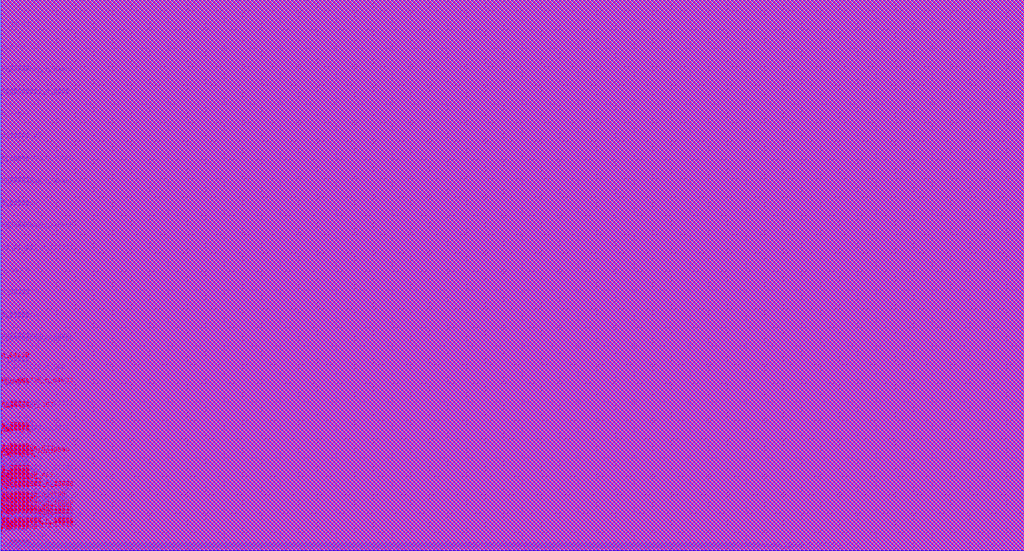
<source format=lef>
VERSION 5.8 ;
BUSBITCHARS "[]" ;
DIVIDERCHAR "/" ;
UNITS
   DATABASE MICRONS 1000 ;
END UNITS

MACRO h3
   CLASS BLOCK ;
   FOREIGN h3 ;
   ORIGIN 0 0 ;
   SIZE 549.2 BY 296 ;
   SYMMETRY X Y R90 ;
   PIN FE_OFN1005_n_65753
      DIRECTION OUTPUT ;
      PORT 
         LAYER metal3 ;
             RECT 0 76.55 0.51 76.65 ;
      END
   END FE_OFN1005_n_65753

   PIN FE_OFN1022_n_3701
      DIRECTION OUTPUT ;
      PORT 
         LAYER metal3 ;
             RECT 0 29.35 0.51 29.45 ;
      END
   END FE_OFN1022_n_3701

   PIN FE_OFN1051_n_5643
      DIRECTION OUTPUT ;
      PORT 
         LAYER metal3 ;
             RECT 0 243.75 0.51 243.85 ;
      END
   END FE_OFN1051_n_5643

   PIN FE_OFN106_n_95123
      DIRECTION OUTPUT ;
      PORT 
         LAYER metal3 ;
             RECT 0 111.95 0.51 112.05 ;
      END
   END FE_OFN106_n_95123

   PIN FE_OFN1075_n_116
      DIRECTION OUTPUT ;
      PORT 
         LAYER metal4 ;
             RECT 23.6 0 23.8 0.255 ;
      END
   END FE_OFN1075_n_116

   PIN FE_OFN1095_g303299_p
      DIRECTION OUTPUT ;
      PORT 
         LAYER metal3 ;
             RECT 0 16.55 0.51 16.65 ;
      END
   END FE_OFN1095_g303299_p

   PIN FE_OFN1121_n_4882
      DIRECTION OUTPUT ;
      PORT 
         LAYER metal3 ;
             RECT 0 243.95 0.51 244.05 ;
      END
   END FE_OFN1121_n_4882

   PIN FE_OFN1203_n_118585
      DIRECTION OUTPUT ;
      PORT 
         LAYER metal4 ;
             RECT 178.2 0 178.4 0.255 ;
      END
   END FE_OFN1203_n_118585

   PIN FE_OFN1215_n_3935
      DIRECTION OUTPUT ;
      PORT 
         LAYER metal3 ;
             RECT 0 16.75 0.51 16.85 ;
      END
   END FE_OFN1215_n_3935

   PIN FE_OFN1225_n_6583
      DIRECTION OUTPUT ;
      PORT 
         LAYER metal2 ;
             RECT 83.65 0 83.75 0.51 ;
      END
   END FE_OFN1225_n_6583

   PIN FE_OFN1228_n_3045
      DIRECTION OUTPUT ;
      PORT 
         LAYER metal2 ;
             RECT 14.25 0 14.35 0.51 ;
      END
   END FE_OFN1228_n_3045

   PIN FE_OFN1431_n_22026
      DIRECTION OUTPUT ;
      PORT 
         LAYER metal4 ;
             RECT 40.45 0 40.55 0.51 ;
      END
   END FE_OFN1431_n_22026

   PIN FE_OFN1534_n_4068
      DIRECTION OUTPUT ;
      PORT 
         LAYER metal3 ;
             RECT 0 16.95 0.51 17.05 ;
      END
   END FE_OFN1534_n_4068

   PIN FE_OFN1551_n_13938
      DIRECTION OUTPUT ;
      PORT 
         LAYER metal5 ;
             RECT 0 32.95 0.51 33.05 ;
      END
   END FE_OFN1551_n_13938

   PIN FE_OFN1579_n_3047
      DIRECTION OUTPUT ;
      PORT 
         LAYER metal3 ;
             RECT 0 17.15 0.51 17.25 ;
      END
   END FE_OFN1579_n_3047

   PIN FE_OFN1625_n_3863
      DIRECTION OUTPUT ;
      PORT 
         LAYER metal3 ;
             RECT 0 17.35 0.51 17.45 ;
      END
   END FE_OFN1625_n_3863

   PIN FE_OFN1667_n_66371
      DIRECTION OUTPUT ;
      PORT 
         LAYER metal2 ;
             RECT 86.85 0 86.95 0.51 ;
      END
   END FE_OFN1667_n_66371

   PIN FE_OFN1863_n_4923
      DIRECTION OUTPUT ;
      PORT 
         LAYER metal3 ;
             RECT 0 17.55 0.51 17.65 ;
      END
   END FE_OFN1863_n_4923

   PIN FE_OFN1930_n_18862
      DIRECTION OUTPUT ;
      PORT 
         LAYER metal3 ;
             RECT 0 17.75 0.51 17.85 ;
      END
   END FE_OFN1930_n_18862

   PIN FE_OFN1959_n_6873
      DIRECTION OUTPUT ;
      PORT 
         LAYER metal2 ;
             RECT 94.45 0 94.55 0.51 ;
      END
   END FE_OFN1959_n_6873

   PIN FE_OFN2010_n_27918
      DIRECTION OUTPUT ;
      PORT 
         LAYER metal4 ;
             RECT 57.85 0 57.95 0.51 ;
      END
   END FE_OFN2010_n_27918

   PIN FE_OFN2014_n_23906
      DIRECTION OUTPUT ;
      PORT 
         LAYER metal3 ;
             RECT 0 195.75 0.51 195.85 ;
      END
   END FE_OFN2014_n_23906

   PIN FE_OFN2148_n_118596
      DIRECTION OUTPUT ;
      PORT 
         LAYER metal3 ;
             RECT 0 12.95 0.51 13.05 ;
      END
   END FE_OFN2148_n_118596

   PIN FE_OFN2171_n_117298
      DIRECTION OUTPUT ;
      PORT 
         LAYER metal4 ;
             RECT 165.85 0 165.95 0.51 ;
      END
   END FE_OFN2171_n_117298

   PIN FE_OFN2175_n_21905
      DIRECTION OUTPUT ;
      PORT 
         LAYER metal5 ;
             RECT 0 12.95 0.51 13.05 ;
      END
   END FE_OFN2175_n_21905

   PIN FE_OFN2254_n_23876
      DIRECTION OUTPUT ;
      PORT 
         LAYER metal5 ;
             RECT 0 13.15 0.51 13.25 ;
      END
   END FE_OFN2254_n_23876

   PIN FE_OFN2334_n_23919
      DIRECTION OUTPUT ;
      PORT 
         LAYER metal3 ;
             RECT 0 11.35 0.51 11.45 ;
      END
   END FE_OFN2334_n_23919

   PIN FE_OFN2352_n_27890
      DIRECTION OUTPUT ;
      PORT 
         LAYER metal4 ;
             RECT 103.65 0 103.75 0.51 ;
      END
   END FE_OFN2352_n_27890

   PIN FE_OFN2353_n_19056
      DIRECTION OUTPUT ;
      PORT 
         LAYER metal3 ;
             RECT 0 17.95 0.51 18.05 ;
      END
   END FE_OFN2353_n_19056

   PIN FE_OFN2395_n_61534
      DIRECTION OUTPUT ;
      PORT 
         LAYER metal3 ;
             RECT 0 18.15 0.51 18.25 ;
      END
   END FE_OFN2395_n_61534

   PIN FE_OFN2397_n_4104
      DIRECTION OUTPUT ;
      PORT 
         LAYER metal3 ;
             RECT 0 23.75 0.51 23.85 ;
      END
   END FE_OFN2397_n_4104

   PIN FE_OFN2400_n_18228
      DIRECTION OUTPUT ;
      PORT 
         LAYER metal5 ;
             RECT 0 22.95 0.51 23.05 ;
      END
   END FE_OFN2400_n_18228

   PIN FE_OFN2418_n_26365
      DIRECTION OUTPUT ;
      PORT 
         LAYER metal4 ;
             RECT 52.85 0 52.95 0.51 ;
      END
   END FE_OFN2418_n_26365

   PIN FE_OFN2419_n_25888
      DIRECTION OUTPUT ;
      PORT 
         LAYER metal3 ;
             RECT 0 172.35 0.51 172.45 ;
      END
   END FE_OFN2419_n_25888

   PIN FE_OFN2473_n_117820
      DIRECTION OUTPUT ;
      PORT 
         LAYER metal2 ;
             RECT 330.45 0 330.55 0.51 ;
      END
   END FE_OFN2473_n_117820

   PIN FE_OFN2484_n_25794
      DIRECTION OUTPUT ;
      PORT 
         LAYER metal5 ;
             RECT 0 13.35 0.51 13.45 ;
      END
   END FE_OFN2484_n_25794

   PIN FE_OFN2502_n_5437
      DIRECTION OUTPUT ;
      PORT 
         LAYER metal4 ;
             RECT 79.05 0 79.15 0.51 ;
      END
   END FE_OFN2502_n_5437

   PIN FE_OFN2505_n_4918
      DIRECTION OUTPUT ;
      PORT 
         LAYER metal3 ;
             RECT 0 195.95 0.51 196.05 ;
      END
   END FE_OFN2505_n_4918

   PIN FE_OFN2678_n_23958
      DIRECTION OUTPUT ;
      PORT 
         LAYER metal3 ;
             RECT 0 255.75 0.51 255.85 ;
      END
   END FE_OFN2678_n_23958

   PIN FE_OFN2701_n_2549
      DIRECTION OUTPUT ;
      PORT 
         LAYER metal5 ;
             RECT 0 51.15 0.51 51.25 ;
      END
   END FE_OFN2701_n_2549

   PIN FE_OFN2720_n_25980
      DIRECTION OUTPUT ;
      PORT 
         LAYER metal3 ;
             RECT 0 112.15 0.51 112.25 ;
      END
   END FE_OFN2720_n_25980

   PIN FE_OFN2787_n_5684
      DIRECTION OUTPUT ;
      PORT 
         LAYER metal3 ;
             RECT 0 112.35 0.51 112.45 ;
      END
   END FE_OFN2787_n_5684

   PIN FE_OFN2790_n_4079
      DIRECTION OUTPUT ;
      PORT 
         LAYER metal4 ;
             RECT 5.25 0 5.35 0.51 ;
      END
   END FE_OFN2790_n_4079

   PIN FE_OFN287_n_76853
      DIRECTION OUTPUT ;
      PORT 
         LAYER metal2 ;
             RECT 24.65 0 24.75 0.51 ;
      END
   END FE_OFN287_n_76853

   PIN FE_OFN2929_n_4064
      DIRECTION OUTPUT ;
      PORT 
         LAYER metal4 ;
             RECT 26.05 0 26.15 0.51 ;
      END
   END FE_OFN2929_n_4064

   PIN FE_OFN2976_n_65768
      DIRECTION OUTPUT ;
      PORT 
         LAYER metal3 ;
             RECT 0 111.15 0.51 111.25 ;
      END
   END FE_OFN2976_n_65768

   PIN FE_OFN3004_n_4088
      DIRECTION OUTPUT ;
      PORT 
         LAYER metal2 ;
             RECT 12.65 0 12.75 0.51 ;
      END
   END FE_OFN3004_n_4088

   PIN FE_OFN3018_n_69766
      DIRECTION OUTPUT ;
      PORT 
         LAYER metal4 ;
             RECT 306.25 0 306.35 0.51 ;
      END
   END FE_OFN3018_n_69766

   PIN FE_OFN3050_n_3016
      DIRECTION OUTPUT ;
      PORT 
         LAYER metal3 ;
             RECT 0 63.15 0.51 63.25 ;
      END
   END FE_OFN3050_n_3016

   PIN FE_OFN3096_n_4811
      DIRECTION OUTPUT ;
      PORT 
         LAYER metal3 ;
             RECT 0 25.55 0.51 25.65 ;
      END
   END FE_OFN3096_n_4811

   PIN FE_OFN3163_n_2780
      DIRECTION OUTPUT ;
      PORT 
         LAYER metal4 ;
             RECT 2.25 0 2.35 0.51 ;
      END
   END FE_OFN3163_n_2780

   PIN FE_OFN3206_n_32181
      DIRECTION OUTPUT ;
      PORT 
         LAYER metal4 ;
             RECT 172.25 0 172.35 0.51 ;
      END
   END FE_OFN3206_n_32181

   PIN FE_OFN3230_n_3189
      DIRECTION OUTPUT ;
      PORT 
         LAYER metal2 ;
             RECT 5.45 0 5.55 0.51 ;
      END
   END FE_OFN3230_n_3189

   PIN FE_OFN3235_n_2155
      DIRECTION OUTPUT ;
      PORT 
         LAYER metal2 ;
             RECT 10.45 0 10.55 0.51 ;
      END
   END FE_OFN3235_n_2155

   PIN FE_OFN3241_n_4790
      DIRECTION OUTPUT ;
      PORT 
         LAYER metal3 ;
             RECT 0 25.75 0.51 25.85 ;
      END
   END FE_OFN3241_n_4790

   PIN FE_OFN325_n_70684
      DIRECTION OUTPUT ;
      PORT 
         LAYER metal4 ;
             RECT 294.85 0 294.95 0.51 ;
      END
   END FE_OFN325_n_70684

   PIN FE_OFN327_n_70685
      DIRECTION OUTPUT ;
      PORT 
         LAYER metal2 ;
             RECT 318.65 0 318.75 0.51 ;
      END
   END FE_OFN327_n_70685

   PIN FE_OFN3364_n_25895
      DIRECTION OUTPUT ;
      PORT 
         LAYER metal3 ;
             RECT 0 208.35 0.51 208.45 ;
      END
   END FE_OFN3364_n_25895

   PIN FE_OFN3366_n_5443
      DIRECTION OUTPUT ;
      PORT 
         LAYER metal3 ;
             RECT 0 255.95 0.51 256.05 ;
      END
   END FE_OFN3366_n_5443

   PIN FE_OFN3464_n_67106
      DIRECTION OUTPUT ;
      PORT 
         LAYER metal2 ;
             RECT 127.65 295.49 127.75 296 ;
      END
   END FE_OFN3464_n_67106

   PIN FE_OFN3486_n_1596
      DIRECTION OUTPUT ;
      PORT 
         LAYER metal5 ;
             RECT 0 13.55 0.51 13.65 ;
      END
   END FE_OFN3486_n_1596

   PIN FE_OFN3517_n_23820
      DIRECTION OUTPUT ;
      PORT 
         LAYER metal5 ;
             RECT 0 33.15 0.51 33.25 ;
      END
   END FE_OFN3517_n_23820

   PIN FE_OFN3531_n_19107
      DIRECTION OUTPUT ;
      PORT 
         LAYER metal3 ;
             RECT 0 24.7 0.255 24.9 ;
      END
   END FE_OFN3531_n_19107

   PIN FE_OFN3549_n_7898
      DIRECTION OUTPUT ;
      PORT 
         LAYER metal5 ;
             RECT 0 33.35 0.51 33.45 ;
      END
   END FE_OFN3549_n_7898

   PIN FE_OFN3617_n_18380
      DIRECTION OUTPUT ;
      PORT 
         LAYER metal5 ;
             RECT 0 13.75 0.51 13.85 ;
      END
   END FE_OFN3617_n_18380

   PIN FE_OFN3628_n_4557
      DIRECTION OUTPUT ;
      PORT 
         LAYER metal3 ;
             RECT 0 88.55 0.51 88.65 ;
      END
   END FE_OFN3628_n_4557

   PIN FE_OFN3720_n_4799
      DIRECTION OUTPUT ;
      PORT 
         LAYER metal3 ;
             RECT 0 11.55 0.51 11.65 ;
      END
   END FE_OFN3720_n_4799

   PIN FE_OFN3800_n_23840
      DIRECTION OUTPUT ;
      PORT 
         LAYER metal3 ;
             RECT 0 18.35 0.51 18.45 ;
      END
   END FE_OFN3800_n_23840

   PIN FE_OFN3910_n_5532
      DIRECTION OUTPUT ;
      PORT 
         LAYER metal3 ;
             RECT 0 244.15 0.51 244.25 ;
      END
   END FE_OFN3910_n_5532

   PIN FE_OFN4090_n_2663
      DIRECTION OUTPUT ;
      PORT 
         LAYER metal5 ;
             RECT 0 18.15 0.51 18.25 ;
      END
   END FE_OFN4090_n_2663

   PIN FE_OFN4798_n_21953
      DIRECTION OUTPUT ;
      PORT 
         LAYER metal3 ;
             RECT 0 18.55 0.51 18.65 ;
      END
   END FE_OFN4798_n_21953

   PIN FE_OFN666_n_31829
      DIRECTION OUTPUT ;
      PORT 
         LAYER metal4 ;
             RECT 160.65 0 160.75 0.51 ;
      END
   END FE_OFN666_n_31829

   PIN FE_OFN693_n_27625
      DIRECTION OUTPUT ;
      PORT 
         LAYER metal2 ;
             RECT 34.65 0 34.75 0.51 ;
      END
   END FE_OFN693_n_27625

   PIN FE_OFN715_n_24030
      DIRECTION OUTPUT ;
      PORT 
         LAYER metal2 ;
             RECT 13.45 0 13.55 0.51 ;
      END
   END FE_OFN715_n_24030

   PIN FE_OFN737_n_4131
      DIRECTION OUTPUT ;
      PORT 
         LAYER metal3 ;
             RECT 0 18.75 0.51 18.85 ;
      END
   END FE_OFN737_n_4131

   PIN FE_OFN847_n_4294
      DIRECTION OUTPUT ;
      PORT 
         LAYER metal3 ;
             RECT 0 18.95 0.51 19.05 ;
      END
   END FE_OFN847_n_4294

   PIN FE_OFN848_n_4958
      DIRECTION OUTPUT ;
      PORT 
         LAYER metal5 ;
             RECT 0 51.35 0.51 51.45 ;
      END
   END FE_OFN848_n_4958

   PIN FE_OFN853_n_3353
      DIRECTION OUTPUT ;
      PORT 
         LAYER metal3 ;
             RECT 0 19.15 0.51 19.25 ;
      END
   END FE_OFN853_n_3353

   PIN FE_OFN911_n_21872
      DIRECTION OUTPUT ;
      PORT 
         LAYER metal5 ;
             RECT 0 18.35 0.51 18.45 ;
      END
   END FE_OFN911_n_21872

   PIN FE_OFN948_n_3795
      DIRECTION OUTPUT ;
      PORT 
         LAYER metal3 ;
             RECT 0 25.95 0.51 26.05 ;
      END
   END FE_OFN948_n_3795

   PIN FE_OFN965_n_25771
      DIRECTION OUTPUT ;
      PORT 
         LAYER metal3 ;
             RECT 0 19.35 0.51 19.45 ;
      END
   END FE_OFN965_n_25771

   PIN FE_OFN973_n_63299
      DIRECTION OUTPUT ;
      PORT 
         LAYER metal3 ;
             RECT 0 19.55 0.51 19.65 ;
      END
   END FE_OFN973_n_63299

   PIN FE_OFN975_n_2435
      DIRECTION OUTPUT ;
      PORT 
         LAYER metal3 ;
             RECT 0 23.95 0.51 24.05 ;
      END
   END FE_OFN975_n_2435

   PIN g205805_da
      DIRECTION OUTPUT ;
      PORT 
         LAYER metal2 ;
             RECT 232.05 0 232.15 0.51 ;
      END
   END g205805_da

   PIN g221053_u1_o
      DIRECTION OUTPUT ;
      PORT 
         LAYER metal2 ;
             RECT 56.05 295.49 56.15 296 ;
      END
   END g221053_u1_o

   PIN g222840_p
      DIRECTION OUTPUT ;
      PORT 
         LAYER metal5 ;
             RECT 0 33.55 0.51 33.65 ;
      END
   END g222840_p

   PIN g229165_p
      DIRECTION OUTPUT ;
      PORT 
         LAYER metal2 ;
             RECT 320.25 0 320.35 0.51 ;
      END
   END g229165_p

   PIN g229250_p
      DIRECTION OUTPUT ;
      PORT 
         LAYER metal2 ;
             RECT 320.45 0 320.55 0.51 ;
      END
   END g229250_p

   PIN g229781_p
      DIRECTION OUTPUT ;
      PORT 
         LAYER metal4 ;
             RECT 73.25 0 73.35 0.51 ;
      END
   END g229781_p

   PIN g231281_p
      DIRECTION OUTPUT ;
      PORT 
         LAYER metal3 ;
             RECT 0 63.35 0.51 63.45 ;
      END
   END g231281_p

   PIN g233246_p
      DIRECTION OUTPUT ;
      PORT 
         LAYER metal4 ;
             RECT 36.05 0 36.15 0.51 ;
      END
   END g233246_p

   PIN g233290_p
      DIRECTION OUTPUT ;
      PORT 
         LAYER metal3 ;
             RECT 0 51.75 0.51 51.85 ;
      END
   END g233290_p

   PIN g233318_p
      DIRECTION OUTPUT ;
      PORT 
         LAYER metal2 ;
             RECT 78.85 0 78.95 0.51 ;
      END
   END g233318_p

   PIN g233379_p
      DIRECTION OUTPUT ;
      PORT 
         LAYER metal4 ;
             RECT 75.05 0 75.15 0.51 ;
      END
   END g233379_p

   PIN g233525_p
      DIRECTION OUTPUT ;
      PORT 
         LAYER metal3 ;
             RECT 0 124.55 0.51 124.65 ;
      END
   END g233525_p

   PIN g233666_p
      DIRECTION OUTPUT ;
      PORT 
         LAYER metal3 ;
             RECT 0 39.35 0.51 39.45 ;
      END
   END g233666_p

   PIN g233787_p
      DIRECTION OUTPUT ;
      PORT 
         LAYER metal3 ;
             RECT 0 28.55 0.51 28.65 ;
      END
   END g233787_p

   PIN g235027_p
      DIRECTION OUTPUT ;
      PORT 
         LAYER metal2 ;
             RECT 61.65 0 61.75 0.51 ;
      END
   END g235027_p

   PIN g235236_p
      DIRECTION OUTPUT ;
      PORT 
         LAYER metal2 ;
             RECT 66.45 0 66.55 0.51 ;
      END
   END g235236_p

   PIN g235278_p
      DIRECTION OUTPUT ;
      PORT 
         LAYER metal2 ;
             RECT 62.25 0 62.35 0.51 ;
      END
   END g235278_p

   PIN g235292_p
      DIRECTION OUTPUT ;
      PORT 
         LAYER metal2 ;
             RECT 78.25 0 78.35 0.51 ;
      END
   END g235292_p

   PIN g235499_p
      DIRECTION OUTPUT ;
      PORT 
         LAYER metal3 ;
             RECT 0 172.55 0.51 172.65 ;
      END
   END g235499_p

   PIN g235503_p
      DIRECTION OUTPUT ;
      PORT 
         LAYER metal4 ;
             RECT 61.05 0 61.15 0.51 ;
      END
   END g235503_p

   PIN g236596_da
      DIRECTION OUTPUT ;
      PORT 
         LAYER metal4 ;
             RECT 35.05 0 35.15 0.51 ;
      END
   END g236596_da

   PIN g236596_db
      DIRECTION OUTPUT ;
      PORT 
         LAYER metal2 ;
             RECT 29.25 0 29.35 0.51 ;
      END
   END g236596_db

   PIN g264946_da
      DIRECTION OUTPUT ;
      PORT 
         LAYER metal2 ;
             RECT 271.05 0 271.15 0.51 ;
      END
   END g264946_da

   PIN g264946_db
      DIRECTION OUTPUT ;
      PORT 
         LAYER metal2 ;
             RECT 271.85 0 271.95 0.51 ;
      END
   END g264946_db

   PIN g265666_p
      DIRECTION OUTPUT ;
      PORT 
         LAYER metal2 ;
             RECT 292.65 0 292.75 0.51 ;
      END
   END g265666_p

   PIN g265686_p
      DIRECTION OUTPUT ;
      PORT 
         LAYER metal4 ;
             RECT 295.25 0 295.35 0.51 ;
      END
   END g265686_p

   PIN g265687_p
      DIRECTION OUTPUT ;
      PORT 
         LAYER metal2 ;
             RECT 294.45 0 294.55 0.51 ;
      END
   END g265687_p

   PIN g266335_p
      DIRECTION OUTPUT ;
      PORT 
         LAYER metal2 ;
             RECT 271.45 0 271.55 0.51 ;
      END
   END g266335_p

   PIN g267264_da
      DIRECTION OUTPUT ;
      PORT 
         LAYER metal4 ;
             RECT 192.45 0 192.55 0.51 ;
      END
   END g267264_da

   PIN g267734_p
      DIRECTION OUTPUT ;
      PORT 
         LAYER metal2 ;
             RECT 207.85 0 207.95 0.51 ;
      END
   END g267734_p

   PIN g267768_p
      DIRECTION OUTPUT ;
      PORT 
         LAYER metal2 ;
             RECT 204.25 0 204.35 0.51 ;
      END
   END g267768_p

   PIN g267963_p
      DIRECTION OUTPUT ;
      PORT 
         LAYER metal2 ;
             RECT 202.05 0 202.15 0.51 ;
      END
   END g267963_p

   PIN g269325_p1
      DIRECTION OUTPUT ;
      PORT 
         LAYER metal4 ;
             RECT 332.05 0 332.15 0.51 ;
      END
   END g269325_p1

   PIN g270287_p
      DIRECTION OUTPUT ;
      PORT 
         LAYER metal4 ;
             RECT 212.45 0 212.55 0.51 ;
      END
   END g270287_p

   PIN g270719_p
      DIRECTION OUTPUT ;
      PORT 
         LAYER metal4 ;
             RECT 132.65 0 132.75 0.51 ;
      END
   END g270719_p

   PIN g270759_da
      DIRECTION OUTPUT ;
      PORT 
         LAYER metal2 ;
             RECT 193.25 0 193.35 0.51 ;
      END
   END g270759_da

   PIN g270759_db
      DIRECTION OUTPUT ;
      PORT 
         LAYER metal4 ;
             RECT 193.25 0 193.35 0.51 ;
      END
   END g270759_db

   PIN g271925_p
      DIRECTION OUTPUT ;
      PORT 
         LAYER metal2 ;
             RECT 94.25 0 94.35 0.51 ;
      END
   END g271925_p

   PIN g271962_p
      DIRECTION OUTPUT ;
      PORT 
         LAYER metal2 ;
             RECT 100.65 0 100.75 0.51 ;
      END
   END g271962_p

   PIN g271983_p
      DIRECTION OUTPUT ;
      PORT 
         LAYER metal4 ;
             RECT 95.65 0 95.75 0.51 ;
      END
   END g271983_p

   PIN g272146_p
      DIRECTION OUTPUT ;
      PORT 
         LAYER metal2 ;
             RECT 103.05 0 103.15 0.51 ;
      END
   END g272146_p

   PIN g273791_p
      DIRECTION OUTPUT ;
      PORT 
         LAYER metal3 ;
             RECT 0 63.55 0.51 63.65 ;
      END
   END g273791_p

   PIN g274959_p
      DIRECTION OUTPUT ;
      PORT 
         LAYER metal4 ;
             RECT 46.85 0 46.95 0.51 ;
      END
   END g274959_p

   PIN g275109_sb
      DIRECTION OUTPUT ;
      PORT 
         LAYER metal4 ;
             RECT 24.85 0 24.95 0.51 ;
      END
   END g275109_sb

   PIN g275315_da
      DIRECTION OUTPUT ;
      PORT 
         LAYER metal2 ;
             RECT 28.85 295.49 28.95 296 ;
      END
   END g275315_da

   PIN g275315_db
      DIRECTION OUTPUT ;
      PORT 
         LAYER metal4 ;
             RECT 32.25 295.49 32.35 296 ;
      END
   END g275315_db

   PIN g279718_p2
      DIRECTION OUTPUT ;
      PORT 
         LAYER metal3 ;
             RECT 0 220.35 0.51 220.45 ;
      END
   END g279718_p2

   PIN g279854_p
      DIRECTION OUTPUT ;
      PORT 
         LAYER metal3 ;
             RECT 0 196.15 0.51 196.25 ;
      END
   END g279854_p

   PIN g280604_p
      DIRECTION OUTPUT ;
      PORT 
         LAYER metal3 ;
             RECT 0 184.55 0.51 184.65 ;
      END
   END g280604_p

   PIN g281129_p
      DIRECTION OUTPUT ;
      PORT 
         LAYER metal2 ;
             RECT 11.85 0 11.95 0.51 ;
      END
   END g281129_p

   PIN g302688_p
      DIRECTION OUTPUT ;
      PORT 
         LAYER metal2 ;
             RECT 5.65 0 5.75 0.51 ;
      END
   END g302688_p

   PIN g302697_p
      DIRECTION OUTPUT ;
      PORT 
         LAYER metal4 ;
             RECT 17.65 0 17.75 0.51 ;
      END
   END g302697_p

   PIN g302698_p
      DIRECTION OUTPUT ;
      PORT 
         LAYER metal3 ;
             RECT 0 11.75 0.51 11.85 ;
      END
   END g302698_p

   PIN g302705_p
      DIRECTION OUTPUT ;
      PORT 
         LAYER metal2 ;
             RECT 26.65 0 26.75 0.51 ;
      END
   END g302705_p

   PIN g303296_p
      DIRECTION OUTPUT ;
      PORT 
         LAYER metal5 ;
             RECT 0 10.95 0.51 11.05 ;
      END
   END g303296_p

   PIN g303330_p
      DIRECTION OUTPUT ;
      PORT 
         LAYER metal3 ;
             RECT 0 29.55 0.51 29.65 ;
      END
   END g303330_p

   PIN g303332_p
      DIRECTION OUTPUT ;
      PORT 
         LAYER metal4 ;
             RECT 42.25 0 42.35 0.51 ;
      END
   END g303332_p

   PIN g303358_p
      DIRECTION OUTPUT ;
      PORT 
         LAYER metal3 ;
             RECT 0 11.95 0.51 12.05 ;
      END
   END g303358_p

   PIN g304265_p
      DIRECTION OUTPUT ;
      PORT 
         LAYER metal2 ;
             RECT 8.85 0 8.95 0.51 ;
      END
   END g304265_p

   PIN g304267_p
      DIRECTION OUTPUT ;
      PORT 
         LAYER metal2 ;
             RECT 28.25 0 28.35 0.51 ;
      END
   END g304267_p

   PIN g304295_p
      DIRECTION OUTPUT ;
      PORT 
         LAYER metal4 ;
             RECT 13.25 0 13.35 0.51 ;
      END
   END g304295_p

   PIN g304307_p
      DIRECTION OUTPUT ;
      PORT 
         LAYER metal3 ;
             RECT 0 63.75 0.51 63.85 ;
      END
   END g304307_p

   PIN g304312_p
      DIRECTION OUTPUT ;
      PORT 
         LAYER metal2 ;
             RECT 7.05 0 7.15 0.51 ;
      END
   END g304312_p

   PIN g304735_p
      DIRECTION OUTPUT ;
      PORT 
         LAYER metal5 ;
             RECT 0 38.95 0.51 39.05 ;
      END
   END g304735_p

   PIN g304777_p
      DIRECTION OUTPUT ;
      PORT 
         LAYER metal3 ;
             RECT 0 29.75 0.51 29.85 ;
      END
   END g304777_p

   PIN g322260_p
      DIRECTION OUTPUT ;
      PORT 
         LAYER metal2 ;
             RECT 211.85 0 211.95 0.51 ;
      END
   END g322260_p

   PIN g322487_p
      DIRECTION OUTPUT ;
      PORT 
         LAYER metal4 ;
             RECT 320.25 0 320.35 0.51 ;
      END
   END g322487_p

   PIN g322619_da
      DIRECTION OUTPUT ;
      PORT 
         LAYER metal2 ;
             RECT 159.85 0 159.95 0.51 ;
      END
   END g322619_da

   PIN g322619_db
      DIRECTION OUTPUT ;
      PORT 
         LAYER metal4 ;
             RECT 235.65 0 235.75 0.51 ;
      END
   END g322619_db

   PIN n_1057
      DIRECTION OUTPUT ;
      PORT 
         LAYER metal3 ;
             RECT 0 19.75 0.51 19.85 ;
      END
   END n_1057

   PIN n_108861
      DIRECTION OUTPUT ;
      PORT 
         LAYER metal3 ;
             RECT 0 124.75 0.51 124.85 ;
      END
   END n_108861

   PIN n_109000
      DIRECTION OUTPUT ;
      PORT 
         LAYER metal3 ;
             RECT 0 19.95 0.51 20.05 ;
      END
   END n_109000

   PIN n_109172
      DIRECTION OUTPUT ;
      PORT 
         LAYER metal2 ;
             RECT 2.25 0 2.35 0.51 ;
      END
   END n_109172

   PIN n_109184
      DIRECTION OUTPUT ;
      PORT 
         LAYER metal4 ;
             RECT 81.65 0 81.75 0.51 ;
      END
   END n_109184

   PIN n_1098
      DIRECTION OUTPUT ;
      PORT 
         LAYER metal3 ;
             RECT 0 52.15 0.51 52.25 ;
      END
   END n_1098

   PIN n_112975
      DIRECTION OUTPUT ;
      PORT 
         LAYER metal4 ;
             RECT 372.45 0 372.55 0.51 ;
      END
   END n_112975

   PIN n_112976
      DIRECTION OUTPUT ;
      PORT 
         LAYER metal2 ;
             RECT 367.85 0 367.95 0.51 ;
      END
   END n_112976

   PIN n_113031
      DIRECTION OUTPUT ;
      PORT 
         LAYER metal2 ;
             RECT 227.05 0 227.15 0.51 ;
      END
   END n_113031

   PIN n_116915
      DIRECTION OUTPUT ;
      PORT 
         LAYER metal4 ;
             RECT 55.85 0 55.95 0.51 ;
      END
   END n_116915

   PIN n_116916
      DIRECTION OUTPUT ;
      PORT 
         LAYER metal4 ;
             RECT 26.6 0 26.8 0.255 ;
      END
   END n_116916

   PIN n_116953
      DIRECTION OUTPUT ;
      PORT 
         LAYER metal4 ;
             RECT 52.25 0 52.35 0.51 ;
      END
   END n_116953

   PIN n_117338
      DIRECTION OUTPUT ;
      PORT 
         LAYER metal5 ;
             RECT 0 25.15 0.51 25.25 ;
      END
   END n_117338

   PIN n_117342
      DIRECTION OUTPUT ;
      PORT 
         LAYER metal5 ;
             RECT 0 18.55 0.51 18.65 ;
      END
   END n_117342

   PIN n_117601
      DIRECTION OUTPUT ;
      PORT 
         LAYER metal2 ;
             RECT 235.05 0 235.15 0.51 ;
      END
   END n_117601

   PIN n_117819
      DIRECTION OUTPUT ;
      PORT 
         LAYER metal2 ;
             RECT 332.65 0 332.75 0.51 ;
      END
   END n_117819

   PIN n_118320
      DIRECTION OUTPUT ;
      PORT 
         LAYER metal4 ;
             RECT 115.45 0 115.55 0.51 ;
      END
   END n_118320

   PIN n_118334
      DIRECTION OUTPUT ;
      PORT 
         LAYER metal4 ;
             RECT 163.85 0 163.95 0.51 ;
      END
   END n_118334

   PIN n_118459
      DIRECTION OUTPUT ;
      PORT 
         LAYER metal4 ;
             RECT 43.45 0 43.55 0.51 ;
      END
   END n_118459

   PIN n_118597
      DIRECTION OUTPUT ;
      PORT 
         LAYER metal2 ;
             RECT 17.85 295.49 17.95 296 ;
      END
   END n_118597

   PIN n_118744
      DIRECTION OUTPUT ;
      PORT 
         LAYER metal3 ;
             RECT 0 184.75 0.51 184.85 ;
      END
   END n_118744

   PIN n_118754
      DIRECTION OUTPUT ;
      PORT 
         LAYER metal4 ;
             RECT 186.65 0 186.75 0.51 ;
      END
   END n_118754

   PIN n_126138
      DIRECTION OUTPUT ;
      PORT 
         LAYER metal3 ;
             RECT 0 51.95 0.51 52.05 ;
      END
   END n_126138

   PIN n_1264
      DIRECTION OUTPUT ;
      PORT 
         LAYER metal2 ;
             RECT 7.25 0 7.35 0.51 ;
      END
   END n_1264

   PIN n_1278
      DIRECTION OUTPUT ;
      PORT 
         LAYER metal2 ;
             RECT 11.65 0 11.75 0.51 ;
      END
   END n_1278

   PIN n_13895
      DIRECTION OUTPUT ;
      PORT 
         LAYER metal4 ;
             RECT 16.65 0 16.75 0.51 ;
      END
   END n_13895

   PIN n_140823
      DIRECTION OUTPUT ;
      PORT 
         LAYER metal4 ;
             RECT 194.25 0 194.35 0.51 ;
      END
   END n_140823

   PIN n_1464
      DIRECTION OUTPUT ;
      PORT 
         LAYER metal2 ;
             RECT 15.25 0 15.35 0.51 ;
      END
   END n_1464

   PIN n_1469
      DIRECTION OUTPUT ;
      PORT 
         LAYER metal2 ;
             RECT 2.45 0 2.55 0.51 ;
      END
   END n_1469

   PIN n_1482
      DIRECTION OUTPUT ;
      PORT 
         LAYER metal4 ;
             RECT 5.05 0 5.15 0.51 ;
      END
   END n_1482

   PIN n_1507
      DIRECTION OUTPUT ;
      PORT 
         LAYER metal5 ;
             RECT 0 18.75 0.51 18.85 ;
      END
   END n_1507

   PIN n_1511
      DIRECTION OUTPUT ;
      PORT 
         LAYER metal4 ;
             RECT 6.65 0 6.75 0.51 ;
      END
   END n_1511

   PIN n_151614
      DIRECTION OUTPUT ;
      PORT 
         LAYER metal4 ;
             RECT 1.05 0 1.15 0.51 ;
      END
   END n_151614

   PIN n_1599
      DIRECTION OUTPUT ;
      PORT 
         LAYER metal3 ;
             RECT 0 62.95 0.51 63.05 ;
      END
   END n_1599

   PIN n_162433
      DIRECTION OUTPUT ;
      PORT 
         LAYER metal3 ;
             RECT 0 196.35 0.51 196.45 ;
      END
   END n_162433

   PIN n_1790
      DIRECTION OUTPUT ;
      PORT 
         LAYER metal5 ;
             RECT 0 39.15 0.51 39.25 ;
      END
   END n_1790

   PIN n_18375
      DIRECTION OUTPUT ;
      PORT 
         LAYER metal3 ;
             RECT 0 207.55 0.51 207.65 ;
      END
   END n_18375

   PIN n_183956
      DIRECTION OUTPUT ;
      PORT 
         LAYER metal4 ;
             RECT 58.25 0 58.35 0.51 ;
      END
   END n_183956

   PIN n_1867
      DIRECTION OUTPUT ;
      PORT 
         LAYER metal5 ;
             RECT 0 21.95 0.51 22.05 ;
      END
   END n_1867

   PIN n_1932
      DIRECTION OUTPUT ;
      PORT 
         LAYER metal4 ;
             RECT 6.05 0 6.15 0.51 ;
      END
   END n_1932

   PIN n_1952
      DIRECTION OUTPUT ;
      PORT 
         LAYER metal3 ;
             RECT 0 34.35 0.51 34.45 ;
      END
   END n_1952

   PIN n_19942
      DIRECTION OUTPUT ;
      PORT 
         LAYER metal3 ;
             RECT 0 208.55 0.51 208.65 ;
      END
   END n_19942

   PIN n_19943
      DIRECTION OUTPUT ;
      PORT 
         LAYER metal3 ;
             RECT 0 207.75 0.51 207.85 ;
      END
   END n_19943

   PIN n_19987
      DIRECTION OUTPUT ;
      PORT 
         LAYER metal3 ;
             RECT 0 13.35 0.51 13.45 ;
      END
   END n_19987

   PIN n_20051
      DIRECTION OUTPUT ;
      PORT 
         LAYER metal5 ;
             RECT 0 11.15 0.51 11.25 ;
      END
   END n_20051

   PIN n_2049
      DIRECTION OUTPUT ;
      PORT 
         LAYER metal2 ;
             RECT 14.85 0 14.95 0.51 ;
      END
   END n_2049

   PIN n_20823
      DIRECTION OUTPUT ;
      PORT 
         LAYER metal2 ;
             RECT 13.05 0 13.15 0.51 ;
      END
   END n_20823

   PIN n_20967
      DIRECTION OUTPUT ;
      PORT 
         LAYER metal3 ;
             RECT 0 196.55 0.51 196.65 ;
      END
   END n_20967

   PIN n_21560
      DIRECTION OUTPUT ;
      PORT 
         LAYER metal2 ;
             RECT 4.05 0 4.15 0.51 ;
      END
   END n_21560

   PIN n_21836
      DIRECTION OUTPUT ;
      PORT 
         LAYER metal4 ;
             RECT 19.45 0 19.55 0.51 ;
      END
   END n_21836

   PIN n_21898
      DIRECTION OUTPUT ;
      PORT 
         LAYER metal5 ;
             RECT 0 63.15 0.51 63.25 ;
      END
   END n_21898

   PIN n_21970
      DIRECTION OUTPUT ;
      PORT 
         LAYER metal2 ;
             RECT 19.85 0 19.95 0.51 ;
      END
   END n_21970

   PIN n_21978
      DIRECTION OUTPUT ;
      PORT 
         LAYER metal4 ;
             RECT 56.05 0 56.15 0.51 ;
      END
   END n_21978

   PIN n_21997
      DIRECTION OUTPUT ;
      PORT 
         LAYER metal2 ;
             RECT 2.65 0 2.75 0.51 ;
      END
   END n_21997

   PIN n_22074
      DIRECTION OUTPUT ;
      PORT 
         LAYER metal3 ;
             RECT 0 36.35 0.51 36.45 ;
      END
   END n_22074

   PIN n_22077
      DIRECTION OUTPUT ;
      PORT 
         LAYER metal2 ;
             RECT 16.85 0 16.95 0.51 ;
      END
   END n_22077

   PIN n_22109
      DIRECTION OUTPUT ;
      PORT 
         LAYER metal2 ;
             RECT 23.25 0 23.35 0.51 ;
      END
   END n_22109

   PIN n_22116
      DIRECTION OUTPUT ;
      PORT 
         LAYER metal4 ;
             RECT 54.65 0 54.75 0.51 ;
      END
   END n_22116

   PIN n_22254
      DIRECTION OUTPUT ;
      PORT 
         LAYER metal3 ;
             RECT 0 32.35 0.51 32.45 ;
      END
   END n_22254

   PIN n_22267
      DIRECTION OUTPUT ;
      PORT 
         LAYER metal2 ;
             RECT 26.05 0 26.15 0.51 ;
      END
   END n_22267

   PIN n_22272
      DIRECTION OUTPUT ;
      PORT 
         LAYER metal2 ;
             RECT 2.05 0 2.15 0.51 ;
      END
   END n_22272

   PIN n_22339
      DIRECTION OUTPUT ;
      PORT 
         LAYER metal2 ;
             RECT 26.25 0 26.35 0.51 ;
      END
   END n_22339

   PIN n_22384
      DIRECTION OUTPUT ;
      PORT 
         LAYER metal4 ;
             RECT 17.2 0 17.4 0.255 ;
      END
   END n_22384

   PIN n_22477
      DIRECTION OUTPUT ;
      PORT 
         LAYER metal3 ;
             RECT 0 33.55 0.51 33.65 ;
      END
   END n_22477

   PIN n_22600
      DIRECTION OUTPUT ;
      PORT 
         LAYER metal4 ;
             RECT 54.85 0 54.95 0.51 ;
      END
   END n_22600

   PIN n_22668
      DIRECTION OUTPUT ;
      PORT 
         LAYER metal5 ;
             RECT 0 39.35 0.51 39.45 ;
      END
   END n_22668

   PIN n_22760
      DIRECTION OUTPUT ;
      PORT 
         LAYER metal2 ;
             RECT 17.05 0 17.15 0.51 ;
      END
   END n_22760

   PIN n_22793
      DIRECTION OUTPUT ;
      PORT 
         LAYER metal2 ;
             RECT 17.45 0 17.55 0.51 ;
      END
   END n_22793

   PIN n_22810
      DIRECTION OUTPUT ;
      PORT 
         LAYER metal2 ;
             RECT 17.65 0 17.75 0.51 ;
      END
   END n_22810

   PIN n_22832
      DIRECTION OUTPUT ;
      PORT 
         LAYER metal5 ;
             RECT 0 51.55 0.51 51.65 ;
      END
   END n_22832

   PIN n_22938
      DIRECTION OUTPUT ;
      PORT 
         LAYER metal4 ;
             RECT 20.65 0 20.75 0.51 ;
      END
   END n_22938

   PIN n_23072
      DIRECTION OUTPUT ;
      PORT 
         LAYER metal2 ;
             RECT 15.85 0 15.95 0.51 ;
      END
   END n_23072

   PIN n_23082
      DIRECTION OUTPUT ;
      PORT 
         LAYER metal5 ;
             RECT 0 21.35 0.51 21.45 ;
      END
   END n_23082

   PIN n_23089
      DIRECTION OUTPUT ;
      PORT 
         LAYER metal3 ;
             RECT 0 31.55 0.51 31.65 ;
      END
   END n_23089

   PIN n_23126
      DIRECTION OUTPUT ;
      PORT 
         LAYER metal4 ;
             RECT 16.85 0 16.95 0.51 ;
      END
   END n_23126

   PIN n_23209
      DIRECTION OUTPUT ;
      PORT 
         LAYER metal4 ;
             RECT 13.05 0 13.15 0.51 ;
      END
   END n_23209

   PIN n_23215
      DIRECTION OUTPUT ;
      PORT 
         LAYER metal3 ;
             RECT 0 36.55 0.51 36.65 ;
      END
   END n_23215

   PIN n_2327
      DIRECTION OUTPUT ;
      PORT 
         LAYER metal2 ;
             RECT 21.45 0 21.55 0.51 ;
      END
   END n_2327

   PIN n_23391
      DIRECTION OUTPUT ;
      PORT 
         LAYER metal4 ;
             RECT 19.05 0 19.15 0.51 ;
      END
   END n_23391

   PIN n_23480
      DIRECTION OUTPUT ;
      PORT 
         LAYER metal2 ;
             RECT 20.45 0 20.55 0.51 ;
      END
   END n_23480

   PIN n_23488
      DIRECTION OUTPUT ;
      PORT 
         LAYER metal5 ;
             RECT 0 20.55 0.51 20.65 ;
      END
   END n_23488

   PIN n_23559
      DIRECTION OUTPUT ;
      PORT 
         LAYER metal5 ;
             RECT 0 26.95 0.51 27.05 ;
      END
   END n_23559

   PIN n_23605
      DIRECTION OUTPUT ;
      PORT 
         LAYER metal2 ;
             RECT 19.45 0 19.55 0.51 ;
      END
   END n_23605

   PIN n_23607
      DIRECTION OUTPUT ;
      PORT 
         LAYER metal2 ;
             RECT 21.25 0 21.35 0.51 ;
      END
   END n_23607

   PIN n_23658
      DIRECTION OUTPUT ;
      PORT 
         LAYER metal2 ;
             RECT 23.05 0 23.15 0.51 ;
      END
   END n_23658

   PIN n_23760
      DIRECTION OUTPUT ;
      PORT 
         LAYER metal3 ;
             RECT 0 76.75 0.51 76.85 ;
      END
   END n_23760

   PIN n_23795
      DIRECTION OUTPUT ;
      PORT 
         LAYER metal3 ;
             RECT 0 26.15 0.51 26.25 ;
      END
   END n_23795

   PIN n_23805
      DIRECTION OUTPUT ;
      PORT 
         LAYER metal5 ;
             RECT 0 63.35 0.51 63.45 ;
      END
   END n_23805

   PIN n_23889
      DIRECTION OUTPUT ;
      PORT 
         LAYER metal2 ;
             RECT 404.05 295.49 404.15 296 ;
      END
   END n_23889

   PIN n_23929
      DIRECTION OUTPUT ;
      PORT 
         LAYER metal4 ;
             RECT 524.05 0 524.15 0.51 ;
      END
   END n_23929

   PIN n_24160
      DIRECTION OUTPUT ;
      PORT 
         LAYER metal5 ;
             RECT 0 33.75 0.51 33.85 ;
      END
   END n_24160

   PIN n_24271
      DIRECTION OUTPUT ;
      PORT 
         LAYER metal5 ;
             RECT 0 75.95 0.51 76.05 ;
      END
   END n_24271

   PIN n_24308
      DIRECTION OUTPUT ;
      PORT 
         LAYER metal2 ;
             RECT 3.65 0 3.75 0.51 ;
      END
   END n_24308

   PIN n_24929
      DIRECTION OUTPUT ;
      PORT 
         LAYER metal3 ;
             RECT 0 22.7 0.255 22.9 ;
      END
   END n_24929

   PIN n_25559
      DIRECTION OUTPUT ;
      PORT 
         LAYER metal3 ;
             RECT 0 28.75 0.51 28.85 ;
      END
   END n_25559

   PIN n_25809
      DIRECTION OUTPUT ;
      PORT 
         LAYER metal3 ;
             RECT 0 256.15 0.51 256.25 ;
      END
   END n_25809

   PIN n_25811
      DIRECTION OUTPUT ;
      PORT 
         LAYER metal3 ;
             RECT 0 112.55 0.51 112.65 ;
      END
   END n_25811

   PIN n_25812
      DIRECTION OUTPUT ;
      PORT 
         LAYER metal3 ;
             RECT 0 171.75 0.51 171.85 ;
      END
   END n_25812

   PIN n_25904
      DIRECTION OUTPUT ;
      PORT 
         LAYER metal3 ;
             RECT 0 9.55 0.51 9.65 ;
      END
   END n_25904

   PIN n_25932
      DIRECTION OUTPUT ;
      PORT 
         LAYER metal2 ;
             RECT 174.45 0 174.55 0.51 ;
      END
   END n_25932

   PIN n_25934
      DIRECTION OUTPUT ;
      PORT 
         LAYER metal3 ;
             RECT 0 256.35 0.51 256.45 ;
      END
   END n_25934

   PIN n_25939
      DIRECTION OUTPUT ;
      PORT 
         LAYER metal3 ;
             RECT 0 244.35 0.51 244.45 ;
      END
   END n_25939

   PIN n_25994
      DIRECTION OUTPUT ;
      PORT 
         LAYER metal3 ;
             RECT 0 76.95 0.51 77.05 ;
      END
   END n_25994

   PIN n_26053
      DIRECTION OUTPUT ;
      PORT 
         LAYER metal3 ;
             RECT 0 279.95 0.51 280.05 ;
      END
   END n_26053

   PIN n_26162
      DIRECTION OUTPUT ;
      PORT 
         LAYER metal4 ;
             RECT 12.65 0 12.75 0.51 ;
      END
   END n_26162

   PIN n_26171
      DIRECTION OUTPUT ;
      PORT 
         LAYER metal3 ;
             RECT 0 46.9 0.255 47.1 ;
      END
   END n_26171

   PIN n_26172
      DIRECTION OUTPUT ;
      PORT 
         LAYER metal3 ;
             RECT 0 43.75 0.51 43.85 ;
      END
   END n_26172

   PIN n_26188
      DIRECTION OUTPUT ;
      PORT 
         LAYER metal3 ;
             RECT 0 256.55 0.51 256.65 ;
      END
   END n_26188

   PIN n_26255
      DIRECTION OUTPUT ;
      PORT 
         LAYER metal3 ;
             RECT 0 44.75 0.51 44.85 ;
      END
   END n_26255

   PIN n_26333
      DIRECTION OUTPUT ;
      PORT 
         LAYER metal4 ;
             RECT 7.65 0 7.75 0.51 ;
      END
   END n_26333

   PIN n_26360
      DIRECTION OUTPUT ;
      PORT 
         LAYER metal3 ;
             RECT 0 9.35 0.51 9.45 ;
      END
   END n_26360

   PIN n_26362
      DIRECTION OUTPUT ;
      PORT 
         LAYER metal3 ;
             RECT 0 63.95 0.51 64.05 ;
      END
   END n_26362

   PIN n_26373
      DIRECTION OUTPUT ;
      PORT 
         LAYER metal3 ;
             RECT 0 47.35 0.51 47.45 ;
      END
   END n_26373

   PIN n_26495
      DIRECTION OUTPUT ;
      PORT 
         LAYER metal3 ;
             RECT 0 45.35 0.51 45.45 ;
      END
   END n_26495

   PIN n_26507
      DIRECTION OUTPUT ;
      PORT 
         LAYER metal3 ;
             RECT 0 9.95 0.51 10.05 ;
      END
   END n_26507

   PIN n_26533
      DIRECTION OUTPUT ;
      PORT 
         LAYER metal3 ;
             RECT 0 44.15 0.51 44.25 ;
      END
   END n_26533

   PIN n_26619
      DIRECTION OUTPUT ;
      PORT 
         LAYER metal5 ;
             RECT 0 25.55 0.51 25.65 ;
      END
   END n_26619

   PIN n_26627
      DIRECTION OUTPUT ;
      PORT 
         LAYER metal3 ;
             RECT 0 50.15 0.51 50.25 ;
      END
   END n_26627

   PIN n_26634
      DIRECTION OUTPUT ;
      PORT 
         LAYER metal3 ;
             RECT 0 100.15 0.51 100.25 ;
      END
   END n_26634

   PIN n_26662
      DIRECTION OUTPUT ;
      PORT 
         LAYER metal3 ;
             RECT 0 47.55 0.51 47.65 ;
      END
   END n_26662

   PIN n_26750
      DIRECTION OUTPUT ;
      PORT 
         LAYER metal3 ;
             RECT 0 64.15 0.51 64.25 ;
      END
   END n_26750

   PIN n_26760
      DIRECTION OUTPUT ;
      PORT 
         LAYER metal3 ;
             RECT 0 45.55 0.51 45.65 ;
      END
   END n_26760

   PIN n_26773
      DIRECTION OUTPUT ;
      PORT 
         LAYER metal3 ;
             RECT 0 62.75 0.51 62.85 ;
      END
   END n_26773

   PIN n_26775
      DIRECTION OUTPUT ;
      PORT 
         LAYER metal5 ;
             RECT 0 41.55 0.51 41.65 ;
      END
   END n_26775

   PIN n_26929
      DIRECTION OUTPUT ;
      PORT 
         LAYER metal5 ;
             RECT 0 21.75 0.51 21.85 ;
      END
   END n_26929

   PIN n_27125
      DIRECTION OUTPUT ;
      PORT 
         LAYER metal4 ;
             RECT 78.05 0 78.15 0.51 ;
      END
   END n_27125

   PIN n_27252
      DIRECTION OUTPUT ;
      PORT 
         LAYER metal5 ;
             RECT 0 25.75 0.51 25.85 ;
      END
   END n_27252

   PIN n_27259
      DIRECTION OUTPUT ;
      PORT 
         LAYER metal3 ;
             RECT 0 45.75 0.51 45.85 ;
      END
   END n_27259

   PIN n_27388
      DIRECTION OUTPUT ;
      PORT 
         LAYER metal5 ;
             RECT 0 36.95 0.51 37.05 ;
      END
   END n_27388

   PIN n_27391
      DIRECTION OUTPUT ;
      PORT 
         LAYER metal5 ;
             RECT 0 10.75 0.51 10.85 ;
      END
   END n_27391

   PIN n_27437
      DIRECTION OUTPUT ;
      PORT 
         LAYER metal3 ;
             RECT 0 48.35 0.51 48.45 ;
      END
   END n_27437

   PIN n_27439
      DIRECTION OUTPUT ;
      PORT 
         LAYER metal2 ;
             RECT 92.25 0 92.35 0.51 ;
      END
   END n_27439

   PIN n_27513
      DIRECTION OUTPUT ;
      PORT 
         LAYER metal2 ;
             RECT 68.05 295.49 68.15 296 ;
      END
   END n_27513

   PIN n_2774
      DIRECTION OUTPUT ;
      PORT 
         LAYER metal2 ;
             RECT 12.45 0 12.55 0.51 ;
      END
   END n_2774

   PIN n_27816
      DIRECTION OUTPUT ;
      PORT 
         LAYER metal2 ;
             RECT 107.65 0 107.75 0.51 ;
      END
   END n_27816

   PIN n_27849
      DIRECTION OUTPUT ;
      PORT 
         LAYER metal4 ;
             RECT 20.05 0 20.15 0.51 ;
      END
   END n_27849

   PIN n_27887
      DIRECTION OUTPUT ;
      PORT 
         LAYER metal4 ;
             RECT 174.45 0 174.55 0.51 ;
      END
   END n_27887

   PIN n_27899
      DIRECTION OUTPUT ;
      PORT 
         LAYER metal4 ;
             RECT 77.45 0 77.55 0.51 ;
      END
   END n_27899

   PIN n_27900
      DIRECTION OUTPUT ;
      PORT 
         LAYER metal4 ;
             RECT 152.65 0 152.75 0.51 ;
      END
   END n_27900

   PIN n_27929
      DIRECTION OUTPUT ;
      PORT 
         LAYER metal4 ;
             RECT 104.05 0 104.15 0.51 ;
      END
   END n_27929

   PIN n_27947
      DIRECTION OUTPUT ;
      PORT 
         LAYER metal2 ;
             RECT 41.65 0 41.75 0.51 ;
      END
   END n_27947

   PIN n_27948
      DIRECTION OUTPUT ;
      PORT 
         LAYER metal4 ;
             RECT 104.25 0 104.35 0.51 ;
      END
   END n_27948

   PIN n_28029
      DIRECTION OUTPUT ;
      PORT 
         LAYER metal2 ;
             RECT 102.05 0 102.15 0.51 ;
      END
   END n_28029

   PIN n_28094
      DIRECTION OUTPUT ;
      PORT 
         LAYER metal2 ;
             RECT 186.45 0 186.55 0.51 ;
      END
   END n_28094

   PIN n_28111
      DIRECTION OUTPUT ;
      PORT 
         LAYER metal2 ;
             RECT 105.25 0 105.35 0.51 ;
      END
   END n_28111

   PIN n_28189
      DIRECTION OUTPUT ;
      PORT 
         LAYER metal2 ;
             RECT 98.65 0 98.75 0.51 ;
      END
   END n_28189

   PIN n_28201
      DIRECTION OUTPUT ;
      PORT 
         LAYER metal4 ;
             RECT 101.45 0 101.55 0.51 ;
      END
   END n_28201

   PIN n_28213
      DIRECTION OUTPUT ;
      PORT 
         LAYER metal2 ;
             RECT 128.05 0 128.15 0.51 ;
      END
   END n_28213

   PIN n_28224
      DIRECTION OUTPUT ;
      PORT 
         LAYER metal2 ;
             RECT 191.05 0 191.15 0.51 ;
      END
   END n_28224

   PIN n_28276
      DIRECTION OUTPUT ;
      PORT 
         LAYER metal2 ;
             RECT 194.05 0 194.15 0.51 ;
      END
   END n_28276

   PIN n_28296
      DIRECTION OUTPUT ;
      PORT 
         LAYER metal2 ;
             RECT 186.25 0 186.35 0.51 ;
      END
   END n_28296

   PIN n_28297
      DIRECTION OUTPUT ;
      PORT 
         LAYER metal2 ;
             RECT 190.45 0 190.55 0.51 ;
      END
   END n_28297

   PIN n_28299
      DIRECTION OUTPUT ;
      PORT 
         LAYER metal4 ;
             RECT 202.45 0 202.55 0.51 ;
      END
   END n_28299

   PIN n_28326
      DIRECTION OUTPUT ;
      PORT 
         LAYER metal4 ;
             RECT 65.05 0 65.15 0.51 ;
      END
   END n_28326

   PIN n_28348
      DIRECTION OUTPUT ;
      PORT 
         LAYER metal4 ;
             RECT 104.45 0 104.55 0.51 ;
      END
   END n_28348

   PIN n_28350
      DIRECTION OUTPUT ;
      PORT 
         LAYER metal4 ;
             RECT 114.65 0 114.75 0.51 ;
      END
   END n_28350

   PIN n_28372
      DIRECTION OUTPUT ;
      PORT 
         LAYER metal2 ;
             RECT 185.25 0 185.35 0.51 ;
      END
   END n_28372

   PIN n_28387
      DIRECTION OUTPUT ;
      PORT 
         LAYER metal2 ;
             RECT 116.25 0 116.35 0.51 ;
      END
   END n_28387

   PIN n_28388
      DIRECTION OUTPUT ;
      PORT 
         LAYER metal2 ;
             RECT 116.45 0 116.55 0.51 ;
      END
   END n_28388

   PIN n_28399
      DIRECTION OUTPUT ;
      PORT 
         LAYER metal2 ;
             RECT 203.25 0 203.35 0.51 ;
      END
   END n_28399

   PIN n_28430
      DIRECTION OUTPUT ;
      PORT 
         LAYER metal2 ;
             RECT 101.45 0 101.55 0.51 ;
      END
   END n_28430

   PIN n_28431
      DIRECTION OUTPUT ;
      PORT 
         LAYER metal4 ;
             RECT 93.45 0 93.55 0.51 ;
      END
   END n_28431

   PIN n_28457
      DIRECTION OUTPUT ;
      PORT 
         LAYER metal2 ;
             RECT 184.25 0 184.35 0.51 ;
      END
   END n_28457

   PIN n_28473
      DIRECTION OUTPUT ;
      PORT 
         LAYER metal2 ;
             RECT 202.65 0 202.75 0.51 ;
      END
   END n_28473

   PIN n_28474
      DIRECTION OUTPUT ;
      PORT 
         LAYER metal4 ;
             RECT 177.65 0 177.75 0.51 ;
      END
   END n_28474

   PIN n_28500
      DIRECTION OUTPUT ;
      PORT 
         LAYER metal2 ;
             RECT 204.05 0 204.15 0.51 ;
      END
   END n_28500

   PIN n_28511
      DIRECTION OUTPUT ;
      PORT 
         LAYER metal4 ;
             RECT 93.65 0 93.75 0.51 ;
      END
   END n_28511

   PIN n_28582
      DIRECTION OUTPUT ;
      PORT 
         LAYER metal2 ;
             RECT 184.85 0 184.95 0.51 ;
      END
   END n_28582

   PIN n_28583
      DIRECTION OUTPUT ;
      PORT 
         LAYER metal4 ;
             RECT 192.85 0 192.95 0.51 ;
      END
   END n_28583

   PIN n_28596
      DIRECTION OUTPUT ;
      PORT 
         LAYER metal4 ;
             RECT 207.05 0 207.15 0.51 ;
      END
   END n_28596

   PIN n_28623
      DIRECTION OUTPUT ;
      PORT 
         LAYER metal2 ;
             RECT 103.45 0 103.55 0.51 ;
      END
   END n_28623

   PIN n_28722
      DIRECTION OUTPUT ;
      PORT 
         LAYER metal2 ;
             RECT 92.45 0 92.55 0.51 ;
      END
   END n_28722

   PIN n_28734
      DIRECTION OUTPUT ;
      PORT 
         LAYER metal2 ;
             RECT 206.05 0 206.15 0.51 ;
      END
   END n_28734

   PIN n_28743
      DIRECTION OUTPUT ;
      PORT 
         LAYER metal2 ;
             RECT 202.25 0 202.35 0.51 ;
      END
   END n_28743

   PIN n_28749
      DIRECTION OUTPUT ;
      PORT 
         LAYER metal4 ;
             RECT 80.45 0 80.55 0.51 ;
      END
   END n_28749

   PIN n_28755
      DIRECTION OUTPUT ;
      PORT 
         LAYER metal4 ;
             RECT 194.05 0 194.15 0.51 ;
      END
   END n_28755

   PIN n_28760
      DIRECTION OUTPUT ;
      PORT 
         LAYER metal2 ;
             RECT 187.25 0 187.35 0.51 ;
      END
   END n_28760

   PIN n_28763
      DIRECTION OUTPUT ;
      PORT 
         LAYER metal2 ;
             RECT 184.45 0 184.55 0.51 ;
      END
   END n_28763

   PIN n_28782
      DIRECTION OUTPUT ;
      PORT 
         LAYER metal2 ;
             RECT 116.65 0 116.75 0.51 ;
      END
   END n_28782

   PIN n_28794
      DIRECTION OUTPUT ;
      PORT 
         LAYER metal4 ;
             RECT 21.05 0 21.15 0.51 ;
      END
   END n_28794

   PIN n_28827
      DIRECTION OUTPUT ;
      PORT 
         LAYER metal2 ;
             RECT 128.45 0 128.55 0.51 ;
      END
   END n_28827

   PIN n_28860
      DIRECTION OUTPUT ;
      PORT 
         LAYER metal2 ;
             RECT 189.05 0 189.15 0.51 ;
      END
   END n_28860

   PIN n_28864
      DIRECTION OUTPUT ;
      PORT 
         LAYER metal2 ;
             RECT 105.45 0 105.55 0.51 ;
      END
   END n_28864

   PIN n_28869
      DIRECTION OUTPUT ;
      PORT 
         LAYER metal2 ;
             RECT 101.05 0 101.15 0.51 ;
      END
   END n_28869

   PIN n_28888
      DIRECTION OUTPUT ;
      PORT 
         LAYER metal4 ;
             RECT 104.65 0 104.75 0.51 ;
      END
   END n_28888

   PIN n_28929
      DIRECTION OUTPUT ;
      PORT 
         LAYER metal2 ;
             RECT 99.25 0 99.35 0.51 ;
      END
   END n_28929

   PIN n_28938
      DIRECTION OUTPUT ;
      PORT 
         LAYER metal2 ;
             RECT 93.65 0 93.75 0.51 ;
      END
   END n_28938

   PIN n_28986
      DIRECTION OUTPUT ;
      PORT 
         LAYER metal4 ;
             RECT 115.65 0 115.75 0.51 ;
      END
   END n_28986

   PIN n_29006
      DIRECTION OUTPUT ;
      PORT 
         LAYER metal2 ;
             RECT 100.85 0 100.95 0.51 ;
      END
   END n_29006

   PIN n_29039
      DIRECTION OUTPUT ;
      PORT 
         LAYER metal2 ;
             RECT 115.25 0 115.35 0.51 ;
      END
   END n_29039

   PIN n_29060
      DIRECTION OUTPUT ;
      PORT 
         LAYER metal2 ;
             RECT 114.45 0 114.55 0.51 ;
      END
   END n_29060

   PIN n_29083
      DIRECTION OUTPUT ;
      PORT 
         LAYER metal2 ;
             RECT 102.65 0 102.75 0.51 ;
      END
   END n_29083

   PIN n_29086
      DIRECTION OUTPUT ;
      PORT 
         LAYER metal2 ;
             RECT 96.85 0 96.95 0.51 ;
      END
   END n_29086

   PIN n_29128
      DIRECTION OUTPUT ;
      PORT 
         LAYER metal2 ;
             RECT 97.45 0 97.55 0.51 ;
      END
   END n_29128

   PIN n_29133
      DIRECTION OUTPUT ;
      PORT 
         LAYER metal2 ;
             RECT 182.65 0 182.75 0.51 ;
      END
   END n_29133

   PIN n_29140
      DIRECTION OUTPUT ;
      PORT 
         LAYER metal4 ;
             RECT 183.85 0 183.95 0.51 ;
      END
   END n_29140

   PIN n_29154
      DIRECTION OUTPUT ;
      PORT 
         LAYER metal4 ;
             RECT 115.85 0 115.95 0.51 ;
      END
   END n_29154

   PIN n_29251
      DIRECTION OUTPUT ;
      PORT 
         LAYER metal2 ;
             RECT 101.65 0 101.75 0.51 ;
      END
   END n_29251

   PIN n_29269
      DIRECTION OUTPUT ;
      PORT 
         LAYER metal2 ;
             RECT 98.25 0 98.35 0.51 ;
      END
   END n_29269

   PIN n_29329
      DIRECTION OUTPUT ;
      PORT 
         LAYER metal4 ;
             RECT 132.45 0 132.55 0.51 ;
      END
   END n_29329

   PIN n_29418
      DIRECTION OUTPUT ;
      PORT 
         LAYER metal2 ;
             RECT 116.85 0 116.95 0.51 ;
      END
   END n_29418

   PIN n_29426
      DIRECTION OUTPUT ;
      PORT 
         LAYER metal2 ;
             RECT 117.05 0 117.15 0.51 ;
      END
   END n_29426

   PIN n_29527
      DIRECTION OUTPUT ;
      PORT 
         LAYER metal4 ;
             RECT 178.85 0 178.95 0.51 ;
      END
   END n_29527

   PIN n_29608
      DIRECTION OUTPUT ;
      PORT 
         LAYER metal2 ;
             RECT 176.45 0 176.55 0.51 ;
      END
   END n_29608

   PIN n_29625
      DIRECTION OUTPUT ;
      PORT 
         LAYER metal4 ;
             RECT 116.05 0 116.15 0.51 ;
      END
   END n_29625

   PIN n_29647
      DIRECTION OUTPUT ;
      PORT 
         LAYER metal2 ;
             RECT 170.65 0 170.75 0.51 ;
      END
   END n_29647

   PIN n_29648
      DIRECTION OUTPUT ;
      PORT 
         LAYER metal2 ;
             RECT 92.85 0 92.95 0.51 ;
      END
   END n_29648

   PIN n_29650
      DIRECTION OUTPUT ;
      PORT 
         LAYER metal2 ;
             RECT 93.45 0 93.55 0.51 ;
      END
   END n_29650

   PIN n_29674
      DIRECTION OUTPUT ;
      PORT 
         LAYER metal2 ;
             RECT 91.65 0 91.75 0.51 ;
      END
   END n_29674

   PIN n_29692
      DIRECTION OUTPUT ;
      PORT 
         LAYER metal2 ;
             RECT 379.25 0 379.35 0.51 ;
      END
   END n_29692

   PIN n_29701
      DIRECTION OUTPUT ;
      PORT 
         LAYER metal2 ;
             RECT 171.85 0 171.95 0.51 ;
      END
   END n_29701

   PIN n_29719
      DIRECTION OUTPUT ;
      PORT 
         LAYER metal4 ;
             RECT 104.85 0 104.95 0.51 ;
      END
   END n_29719

   PIN n_29721
      DIRECTION OUTPUT ;
      PORT 
         LAYER metal4 ;
             RECT 320.45 0 320.55 0.51 ;
      END
   END n_29721

   PIN n_29723
      DIRECTION OUTPUT ;
      PORT 
         LAYER metal2 ;
             RECT 172.65 0 172.75 0.51 ;
      END
   END n_29723

   PIN n_29738
      DIRECTION OUTPUT ;
      PORT 
         LAYER metal4 ;
             RECT 175.65 0 175.75 0.51 ;
      END
   END n_29738

   PIN n_29760
      DIRECTION OUTPUT ;
      PORT 
         LAYER metal2 ;
             RECT 355.65 0 355.75 0.51 ;
      END
   END n_29760

   PIN n_29815
      DIRECTION OUTPUT ;
      PORT 
         LAYER metal4 ;
             RECT 162.85 0 162.95 0.51 ;
      END
   END n_29815

   PIN n_29847
      DIRECTION OUTPUT ;
      PORT 
         LAYER metal2 ;
             RECT 99.05 0 99.15 0.51 ;
      END
   END n_29847

   PIN n_29871
      DIRECTION OUTPUT ;
      PORT 
         LAYER metal2 ;
             RECT 168.85 0 168.95 0.51 ;
      END
   END n_29871

   PIN n_29888
      DIRECTION OUTPUT ;
      PORT 
         LAYER metal4 ;
             RECT 192.25 0 192.35 0.51 ;
      END
   END n_29888

   PIN n_2989
      DIRECTION OUTPUT ;
      PORT 
         LAYER metal5 ;
             RECT 0 51.75 0.51 51.85 ;
      END
   END n_2989

   PIN n_30044
      DIRECTION OUTPUT ;
      PORT 
         LAYER metal2 ;
             RECT 334.05 0 334.15 0.51 ;
      END
   END n_30044

   PIN n_3007
      DIRECTION OUTPUT ;
      PORT 
         LAYER metal3 ;
             RECT 0 27.55 0.51 27.65 ;
      END
   END n_3007

   PIN n_30077
      DIRECTION OUTPUT ;
      PORT 
         LAYER metal2 ;
             RECT 370.45 0 370.55 0.51 ;
      END
   END n_30077

   PIN n_30138
      DIRECTION OUTPUT ;
      PORT 
         LAYER metal4 ;
             RECT 223.25 0 223.35 0.51 ;
      END
   END n_30138

   PIN n_30169
      DIRECTION OUTPUT ;
      PORT 
         LAYER metal2 ;
             RECT 374.05 0 374.15 0.51 ;
      END
   END n_30169

   PIN n_30172
      DIRECTION OUTPUT ;
      PORT 
         LAYER metal2 ;
             RECT 335.85 0 335.95 0.51 ;
      END
   END n_30172

   PIN n_30223
      DIRECTION OUTPUT ;
      PORT 
         LAYER metal2 ;
             RECT 354.85 0 354.95 0.51 ;
      END
   END n_30223

   PIN n_30282
      DIRECTION OUTPUT ;
      PORT 
         LAYER metal2 ;
             RECT 372.25 0 372.35 0.51 ;
      END
   END n_30282

   PIN n_30287
      DIRECTION OUTPUT ;
      PORT 
         LAYER metal4 ;
             RECT 325.45 0 325.55 0.51 ;
      END
   END n_30287

   PIN n_30333
      DIRECTION OUTPUT ;
      PORT 
         LAYER metal2 ;
             RECT 114.25 0 114.35 0.51 ;
      END
   END n_30333

   PIN n_30356
      DIRECTION OUTPUT ;
      PORT 
         LAYER metal2 ;
             RECT 341.85 0 341.95 0.51 ;
      END
   END n_30356

   PIN n_30360
      DIRECTION OUTPUT ;
      PORT 
         LAYER metal2 ;
             RECT 403.85 0 403.95 0.51 ;
      END
   END n_30360

   PIN n_30370
      DIRECTION OUTPUT ;
      PORT 
         LAYER metal2 ;
             RECT 428.05 0 428.15 0.51 ;
      END
   END n_30370

   PIN n_30373
      DIRECTION OUTPUT ;
      PORT 
         LAYER metal4 ;
             RECT 379.85 0 379.95 0.51 ;
      END
   END n_30373

   PIN n_30387
      DIRECTION OUTPUT ;
      PORT 
         LAYER metal2 ;
             RECT 375.05 0 375.15 0.51 ;
      END
   END n_30387

   PIN n_30388
      DIRECTION OUTPUT ;
      PORT 
         LAYER metal2 ;
             RECT 374.45 0 374.55 0.51 ;
      END
   END n_30388

   PIN n_30391
      DIRECTION OUTPUT ;
      PORT 
         LAYER metal2 ;
             RECT 364.85 0 364.95 0.51 ;
      END
   END n_30391

   PIN n_30392
      DIRECTION OUTPUT ;
      PORT 
         LAYER metal2 ;
             RECT 363.05 0 363.15 0.51 ;
      END
   END n_30392

   PIN n_30407
      DIRECTION OUTPUT ;
      PORT 
         LAYER metal4 ;
             RECT 337.45 0 337.55 0.51 ;
      END
   END n_30407

   PIN n_30426
      DIRECTION OUTPUT ;
      PORT 
         LAYER metal4 ;
             RECT 366.25 0 366.35 0.51 ;
      END
   END n_30426

   PIN n_30437
      DIRECTION OUTPUT ;
      PORT 
         LAYER metal2 ;
             RECT 391.85 0 391.95 0.51 ;
      END
   END n_30437

   PIN n_30480
      DIRECTION OUTPUT ;
      PORT 
         LAYER metal2 ;
             RECT 373.85 0 373.95 0.51 ;
      END
   END n_30480

   PIN n_30487
      DIRECTION OUTPUT ;
      PORT 
         LAYER metal4 ;
             RECT 112.45 0 112.55 0.51 ;
      END
   END n_30487

   PIN n_30496
      DIRECTION OUTPUT ;
      PORT 
         LAYER metal4 ;
             RECT 127.45 0 127.55 0.51 ;
      END
   END n_30496

   PIN n_30609
      DIRECTION OUTPUT ;
      PORT 
         LAYER metal2 ;
             RECT 362.85 0 362.95 0.51 ;
      END
   END n_30609

   PIN n_30616
      DIRECTION OUTPUT ;
      PORT 
         LAYER metal4 ;
             RECT 212.65 0 212.75 0.51 ;
      END
   END n_30616

   PIN n_30646
      DIRECTION OUTPUT ;
      PORT 
         LAYER metal2 ;
             RECT 325.25 0 325.35 0.51 ;
      END
   END n_30646

   PIN n_30656
      DIRECTION OUTPUT ;
      PORT 
         LAYER metal2 ;
             RECT 342.25 0 342.35 0.51 ;
      END
   END n_30656

   PIN n_30667
      DIRECTION OUTPUT ;
      PORT 
         LAYER metal4 ;
             RECT 361.85 0 361.95 0.51 ;
      END
   END n_30667

   PIN n_30673
      DIRECTION OUTPUT ;
      PORT 
         LAYER metal2 ;
             RECT 367.05 0 367.15 0.51 ;
      END
   END n_30673

   PIN n_30685
      DIRECTION OUTPUT ;
      PORT 
         LAYER metal4 ;
             RECT 415.85 0 415.95 0.51 ;
      END
   END n_30685

   PIN n_30712
      DIRECTION OUTPUT ;
      PORT 
         LAYER metal2 ;
             RECT 333.25 0 333.35 0.51 ;
      END
   END n_30712

   PIN n_30782
      DIRECTION OUTPUT ;
      PORT 
         LAYER metal2 ;
             RECT 342.65 0 342.75 0.51 ;
      END
   END n_30782

   PIN n_30795
      DIRECTION OUTPUT ;
      PORT 
         LAYER metal2 ;
             RECT 343.25 0 343.35 0.51 ;
      END
   END n_30795

   PIN n_30846
      DIRECTION OUTPUT ;
      PORT 
         LAYER metal4 ;
             RECT 364.65 0 364.75 0.51 ;
      END
   END n_30846

   PIN n_30872
      DIRECTION OUTPUT ;
      PORT 
         LAYER metal2 ;
             RECT 365.45 0 365.55 0.51 ;
      END
   END n_30872

   PIN n_30945
      DIRECTION OUTPUT ;
      PORT 
         LAYER metal4 ;
             RECT 198.85 0 198.95 0.51 ;
      END
   END n_30945

   PIN n_30958
      DIRECTION OUTPUT ;
      PORT 
         LAYER metal2 ;
             RECT 356.05 0 356.15 0.51 ;
      END
   END n_30958

   PIN n_30959
      DIRECTION OUTPUT ;
      PORT 
         LAYER metal2 ;
             RECT 338.05 0 338.15 0.51 ;
      END
   END n_30959

   PIN n_30977
      DIRECTION OUTPUT ;
      PORT 
         LAYER metal4 ;
             RECT 212.25 0 212.35 0.51 ;
      END
   END n_30977

   PIN n_30991
      DIRECTION OUTPUT ;
      PORT 
         LAYER metal2 ;
             RECT 331.65 0 331.75 0.51 ;
      END
   END n_30991

   PIN n_31042
      DIRECTION OUTPUT ;
      PORT 
         LAYER metal2 ;
             RECT 367.45 0 367.55 0.51 ;
      END
   END n_31042

   PIN n_31076
      DIRECTION OUTPUT ;
      PORT 
         LAYER metal2 ;
             RECT 343.45 0 343.55 0.51 ;
      END
   END n_31076

   PIN n_31092
      DIRECTION OUTPUT ;
      PORT 
         LAYER metal4 ;
             RECT 346.05 0 346.15 0.51 ;
      END
   END n_31092

   PIN n_31119
      DIRECTION OUTPUT ;
      PORT 
         LAYER metal2 ;
             RECT 330.65 0 330.75 0.51 ;
      END
   END n_31119

   PIN n_31120
      DIRECTION OUTPUT ;
      PORT 
         LAYER metal4 ;
             RECT 342.4 0 342.6 0.255 ;
      END
   END n_31120

   PIN n_31170
      DIRECTION OUTPUT ;
      PORT 
         LAYER metal2 ;
             RECT 344.65 0 344.75 0.51 ;
      END
   END n_31170

   PIN n_31173
      DIRECTION OUTPUT ;
      PORT 
         LAYER metal2 ;
             RECT 330.85 0 330.95 0.51 ;
      END
   END n_31173

   PIN n_31184
      DIRECTION OUTPUT ;
      PORT 
         LAYER metal2 ;
             RECT 343.05 0 343.15 0.51 ;
      END
   END n_31184

   PIN n_31185
      DIRECTION OUTPUT ;
      PORT 
         LAYER metal4 ;
             RECT 342.85 0 342.95 0.51 ;
      END
   END n_31185

   PIN n_31195
      DIRECTION OUTPUT ;
      PORT 
         LAYER metal4 ;
             RECT 343.45 0 343.55 0.51 ;
      END
   END n_31195

   PIN n_31218
      DIRECTION OUTPUT ;
      PORT 
         LAYER metal2 ;
             RECT 343.65 0 343.75 0.51 ;
      END
   END n_31218

   PIN n_31239
      DIRECTION OUTPUT ;
      PORT 
         LAYER metal4 ;
             RECT 360.05 0 360.15 0.51 ;
      END
   END n_31239

   PIN n_31271
      DIRECTION OUTPUT ;
      PORT 
         LAYER metal2 ;
             RECT 344.85 0 344.95 0.51 ;
      END
   END n_31271

   PIN n_31355
      DIRECTION OUTPUT ;
      PORT 
         LAYER metal2 ;
             RECT 331.05 0 331.15 0.51 ;
      END
   END n_31355

   PIN n_31403
      DIRECTION OUTPUT ;
      PORT 
         LAYER metal2 ;
             RECT 340.05 0 340.15 0.51 ;
      END
   END n_31403

   PIN n_31424
      DIRECTION OUTPUT ;
      PORT 
         LAYER metal2 ;
             RECT 327.85 0 327.95 0.51 ;
      END
   END n_31424

   PIN n_31460
      DIRECTION OUTPUT ;
      PORT 
         LAYER metal2 ;
             RECT 341.65 0 341.75 0.51 ;
      END
   END n_31460

   PIN n_31476
      DIRECTION OUTPUT ;
      PORT 
         LAYER metal2 ;
             RECT 361.25 0 361.35 0.51 ;
      END
   END n_31476

   PIN n_31484
      DIRECTION OUTPUT ;
      PORT 
         LAYER metal2 ;
             RECT 126.65 0 126.75 0.51 ;
      END
   END n_31484

   PIN n_31490
      DIRECTION OUTPUT ;
      PORT 
         LAYER metal2 ;
             RECT 339.85 0 339.95 0.51 ;
      END
   END n_31490

   PIN n_31494
      DIRECTION OUTPUT ;
      PORT 
         LAYER metal4 ;
             RECT 340.05 0 340.15 0.51 ;
      END
   END n_31494

   PIN n_31516
      DIRECTION OUTPUT ;
      PORT 
         LAYER metal4 ;
             RECT 357.25 0 357.35 0.51 ;
      END
   END n_31516

   PIN n_3166
      DIRECTION OUTPUT ;
      PORT 
         LAYER metal3 ;
             RECT 0 12.15 0.51 12.25 ;
      END
   END n_3166

   PIN n_31689
      DIRECTION OUTPUT ;
      PORT 
         LAYER metal2 ;
             RECT 351.05 0 351.15 0.51 ;
      END
   END n_31689

   PIN n_31709
      DIRECTION OUTPUT ;
      PORT 
         LAYER metal4 ;
             RECT 347.65 0 347.75 0.51 ;
      END
   END n_31709

   PIN n_31727
      DIRECTION OUTPUT ;
      PORT 
         LAYER metal2 ;
             RECT 315.85 0 315.95 0.51 ;
      END
   END n_31727

   PIN n_31730
      DIRECTION OUTPUT ;
      PORT 
         LAYER metal4 ;
             RECT 140.05 0 140.15 0.51 ;
      END
   END n_31730

   PIN n_31731
      DIRECTION OUTPUT ;
      PORT 
         LAYER metal4 ;
             RECT 59.85 0 59.95 0.51 ;
      END
   END n_31731

   PIN n_31732
      DIRECTION OUTPUT ;
      PORT 
         LAYER metal2 ;
             RECT 346.05 0 346.15 0.51 ;
      END
   END n_31732

   PIN n_31734
      DIRECTION OUTPUT ;
      PORT 
         LAYER metal2 ;
             RECT 149.05 0 149.15 0.51 ;
      END
   END n_31734

   PIN n_31751
      DIRECTION OUTPUT ;
      PORT 
         LAYER metal2 ;
             RECT 307.45 0 307.55 0.51 ;
      END
   END n_31751

   PIN n_31856
      DIRECTION OUTPUT ;
      PORT 
         LAYER metal2 ;
             RECT 235.25 0 235.35 0.51 ;
      END
   END n_31856

   PIN n_31919
      DIRECTION OUTPUT ;
      PORT 
         LAYER metal2 ;
             RECT 230.45 0 230.55 0.51 ;
      END
   END n_31919

   PIN n_32004
      DIRECTION OUTPUT ;
      PORT 
         LAYER metal2 ;
             RECT 221.45 0 221.55 0.51 ;
      END
   END n_32004

   PIN n_32213
      DIRECTION OUTPUT ;
      PORT 
         LAYER metal2 ;
             RECT 216.45 0 216.55 0.51 ;
      END
   END n_32213

   PIN n_32267
      DIRECTION OUTPUT ;
      PORT 
         LAYER metal2 ;
             RECT 213.25 0 213.35 0.51 ;
      END
   END n_32267

   PIN n_32307
      DIRECTION OUTPUT ;
      PORT 
         LAYER metal2 ;
             RECT 223.85 0 223.95 0.51 ;
      END
   END n_32307

   PIN n_32336
      DIRECTION OUTPUT ;
      PORT 
         LAYER metal2 ;
             RECT 214.25 0 214.35 0.51 ;
      END
   END n_32336

   PIN n_32337
      DIRECTION OUTPUT ;
      PORT 
         LAYER metal2 ;
             RECT 236.25 0 236.35 0.51 ;
      END
   END n_32337

   PIN n_32344
      DIRECTION OUTPUT ;
      PORT 
         LAYER metal2 ;
             RECT 211.05 0 211.15 0.51 ;
      END
   END n_32344

   PIN n_32386
      DIRECTION OUTPUT ;
      PORT 
         LAYER metal2 ;
             RECT 221.05 0 221.15 0.51 ;
      END
   END n_32386

   PIN n_32387
      DIRECTION OUTPUT ;
      PORT 
         LAYER metal2 ;
             RECT 218.65 0 218.75 0.51 ;
      END
   END n_32387

   PIN n_32400
      DIRECTION OUTPUT ;
      PORT 
         LAYER metal2 ;
             RECT 130.65 0 130.75 0.51 ;
      END
   END n_32400

   PIN n_32435
      DIRECTION OUTPUT ;
      PORT 
         LAYER metal2 ;
             RECT 224.65 0 224.75 0.51 ;
      END
   END n_32435

   PIN n_32665
      DIRECTION OUTPUT ;
      PORT 
         LAYER metal2 ;
             RECT 163.85 0 163.95 0.51 ;
      END
   END n_32665

   PIN n_32697
      DIRECTION OUTPUT ;
      PORT 
         LAYER metal2 ;
             RECT 164.05 0 164.15 0.51 ;
      END
   END n_32697

   PIN n_32701
      DIRECTION OUTPUT ;
      PORT 
         LAYER metal2 ;
             RECT 214.85 0 214.95 0.51 ;
      END
   END n_32701

   PIN n_32779
      DIRECTION OUTPUT ;
      PORT 
         LAYER metal2 ;
             RECT 211.45 0 211.55 0.51 ;
      END
   END n_32779

   PIN n_32785
      DIRECTION OUTPUT ;
      PORT 
         LAYER metal2 ;
             RECT 212.05 0 212.15 0.51 ;
      END
   END n_32785

   PIN n_32805
      DIRECTION OUTPUT ;
      PORT 
         LAYER metal2 ;
             RECT 223.25 0 223.35 0.51 ;
      END
   END n_32805

   PIN n_32833
      DIRECTION OUTPUT ;
      PORT 
         LAYER metal2 ;
             RECT 236.45 0 236.55 0.51 ;
      END
   END n_32833

   PIN n_32842
      DIRECTION OUTPUT ;
      PORT 
         LAYER metal4 ;
             RECT 223.45 0 223.55 0.51 ;
      END
   END n_32842

   PIN n_32845
      DIRECTION OUTPUT ;
      PORT 
         LAYER metal2 ;
             RECT 235.85 0 235.95 0.51 ;
      END
   END n_32845

   PIN n_32893
      DIRECTION OUTPUT ;
      PORT 
         LAYER metal4 ;
             RECT 222.05 0 222.15 0.51 ;
      END
   END n_32893

   PIN n_32923
      DIRECTION OUTPUT ;
      PORT 
         LAYER metal2 ;
             RECT 151.65 0 151.75 0.51 ;
      END
   END n_32923

   PIN n_32979
      DIRECTION OUTPUT ;
      PORT 
         LAYER metal4 ;
             RECT 205.65 0 205.75 0.51 ;
      END
   END n_32979

   PIN n_3304
      DIRECTION OUTPUT ;
      PORT 
         LAYER metal2 ;
             RECT 6.65 0 6.75 0.51 ;
      END
   END n_3304

   PIN n_33066
      DIRECTION OUTPUT ;
      PORT 
         LAYER metal2 ;
             RECT 162.85 0 162.95 0.51 ;
      END
   END n_33066

   PIN n_33072
      DIRECTION OUTPUT ;
      PORT 
         LAYER metal2 ;
             RECT 198.25 0 198.35 0.51 ;
      END
   END n_33072

   PIN n_33082
      DIRECTION OUTPUT ;
      PORT 
         LAYER metal2 ;
             RECT 235.45 0 235.55 0.51 ;
      END
   END n_33082

   PIN n_33099
      DIRECTION OUTPUT ;
      PORT 
         LAYER metal4 ;
             RECT 212.05 0 212.15 0.51 ;
      END
   END n_33099

   PIN n_33111
      DIRECTION OUTPUT ;
      PORT 
         LAYER metal2 ;
             RECT 174.65 0 174.75 0.51 ;
      END
   END n_33111

   PIN n_33201
      DIRECTION OUTPUT ;
      PORT 
         LAYER metal4 ;
             RECT 174.65 0 174.75 0.51 ;
      END
   END n_33201

   PIN n_33206
      DIRECTION OUTPUT ;
      PORT 
         LAYER metal4 ;
             RECT 186.85 0 186.95 0.51 ;
      END
   END n_33206

   PIN n_33211
      DIRECTION OUTPUT ;
      PORT 
         LAYER metal2 ;
             RECT 198.45 0 198.55 0.51 ;
      END
   END n_33211

   PIN n_33227
      DIRECTION OUTPUT ;
      PORT 
         LAYER metal2 ;
             RECT 198.85 0 198.95 0.51 ;
      END
   END n_33227

   PIN n_33245
      DIRECTION OUTPUT ;
      PORT 
         LAYER metal2 ;
             RECT 208.05 0 208.15 0.51 ;
      END
   END n_33245

   PIN n_33253
      DIRECTION OUTPUT ;
      PORT 
         LAYER metal4 ;
             RECT 225.45 0 225.55 0.51 ;
      END
   END n_33253

   PIN n_33287
      DIRECTION OUTPUT ;
      PORT 
         LAYER metal2 ;
             RECT 185.45 0 185.55 0.51 ;
      END
   END n_33287

   PIN n_33296
      DIRECTION OUTPUT ;
      PORT 
         LAYER metal4 ;
             RECT 213.05 0 213.15 0.51 ;
      END
   END n_33296

   PIN n_33327
      DIRECTION OUTPUT ;
      PORT 
         LAYER metal2 ;
             RECT 220.85 0 220.95 0.51 ;
      END
   END n_33327

   PIN n_33328
      DIRECTION OUTPUT ;
      PORT 
         LAYER metal2 ;
             RECT 199.05 0 199.15 0.51 ;
      END
   END n_33328

   PIN n_33329
      DIRECTION OUTPUT ;
      PORT 
         LAYER metal4 ;
             RECT 199.25 0 199.35 0.51 ;
      END
   END n_33329

   PIN n_33422
      DIRECTION OUTPUT ;
      PORT 
         LAYER metal2 ;
             RECT 151.25 0 151.35 0.51 ;
      END
   END n_33422

   PIN n_33463
      DIRECTION OUTPUT ;
      PORT 
         LAYER metal4 ;
             RECT 174.85 0 174.95 0.51 ;
      END
   END n_33463

   PIN n_33484
      DIRECTION OUTPUT ;
      PORT 
         LAYER metal4 ;
             RECT 252.25 0 252.35 0.51 ;
      END
   END n_33484

   PIN n_3349
      DIRECTION OUTPUT ;
      PORT 
         LAYER metal3 ;
             RECT 0 20.15 0.51 20.25 ;
      END
   END n_3349

   PIN n_33490
      DIRECTION OUTPUT ;
      PORT 
         LAYER metal2 ;
             RECT 151.85 0 151.95 0.51 ;
      END
   END n_33490

   PIN n_33562
      DIRECTION OUTPUT ;
      PORT 
         LAYER metal2 ;
             RECT 195.25 0 195.35 0.51 ;
      END
   END n_33562

   PIN n_33566
      DIRECTION OUTPUT ;
      PORT 
         LAYER metal2 ;
             RECT 206.45 0 206.55 0.51 ;
      END
   END n_33566

   PIN n_33587
      DIRECTION OUTPUT ;
      PORT 
         LAYER metal2 ;
             RECT 198.65 0 198.75 0.51 ;
      END
   END n_33587

   PIN n_33588
      DIRECTION OUTPUT ;
      PORT 
         LAYER metal4 ;
             RECT 201.65 0 201.75 0.51 ;
      END
   END n_33588

   PIN n_33614
      DIRECTION OUTPUT ;
      PORT 
         LAYER metal4 ;
             RECT 133.25 0 133.35 0.51 ;
      END
   END n_33614

   PIN n_33630
      DIRECTION OUTPUT ;
      PORT 
         LAYER metal2 ;
             RECT 163.05 0 163.15 0.51 ;
      END
   END n_33630

   PIN n_3365
      DIRECTION OUTPUT ;
      PORT 
         LAYER metal5 ;
             RECT 0 39.55 0.51 39.65 ;
      END
   END n_3365

   PIN n_33653
      DIRECTION OUTPUT ;
      PORT 
         LAYER metal4 ;
             RECT 175.05 0 175.15 0.51 ;
      END
   END n_33653

   PIN n_33655
      DIRECTION OUTPUT ;
      PORT 
         LAYER metal2 ;
             RECT 174.85 0 174.95 0.51 ;
      END
   END n_33655

   PIN n_33657
      DIRECTION OUTPUT ;
      PORT 
         LAYER metal2 ;
             RECT 163.25 0 163.35 0.51 ;
      END
   END n_33657

   PIN n_33686
      DIRECTION OUTPUT ;
      PORT 
         LAYER metal2 ;
             RECT 452.05 295.49 452.15 296 ;
      END
   END n_33686

   PIN n_33750
      DIRECTION OUTPUT ;
      PORT 
         LAYER metal4 ;
             RECT 416.05 0 416.15 0.51 ;
      END
   END n_33750

   PIN n_33757
      DIRECTION OUTPUT ;
      PORT 
         LAYER metal2 ;
             RECT 259.85 0 259.95 0.51 ;
      END
   END n_33757

   PIN n_34020
      DIRECTION OUTPUT ;
      PORT 
         LAYER metal2 ;
             RECT 283.65 0 283.75 0.51 ;
      END
   END n_34020

   PIN n_34137
      DIRECTION OUTPUT ;
      PORT 
         LAYER metal2 ;
             RECT 272.25 0 272.35 0.51 ;
      END
   END n_34137

   PIN n_34143
      DIRECTION OUTPUT ;
      PORT 
         LAYER metal2 ;
             RECT 286.25 0 286.35 0.51 ;
      END
   END n_34143

   PIN n_34216
      DIRECTION OUTPUT ;
      PORT 
         LAYER metal2 ;
             RECT 285.45 0 285.55 0.51 ;
      END
   END n_34216

   PIN n_34299
      DIRECTION OUTPUT ;
      PORT 
         LAYER metal2 ;
             RECT 272.45 0 272.55 0.51 ;
      END
   END n_34299

   PIN n_34438
      DIRECTION OUTPUT ;
      PORT 
         LAYER metal4 ;
             RECT 292.05 0 292.15 0.51 ;
      END
   END n_34438

   PIN n_34477
      DIRECTION OUTPUT ;
      PORT 
         LAYER metal4 ;
             RECT 283.6 0 283.8 0.255 ;
      END
   END n_34477

   PIN n_34478
      DIRECTION OUTPUT ;
      PORT 
         LAYER metal2 ;
             RECT 199.25 0 199.35 0.51 ;
      END
   END n_34478

   PIN n_34489
      DIRECTION OUTPUT ;
      PORT 
         LAYER metal2 ;
             RECT 284.85 0 284.95 0.51 ;
      END
   END n_34489

   PIN n_34500
      DIRECTION OUTPUT ;
      PORT 
         LAYER metal4 ;
             RECT 285.05 0 285.15 0.51 ;
      END
   END n_34500

   PIN n_34748
      DIRECTION OUTPUT ;
      PORT 
         LAYER metal2 ;
             RECT 298.05 0 298.15 0.51 ;
      END
   END n_34748

   PIN n_34749
      DIRECTION OUTPUT ;
      PORT 
         LAYER metal2 ;
             RECT 296.85 0 296.95 0.51 ;
      END
   END n_34749

   PIN n_34758
      DIRECTION OUTPUT ;
      PORT 
         LAYER metal2 ;
             RECT 281.05 0 281.15 0.51 ;
      END
   END n_34758

   PIN n_34759
      DIRECTION OUTPUT ;
      PORT 
         LAYER metal4 ;
             RECT 283.25 0 283.35 0.51 ;
      END
   END n_34759

   PIN n_34760
      DIRECTION OUTPUT ;
      PORT 
         LAYER metal2 ;
             RECT 288.25 0 288.35 0.51 ;
      END
   END n_34760

   PIN n_34775
      DIRECTION OUTPUT ;
      PORT 
         LAYER metal2 ;
             RECT 286.45 0 286.55 0.51 ;
      END
   END n_34775

   PIN n_34788
      DIRECTION OUTPUT ;
      PORT 
         LAYER metal2 ;
             RECT 271.65 0 271.75 0.51 ;
      END
   END n_34788

   PIN n_3487
      DIRECTION OUTPUT ;
      PORT 
         LAYER metal5 ;
             RECT 0 18.95 0.51 19.05 ;
      END
   END n_3487

   PIN n_34902
      DIRECTION OUTPUT ;
      PORT 
         LAYER metal4 ;
             RECT 287.65 0 287.75 0.51 ;
      END
   END n_34902

   PIN n_34904
      DIRECTION OUTPUT ;
      PORT 
         LAYER metal2 ;
             RECT 295.45 0 295.55 0.51 ;
      END
   END n_34904

   PIN n_34943
      DIRECTION OUTPUT ;
      PORT 
         LAYER metal2 ;
             RECT 291.65 0 291.75 0.51 ;
      END
   END n_34943

   PIN n_35025
      DIRECTION OUTPUT ;
      PORT 
         LAYER metal2 ;
             RECT 294.85 0 294.95 0.51 ;
      END
   END n_35025

   PIN n_35036
      DIRECTION OUTPUT ;
      PORT 
         LAYER metal2 ;
             RECT 292.85 0 292.95 0.51 ;
      END
   END n_35036

   PIN n_35105
      DIRECTION OUTPUT ;
      PORT 
         LAYER metal2 ;
             RECT 294.65 0 294.75 0.51 ;
      END
   END n_35105

   PIN n_35129
      DIRECTION OUTPUT ;
      PORT 
         LAYER metal2 ;
             RECT 285.25 0 285.35 0.51 ;
      END
   END n_35129

   PIN n_35131
      DIRECTION OUTPUT ;
      PORT 
         LAYER metal2 ;
             RECT 280.45 0 280.55 0.51 ;
      END
   END n_35131

   PIN n_35134
      DIRECTION OUTPUT ;
      PORT 
         LAYER metal2 ;
             RECT 292.45 0 292.55 0.51 ;
      END
   END n_35134

   PIN n_35140
      DIRECTION OUTPUT ;
      PORT 
         LAYER metal2 ;
             RECT 283.25 0 283.35 0.51 ;
      END
   END n_35140

   PIN n_35143
      DIRECTION OUTPUT ;
      PORT 
         LAYER metal2 ;
             RECT 286.65 0 286.75 0.51 ;
      END
   END n_35143

   PIN n_35375
      DIRECTION OUTPUT ;
      PORT 
         LAYER metal4 ;
             RECT 272.25 0 272.35 0.51 ;
      END
   END n_35375

   PIN n_35580
      DIRECTION OUTPUT ;
      PORT 
         LAYER metal4 ;
             RECT 296.25 0 296.35 0.51 ;
      END
   END n_35580

   PIN n_4090
      DIRECTION OUTPUT ;
      PORT 
         LAYER metal3 ;
             RECT 0 32.55 0.51 32.65 ;
      END
   END n_4090

   PIN n_4133
      DIRECTION OUTPUT ;
      PORT 
         LAYER metal2 ;
             RECT 20.65 0 20.75 0.51 ;
      END
   END n_4133

   PIN n_4333
      DIRECTION OUTPUT ;
      PORT 
         LAYER metal2 ;
             RECT 4.25 0 4.35 0.51 ;
      END
   END n_4333

   PIN n_4413
      DIRECTION OUTPUT ;
      PORT 
         LAYER metal4 ;
             RECT 33.25 0 33.35 0.51 ;
      END
   END n_4413

   PIN n_4526
      DIRECTION OUTPUT ;
      PORT 
         LAYER metal5 ;
             RECT 0 19.15 0.51 19.25 ;
      END
   END n_4526

   PIN n_4634
      DIRECTION OUTPUT ;
      PORT 
         LAYER metal3 ;
             RECT 0 244.55 0.51 244.65 ;
      END
   END n_4634

   PIN n_4673
      DIRECTION OUTPUT ;
      PORT 
         LAYER metal3 ;
             RECT 0 100.35 0.51 100.45 ;
      END
   END n_4673

   PIN n_4761
      DIRECTION OUTPUT ;
      PORT 
         LAYER metal3 ;
             RECT 0 12.35 0.51 12.45 ;
      END
   END n_4761

   PIN n_4889
      DIRECTION OUTPUT ;
      PORT 
         LAYER metal5 ;
             RECT 0 19.35 0.51 19.45 ;
      END
   END n_4889

   PIN n_4902
      DIRECTION OUTPUT ;
      PORT 
         LAYER metal3 ;
             RECT 0 267.95 0.51 268.05 ;
      END
   END n_4902

   PIN n_4922
      DIRECTION OUTPUT ;
      PORT 
         LAYER metal3 ;
             RECT 0 64.35 0.51 64.45 ;
      END
   END n_4922

   PIN n_5077
      DIRECTION OUTPUT ;
      PORT 
         LAYER metal3 ;
             RECT 0 20.35 0.51 20.45 ;
      END
   END n_5077

   PIN n_62095
      DIRECTION OUTPUT ;
      PORT 
         LAYER metal3 ;
             RECT 0 26.35 0.51 26.45 ;
      END
   END n_62095

   PIN n_63235
      DIRECTION OUTPUT ;
      PORT 
         LAYER metal3 ;
             RECT 0 29.95 0.51 30.05 ;
      END
   END n_63235

   PIN n_63270
      DIRECTION OUTPUT ;
      PORT 
         LAYER metal3 ;
             RECT 0 32.75 0.51 32.85 ;
      END
   END n_63270

   PIN n_63281
      DIRECTION OUTPUT ;
      PORT 
         LAYER metal2 ;
             RECT 21.85 0 21.95 0.51 ;
      END
   END n_63281

   PIN n_63816
      DIRECTION OUTPUT ;
      PORT 
         LAYER metal2 ;
             RECT 77.45 0 77.55 0.51 ;
      END
   END n_63816

   PIN n_64050
      DIRECTION OUTPUT ;
      PORT 
         LAYER metal2 ;
             RECT 74.05 0 74.15 0.51 ;
      END
   END n_64050

   PIN n_64089
      DIRECTION OUTPUT ;
      PORT 
         LAYER metal2 ;
             RECT 76.25 0 76.35 0.51 ;
      END
   END n_64089

   PIN n_64141
      DIRECTION OUTPUT ;
      PORT 
         LAYER metal2 ;
             RECT 75.45 0 75.55 0.51 ;
      END
   END n_64141

   PIN n_64164
      DIRECTION OUTPUT ;
      PORT 
         LAYER metal4 ;
             RECT 80.65 0 80.75 0.51 ;
      END
   END n_64164

   PIN n_64228
      DIRECTION OUTPUT ;
      PORT 
         LAYER metal4 ;
             RECT 72.85 0 72.95 0.51 ;
      END
   END n_64228

   PIN n_64301
      DIRECTION OUTPUT ;
      PORT 
         LAYER metal2 ;
             RECT 66.05 0 66.15 0.51 ;
      END
   END n_64301

   PIN n_64325
      DIRECTION OUTPUT ;
      PORT 
         LAYER metal4 ;
             RECT 63.85 0 63.95 0.51 ;
      END
   END n_64325

   PIN n_64384
      DIRECTION OUTPUT ;
      PORT 
         LAYER metal4 ;
             RECT 74.85 0 74.95 0.51 ;
      END
   END n_64384

   PIN n_64437
      DIRECTION OUTPUT ;
      PORT 
         LAYER metal2 ;
             RECT 74.25 0 74.35 0.51 ;
      END
   END n_64437

   PIN n_64570
      DIRECTION OUTPUT ;
      PORT 
         LAYER metal2 ;
             RECT 68.85 0 68.95 0.51 ;
      END
   END n_64570

   PIN n_64704
      DIRECTION OUTPUT ;
      PORT 
         LAYER metal4 ;
             RECT 80.85 0 80.95 0.51 ;
      END
   END n_64704

   PIN n_64735
      DIRECTION OUTPUT ;
      PORT 
         LAYER metal4 ;
             RECT 73.45 0 73.55 0.51 ;
      END
   END n_64735

   PIN n_64770
      DIRECTION OUTPUT ;
      PORT 
         LAYER metal3 ;
             RECT 0 136.35 0.51 136.45 ;
      END
   END n_64770

   PIN n_64800
      DIRECTION OUTPUT ;
      PORT 
         LAYER metal2 ;
             RECT 67.65 0 67.75 0.51 ;
      END
   END n_64800

   PIN n_64801
      DIRECTION OUTPUT ;
      PORT 
         LAYER metal4 ;
             RECT 63.25 0 63.35 0.51 ;
      END
   END n_64801

   PIN n_64811
      DIRECTION OUTPUT ;
      PORT 
         LAYER metal3 ;
             RECT 0 196.75 0.51 196.85 ;
      END
   END n_64811

   PIN n_64946
      DIRECTION OUTPUT ;
      PORT 
         LAYER metal4 ;
             RECT 62.05 0 62.15 0.51 ;
      END
   END n_64946

   PIN n_64982
      DIRECTION OUTPUT ;
      PORT 
         LAYER metal4 ;
             RECT 60.25 0 60.35 0.51 ;
      END
   END n_64982

   PIN n_65063
      DIRECTION OUTPUT ;
      PORT 
         LAYER metal2 ;
             RECT 60.45 0 60.55 0.51 ;
      END
   END n_65063

   PIN n_65156
      DIRECTION OUTPUT ;
      PORT 
         LAYER metal2 ;
             RECT 64.45 0 64.55 0.51 ;
      END
   END n_65156

   PIN n_65198
      DIRECTION OUTPUT ;
      PORT 
         LAYER metal4 ;
             RECT 63.65 0 63.75 0.51 ;
      END
   END n_65198

   PIN n_65585
      DIRECTION OUTPUT ;
      PORT 
         LAYER metal2 ;
             RECT 85.05 0 85.15 0.51 ;
      END
   END n_65585

   PIN n_65644
      DIRECTION OUTPUT ;
      PORT 
         LAYER metal5 ;
             RECT 0 11.75 0.51 11.85 ;
      END
   END n_65644

   PIN n_65659
      DIRECTION OUTPUT ;
      PORT 
         LAYER metal2 ;
             RECT 163.85 295.49 163.95 296 ;
      END
   END n_65659

   PIN n_65667
      DIRECTION OUTPUT ;
      PORT 
         LAYER metal2 ;
             RECT 81.25 0 81.35 0.51 ;
      END
   END n_65667

   PIN n_65746
      DIRECTION OUTPUT ;
      PORT 
         LAYER metal5 ;
             RECT 0 11.95 0.51 12.05 ;
      END
   END n_65746

   PIN n_65780
      DIRECTION OUTPUT ;
      PORT 
         LAYER metal4 ;
             RECT 47.05 0 47.15 0.51 ;
      END
   END n_65780

   PIN n_65811
      DIRECTION OUTPUT ;
      PORT 
         LAYER metal5 ;
             RECT 0 10.15 0.51 10.25 ;
      END
   END n_65811

   PIN n_65824
      DIRECTION OUTPUT ;
      PORT 
         LAYER metal4 ;
             RECT 52.05 0 52.15 0.51 ;
      END
   END n_65824

   PIN n_65827
      DIRECTION OUTPUT ;
      PORT 
         LAYER metal2 ;
             RECT 164.05 295.49 164.15 296 ;
      END
   END n_65827

   PIN n_65830
      DIRECTION OUTPUT ;
      PORT 
         LAYER metal3 ;
             RECT 0 39.55 0.51 39.65 ;
      END
   END n_65830

   PIN n_65889
      DIRECTION OUTPUT ;
      PORT 
         LAYER metal3 ;
             RECT 0 123.35 0.51 123.45 ;
      END
   END n_65889

   PIN n_65900
      DIRECTION OUTPUT ;
      PORT 
         LAYER metal4 ;
             RECT 87.25 0 87.35 0.51 ;
      END
   END n_65900

   PIN n_65921
      DIRECTION OUTPUT ;
      PORT 
         LAYER metal4 ;
             RECT 83.65 0 83.75 0.51 ;
      END
   END n_65921

   PIN n_65938
      DIRECTION OUTPUT ;
      PORT 
         LAYER metal4 ;
             RECT 47.45 0 47.55 0.51 ;
      END
   END n_65938

   PIN n_65939
      DIRECTION OUTPUT ;
      PORT 
         LAYER metal4 ;
             RECT 44.85 0 44.95 0.51 ;
      END
   END n_65939

   PIN n_65940
      DIRECTION OUTPUT ;
      PORT 
         LAYER metal5 ;
             RECT 0 32.55 0.51 32.65 ;
      END
   END n_65940

   PIN n_65963
      DIRECTION OUTPUT ;
      PORT 
         LAYER metal2 ;
             RECT 87.65 0 87.75 0.51 ;
      END
   END n_65963

   PIN n_66043
      DIRECTION OUTPUT ;
      PORT 
         LAYER metal4 ;
             RECT 46.25 0 46.35 0.51 ;
      END
   END n_66043

   PIN n_66049
      DIRECTION OUTPUT ;
      PORT 
         LAYER metal4 ;
             RECT 44.65 0 44.75 0.51 ;
      END
   END n_66049

   PIN n_66062
      DIRECTION OUTPUT ;
      PORT 
         LAYER metal3 ;
             RECT 0 38.95 0.51 39.05 ;
      END
   END n_66062

   PIN n_66063
      DIRECTION OUTPUT ;
      PORT 
         LAYER metal3 ;
             RECT 0 112.75 0.51 112.85 ;
      END
   END n_66063

   PIN n_66064
      DIRECTION OUTPUT ;
      PORT 
         LAYER metal3 ;
             RECT 0 111.55 0.51 111.65 ;
      END
   END n_66064

   PIN n_66072
      DIRECTION OUTPUT ;
      PORT 
         LAYER metal4 ;
             RECT 86.65 0 86.75 0.51 ;
      END
   END n_66072

   PIN n_66147
      DIRECTION OUTPUT ;
      PORT 
         LAYER metal4 ;
             RECT 36.85 0 36.95 0.51 ;
      END
   END n_66147

   PIN n_66148
      DIRECTION OUTPUT ;
      PORT 
         LAYER metal4 ;
             RECT 46.45 0 46.55 0.51 ;
      END
   END n_66148

   PIN n_66150
      DIRECTION OUTPUT ;
      PORT 
         LAYER metal2 ;
             RECT 82.65 0 82.75 0.51 ;
      END
   END n_66150

   PIN n_66151
      DIRECTION OUTPUT ;
      PORT 
         LAYER metal2 ;
             RECT 92.65 0 92.75 0.51 ;
      END
   END n_66151

   PIN n_66163
      DIRECTION OUTPUT ;
      PORT 
         LAYER metal3 ;
             RECT 0 28.95 0.51 29.05 ;
      END
   END n_66163

   PIN n_66220
      DIRECTION OUTPUT ;
      PORT 
         LAYER metal4 ;
             RECT 79.25 0 79.35 0.51 ;
      END
   END n_66220

   PIN n_66234
      DIRECTION OUTPUT ;
      PORT 
         LAYER metal5 ;
             RECT 0 32.15 0.51 32.25 ;
      END
   END n_66234

   PIN n_66256
      DIRECTION OUTPUT ;
      PORT 
         LAYER metal2 ;
             RECT 86.05 0 86.15 0.51 ;
      END
   END n_66256

   PIN n_66277
      DIRECTION OUTPUT ;
      PORT 
         LAYER metal3 ;
             RECT 0 39.75 0.51 39.85 ;
      END
   END n_66277

   PIN n_66320
      DIRECTION OUTPUT ;
      PORT 
         LAYER metal4 ;
             RECT 80.05 295.49 80.15 296 ;
      END
   END n_66320

   PIN n_66322
      DIRECTION OUTPUT ;
      PORT 
         LAYER metal2 ;
             RECT 84.85 0 84.95 0.51 ;
      END
   END n_66322

   PIN n_66366
      DIRECTION OUTPUT ;
      PORT 
         LAYER metal3 ;
             RECT 0 111.35 0.51 111.45 ;
      END
   END n_66366

   PIN n_66379
      DIRECTION OUTPUT ;
      PORT 
         LAYER metal5 ;
             RECT 0 12.15 0.51 12.25 ;
      END
   END n_66379

   PIN n_66409
      DIRECTION OUTPUT ;
      PORT 
         LAYER metal2 ;
             RECT 88.25 0 88.35 0.51 ;
      END
   END n_66409

   PIN n_66421
      DIRECTION OUTPUT ;
      PORT 
         LAYER metal3 ;
             RECT 0 39.95 0.51 40.05 ;
      END
   END n_66421

   PIN n_66434
      DIRECTION OUTPUT ;
      PORT 
         LAYER metal3 ;
             RECT 0 40.15 0.51 40.25 ;
      END
   END n_66434

   PIN n_66456
      DIRECTION OUTPUT ;
      PORT 
         LAYER metal2 ;
             RECT 78.65 0 78.75 0.51 ;
      END
   END n_66456

   PIN n_66462
      DIRECTION OUTPUT ;
      PORT 
         LAYER metal5 ;
             RECT 0 23.15 0.51 23.25 ;
      END
   END n_66462

   PIN n_66488
      DIRECTION OUTPUT ;
      PORT 
         LAYER metal3 ;
             RECT 0 37.75 0.51 37.85 ;
      END
   END n_66488

   PIN n_66520
      DIRECTION OUTPUT ;
      PORT 
         LAYER metal4 ;
             RECT 22.8 0 23 0.255 ;
      END
   END n_66520

   PIN n_66544
      DIRECTION OUTPUT ;
      PORT 
         LAYER metal2 ;
             RECT 40.85 0 40.95 0.51 ;
      END
   END n_66544

   PIN n_66548
      DIRECTION OUTPUT ;
      PORT 
         LAYER metal4 ;
             RECT 80.05 0 80.15 0.51 ;
      END
   END n_66548

   PIN n_66565
      DIRECTION OUTPUT ;
      PORT 
         LAYER metal4 ;
             RECT 21.85 0 21.95 0.51 ;
      END
   END n_66565

   PIN n_66570
      DIRECTION OUTPUT ;
      PORT 
         LAYER metal5 ;
             RECT 0 27.75 0.51 27.85 ;
      END
   END n_66570

   PIN n_66577
      DIRECTION OUTPUT ;
      PORT 
         LAYER metal3 ;
             RECT 0 38.35 0.51 38.45 ;
      END
   END n_66577

   PIN n_66582
      DIRECTION OUTPUT ;
      PORT 
         LAYER metal4 ;
             RECT 87.65 0 87.75 0.51 ;
      END
   END n_66582

   PIN n_66586
      DIRECTION OUTPUT ;
      PORT 
         LAYER metal4 ;
             RECT 22.05 0 22.15 0.51 ;
      END
   END n_66586

   PIN n_66593
      DIRECTION OUTPUT ;
      PORT 
         LAYER metal4 ;
             RECT 81.85 0 81.95 0.51 ;
      END
   END n_66593

   PIN n_66595
      DIRECTION OUTPUT ;
      PORT 
         LAYER metal4 ;
             RECT 44.25 0 44.35 0.51 ;
      END
   END n_66595

   PIN n_66622
      DIRECTION OUTPUT ;
      PORT 
         LAYER metal3 ;
             RECT 0 40.35 0.51 40.45 ;
      END
   END n_66622

   PIN n_66638
      DIRECTION OUTPUT ;
      PORT 
         LAYER metal4 ;
             RECT 22.25 0 22.35 0.51 ;
      END
   END n_66638

   PIN n_66647
      DIRECTION OUTPUT ;
      PORT 
         LAYER metal4 ;
             RECT 45.25 0 45.35 0.51 ;
      END
   END n_66647

   PIN n_66650
      DIRECTION OUTPUT ;
      PORT 
         LAYER metal2 ;
             RECT 83.85 0 83.95 0.51 ;
      END
   END n_66650

   PIN n_66655
      DIRECTION OUTPUT ;
      PORT 
         LAYER metal3 ;
             RECT 0 112.95 0.51 113.05 ;
      END
   END n_66655

   PIN n_66706
      DIRECTION OUTPUT ;
      PORT 
         LAYER metal5 ;
             RECT 0 19.55 0.51 19.65 ;
      END
   END n_66706

   PIN n_66765
      DIRECTION OUTPUT ;
      PORT 
         LAYER metal5 ;
             RECT 0 39.75 0.51 39.85 ;
      END
   END n_66765

   PIN n_66766
      DIRECTION OUTPUT ;
      PORT 
         LAYER metal3 ;
             RECT 0 34.55 0.51 34.65 ;
      END
   END n_66766

   PIN n_66777
      DIRECTION OUTPUT ;
      PORT 
         LAYER metal4 ;
             RECT 85.05 0 85.15 0.51 ;
      END
   END n_66777

   PIN n_66845
      DIRECTION OUTPUT ;
      PORT 
         LAYER metal4 ;
             RECT 38.65 0 38.75 0.51 ;
      END
   END n_66845

   PIN n_66858
      DIRECTION OUTPUT ;
      PORT 
         LAYER metal4 ;
             RECT 80.25 0 80.35 0.51 ;
      END
   END n_66858

   PIN n_66866
      DIRECTION OUTPUT ;
      PORT 
         LAYER metal3 ;
             RECT 0 135.95 0.51 136.05 ;
      END
   END n_66866

   PIN n_66877
      DIRECTION OUTPUT ;
      PORT 
         LAYER metal3 ;
             RECT 0 37.95 0.51 38.05 ;
      END
   END n_66877

   PIN n_66939
      DIRECTION OUTPUT ;
      PORT 
         LAYER metal3 ;
             RECT 0 136.15 0.51 136.25 ;
      END
   END n_66939

   PIN n_66996
      DIRECTION OUTPUT ;
      PORT 
         LAYER metal4 ;
             RECT 66.25 0 66.35 0.51 ;
      END
   END n_66996

   PIN n_67014
      DIRECTION OUTPUT ;
      PORT 
         LAYER metal4 ;
             RECT 82.05 0 82.15 0.51 ;
      END
   END n_67014

   PIN n_67059
      DIRECTION OUTPUT ;
      PORT 
         LAYER metal4 ;
             RECT 41.05 0 41.15 0.51 ;
      END
   END n_67059

   PIN n_67072
      DIRECTION OUTPUT ;
      PORT 
         LAYER metal4 ;
             RECT 36.25 0 36.35 0.51 ;
      END
   END n_67072

   PIN n_67086
      DIRECTION OUTPUT ;
      PORT 
         LAYER metal5 ;
             RECT 0 39.95 0.51 40.05 ;
      END
   END n_67086

   PIN n_67110
      DIRECTION OUTPUT ;
      PORT 
         LAYER metal3 ;
             RECT 0 123.55 0.51 123.65 ;
      END
   END n_67110

   PIN n_67204
      DIRECTION OUTPUT ;
      PORT 
         LAYER metal2 ;
             RECT 13.25 0 13.35 0.51 ;
      END
   END n_67204

   PIN n_67239
      DIRECTION OUTPUT ;
      PORT 
         LAYER metal2 ;
             RECT 10.65 0 10.75 0.51 ;
      END
   END n_67239

   PIN n_67252
      DIRECTION OUTPUT ;
      PORT 
         LAYER metal4 ;
             RECT 0.65 0 0.75 0.51 ;
      END
   END n_67252

   PIN n_67253
      DIRECTION OUTPUT ;
      PORT 
         LAYER metal2 ;
             RECT 35.45 0 35.55 0.51 ;
      END
   END n_67253

   PIN n_67287
      DIRECTION OUTPUT ;
      PORT 
         LAYER metal3 ;
             RECT 0 64.55 0.51 64.65 ;
      END
   END n_67287

   PIN n_6732
      DIRECTION OUTPUT ;
      PORT 
         LAYER metal4 ;
             RECT 167.45 0 167.55 0.51 ;
      END
   END n_6732

   PIN n_67320
      DIRECTION OUTPUT ;
      PORT 
         LAYER metal4 ;
             RECT 42.65 0 42.75 0.51 ;
      END
   END n_67320

   PIN n_67524
      DIRECTION OUTPUT ;
      PORT 
         LAYER metal4 ;
             RECT 46.05 0 46.15 0.51 ;
      END
   END n_67524

   PIN n_67561
      DIRECTION OUTPUT ;
      PORT 
         LAYER metal4 ;
             RECT 57.05 0 57.15 0.51 ;
      END
   END n_67561

   PIN n_67606
      DIRECTION OUTPUT ;
      PORT 
         LAYER metal4 ;
             RECT 92.85 0 92.95 0.51 ;
      END
   END n_67606

   PIN n_67801
      DIRECTION OUTPUT ;
      PORT 
         LAYER metal2 ;
             RECT 55.45 0 55.55 0.51 ;
      END
   END n_67801

   PIN n_67898
      DIRECTION OUTPUT ;
      PORT 
         LAYER metal4 ;
             RECT 81.05 0 81.15 0.51 ;
      END
   END n_67898

   PIN n_67995
      DIRECTION OUTPUT ;
      PORT 
         LAYER metal4 ;
             RECT 57.45 0 57.55 0.51 ;
      END
   END n_67995

   PIN n_68021
      DIRECTION OUTPUT ;
      PORT 
         LAYER metal2 ;
             RECT 54.05 0 54.15 0.51 ;
      END
   END n_68021

   PIN n_68043
      DIRECTION OUTPUT ;
      PORT 
         LAYER metal4 ;
             RECT 53.05 0 53.15 0.51 ;
      END
   END n_68043

   PIN n_68092
      DIRECTION OUTPUT ;
      PORT 
         LAYER metal2 ;
             RECT 50.85 0 50.95 0.51 ;
      END
   END n_68092

   PIN n_68186
      DIRECTION OUTPUT ;
      PORT 
         LAYER metal4 ;
             RECT 55.65 0 55.75 0.51 ;
      END
   END n_68186

   PIN n_68213
      DIRECTION OUTPUT ;
      PORT 
         LAYER metal4 ;
             RECT 65.85 0 65.95 0.51 ;
      END
   END n_68213

   PIN n_68361
      DIRECTION OUTPUT ;
      PORT 
         LAYER metal2 ;
             RECT 56.45 0 56.55 0.51 ;
      END
   END n_68361

   PIN n_68364
      DIRECTION OUTPUT ;
      PORT 
         LAYER metal2 ;
             RECT 59.65 0 59.75 0.51 ;
      END
   END n_68364

   PIN n_68492
      DIRECTION OUTPUT ;
      PORT 
         LAYER metal2 ;
             RECT 54.45 0 54.55 0.51 ;
      END
   END n_68492

   PIN n_68493
      DIRECTION OUTPUT ;
      PORT 
         LAYER metal4 ;
             RECT 53.85 0 53.95 0.51 ;
      END
   END n_68493

   PIN n_68509
      DIRECTION OUTPUT ;
      PORT 
         LAYER metal4 ;
             RECT 53.65 0 53.75 0.51 ;
      END
   END n_68509

   PIN n_68549
      DIRECTION OUTPUT ;
      PORT 
         LAYER metal4 ;
             RECT 57.65 0 57.75 0.51 ;
      END
   END n_68549

   PIN n_68730
      DIRECTION OUTPUT ;
      PORT 
         LAYER metal4 ;
             RECT 93.85 0 93.95 0.51 ;
      END
   END n_68730

   PIN n_68839
      DIRECTION OUTPUT ;
      PORT 
         LAYER metal4 ;
             RECT 53.25 0 53.35 0.51 ;
      END
   END n_68839

   PIN n_68842
      DIRECTION OUTPUT ;
      PORT 
         LAYER metal4 ;
             RECT 53.45 0 53.55 0.51 ;
      END
   END n_68842

   PIN n_69233
      DIRECTION OUTPUT ;
      PORT 
         LAYER metal4 ;
             RECT 39.45 0 39.55 0.51 ;
      END
   END n_69233

   PIN n_69250
      DIRECTION OUTPUT ;
      PORT 
         LAYER metal2 ;
             RECT 24.25 0 24.35 0.51 ;
      END
   END n_69250

   PIN n_69476
      DIRECTION OUTPUT ;
      PORT 
         LAYER metal2 ;
             RECT 342.05 0 342.15 0.51 ;
      END
   END n_69476

   PIN n_69494
      DIRECTION OUTPUT ;
      PORT 
         LAYER metal4 ;
             RECT 64.85 0 64.95 0.51 ;
      END
   END n_69494

   PIN n_69523
      DIRECTION OUTPUT ;
      PORT 
         LAYER metal4 ;
             RECT 307.45 0 307.55 0.51 ;
      END
   END n_69523

   PIN n_69725
      DIRECTION OUTPUT ;
      PORT 
         LAYER metal4 ;
             RECT 332.85 0 332.95 0.51 ;
      END
   END n_69725

   PIN n_69742
      DIRECTION OUTPUT ;
      PORT 
         LAYER metal4 ;
             RECT 73.05 0 73.15 0.51 ;
      END
   END n_69742

   PIN n_69765
      DIRECTION OUTPUT ;
      PORT 
         LAYER metal2 ;
             RECT 331.45 0 331.55 0.51 ;
      END
   END n_69765

   PIN n_69846
      DIRECTION OUTPUT ;
      PORT 
         LAYER metal4 ;
             RECT 307.05 0 307.15 0.51 ;
      END
   END n_69846

   PIN n_69856
      DIRECTION OUTPUT ;
      PORT 
         LAYER metal4 ;
             RECT 72.65 0 72.75 0.51 ;
      END
   END n_69856

   PIN n_69945
      DIRECTION OUTPUT ;
      PORT 
         LAYER metal4 ;
             RECT 37.25 0 37.35 0.51 ;
      END
   END n_69945

   PIN n_70024
      DIRECTION OUTPUT ;
      PORT 
         LAYER metal2 ;
             RECT 63.85 0 63.95 0.51 ;
      END
   END n_70024

   PIN n_70049
      DIRECTION OUTPUT ;
      PORT 
         LAYER metal4 ;
             RECT 36.45 0 36.55 0.51 ;
      END
   END n_70049

   PIN n_70182
      DIRECTION OUTPUT ;
      PORT 
         LAYER metal2 ;
             RECT 318.45 0 318.55 0.51 ;
      END
   END n_70182

   PIN n_70208
      DIRECTION OUTPUT ;
      PORT 
         LAYER metal4 ;
             RECT 37.45 0 37.55 0.51 ;
      END
   END n_70208

   PIN n_70223
      DIRECTION OUTPUT ;
      PORT 
         LAYER metal2 ;
             RECT 307.65 0 307.75 0.51 ;
      END
   END n_70223

   PIN n_70238
      DIRECTION OUTPUT ;
      PORT 
         LAYER metal4 ;
             RECT 43.65 0 43.75 0.51 ;
      END
   END n_70238

   PIN n_70269
      DIRECTION OUTPUT ;
      PORT 
         LAYER metal4 ;
             RECT 320.65 0 320.75 0.51 ;
      END
   END n_70269

   PIN n_70323
      DIRECTION OUTPUT ;
      PORT 
         LAYER metal2 ;
             RECT 320.65 0 320.75 0.51 ;
      END
   END n_70323

   PIN n_70327
      DIRECTION OUTPUT ;
      PORT 
         LAYER metal2 ;
             RECT 318.85 0 318.95 0.51 ;
      END
   END n_70327

   PIN n_70356
      DIRECTION OUTPUT ;
      PORT 
         LAYER metal4 ;
             RECT 295.05 0 295.15 0.51 ;
      END
   END n_70356

   PIN n_70391
      DIRECTION OUTPUT ;
      PORT 
         LAYER metal4 ;
             RECT 307.25 0 307.35 0.51 ;
      END
   END n_70391

   PIN n_70403
      DIRECTION OUTPUT ;
      PORT 
         LAYER metal4 ;
             RECT 332.4 0 332.6 0.255 ;
      END
   END n_70403

   PIN n_70473
      DIRECTION OUTPUT ;
      PORT 
         LAYER metal2 ;
             RECT 319.05 0 319.15 0.51 ;
      END
   END n_70473

   PIN n_70483
      DIRECTION OUTPUT ;
      PORT 
         LAYER metal2 ;
             RECT 320.85 0 320.95 0.51 ;
      END
   END n_70483

   PIN n_70489
      DIRECTION OUTPUT ;
      PORT 
         LAYER metal4 ;
             RECT 319.05 0 319.15 0.51 ;
      END
   END n_70489

   PIN n_70532
      DIRECTION OUTPUT ;
      PORT 
         LAYER metal4 ;
             RECT 319.25 0 319.35 0.51 ;
      END
   END n_70532

   PIN n_70542
      DIRECTION OUTPUT ;
      PORT 
         LAYER metal4 ;
             RECT 320.85 0 320.95 0.51 ;
      END
   END n_70542

   PIN n_70558
      DIRECTION OUTPUT ;
      PORT 
         LAYER metal4 ;
             RECT 65.45 0 65.55 0.51 ;
      END
   END n_70558

   PIN n_70643
      DIRECTION OUTPUT ;
      PORT 
         LAYER metal4 ;
             RECT 313.05 0 313.15 0.51 ;
      END
   END n_70643

   PIN n_70646
      DIRECTION OUTPUT ;
      PORT 
         LAYER metal4 ;
             RECT 43.85 0 43.95 0.51 ;
      END
   END n_70646

   PIN n_70748
      DIRECTION OUTPUT ;
      PORT 
         LAYER metal2 ;
             RECT 307.85 0 307.95 0.51 ;
      END
   END n_70748

   PIN n_70793
      DIRECTION OUTPUT ;
      PORT 
         LAYER metal2 ;
             RECT 306.85 0 306.95 0.51 ;
      END
   END n_70793

   PIN n_70794
      DIRECTION OUTPUT ;
      PORT 
         LAYER metal2 ;
             RECT 308.05 0 308.15 0.51 ;
      END
   END n_70794

   PIN n_70803
      DIRECTION OUTPUT ;
      PORT 
         LAYER metal4 ;
             RECT 67.45 0 67.55 0.51 ;
      END
   END n_70803

   PIN n_70857
      DIRECTION OUTPUT ;
      PORT 
         LAYER metal4 ;
             RECT 296.45 0 296.55 0.51 ;
      END
   END n_70857

   PIN n_70928
      DIRECTION OUTPUT ;
      PORT 
         LAYER metal2 ;
             RECT 308.25 0 308.35 0.51 ;
      END
   END n_70928

   PIN n_70933
      DIRECTION OUTPUT ;
      PORT 
         LAYER metal2 ;
             RECT 321.05 0 321.15 0.51 ;
      END
   END n_70933

   PIN n_71006
      DIRECTION OUTPUT ;
      PORT 
         LAYER metal2 ;
             RECT 321.25 0 321.35 0.51 ;
      END
   END n_71006

   PIN n_71030
      DIRECTION OUTPUT ;
      PORT 
         LAYER metal2 ;
             RECT 308.45 0 308.55 0.51 ;
      END
   END n_71030

   PIN n_71082
      DIRECTION OUTPUT ;
      PORT 
         LAYER metal4 ;
             RECT 307.65 0 307.75 0.51 ;
      END
   END n_71082

   PIN n_71149
      DIRECTION OUTPUT ;
      PORT 
         LAYER metal3 ;
             RECT 0 68.95 0.51 69.05 ;
      END
   END n_71149

   PIN n_71253
      DIRECTION OUTPUT ;
      PORT 
         LAYER metal3 ;
             RECT 0 58.95 0.51 59.05 ;
      END
   END n_71253

   PIN n_71285
      DIRECTION OUTPUT ;
      PORT 
         LAYER metal4 ;
             RECT 56.85 0 56.95 0.51 ;
      END
   END n_71285

   PIN n_71297
      DIRECTION OUTPUT ;
      PORT 
         LAYER metal2 ;
             RECT 78.45 0 78.55 0.51 ;
      END
   END n_71297

   PIN n_738
      DIRECTION OUTPUT ;
      PORT 
         LAYER metal2 ;
             RECT 18.45 0 18.55 0.51 ;
      END
   END n_738

   PIN n_75924
      DIRECTION OUTPUT ;
      PORT 
         LAYER metal5 ;
             RECT 0 51.95 0.51 52.05 ;
      END
   END n_75924

   PIN n_75925
      DIRECTION OUTPUT ;
      PORT 
         LAYER metal2 ;
             RECT 28.65 0 28.75 0.51 ;
      END
   END n_75925

   PIN n_76109
      DIRECTION OUTPUT ;
      PORT 
         LAYER metal4 ;
             RECT 56.25 0 56.35 0.51 ;
      END
   END n_76109

   PIN n_76206
      DIRECTION OUTPUT ;
      PORT 
         LAYER metal5 ;
             RECT 0 36.35 0.51 36.45 ;
      END
   END n_76206

   PIN n_76260
      DIRECTION OUTPUT ;
      PORT 
         LAYER metal4 ;
             RECT 76.2 0 76.4 0.255 ;
      END
   END n_76260

   PIN n_76261
      DIRECTION OUTPUT ;
      PORT 
         LAYER metal4 ;
             RECT 26.25 0 26.35 0.51 ;
      END
   END n_76261

   PIN n_76271
      DIRECTION OUTPUT ;
      PORT 
         LAYER metal5 ;
             RECT 0 23.35 0.51 23.45 ;
      END
   END n_76271

   PIN n_76280
      DIRECTION OUTPUT ;
      PORT 
         LAYER metal4 ;
             RECT 56.45 0 56.55 0.51 ;
      END
   END n_76280

   PIN n_76281
      DIRECTION OUTPUT ;
      PORT 
         LAYER metal5 ;
             RECT 0 49.95 0.51 50.05 ;
      END
   END n_76281

   PIN n_76282
      DIRECTION OUTPUT ;
      PORT 
         LAYER metal5 ;
             RECT 0 40.15 0.51 40.25 ;
      END
   END n_76282

   PIN n_76283
      DIRECTION OUTPUT ;
      PORT 
         LAYER metal4 ;
             RECT 27.25 0 27.35 0.51 ;
      END
   END n_76283

   PIN n_76292
      DIRECTION OUTPUT ;
      PORT 
         LAYER metal4 ;
             RECT 40.25 0 40.35 0.51 ;
      END
   END n_76292

   PIN n_76347
      DIRECTION OUTPUT ;
      PORT 
         LAYER metal2 ;
             RECT 29.45 0 29.55 0.51 ;
      END
   END n_76347

   PIN n_76417
      DIRECTION OUTPUT ;
      PORT 
         LAYER metal4 ;
             RECT 33.85 0 33.95 0.51 ;
      END
   END n_76417

   PIN n_76638
      DIRECTION OUTPUT ;
      PORT 
         LAYER metal4 ;
             RECT 27.05 0 27.15 0.51 ;
      END
   END n_76638

   PIN n_76852
      DIRECTION OUTPUT ;
      PORT 
         LAYER metal4 ;
             RECT 25.05 0 25.15 0.51 ;
      END
   END n_76852

   PIN n_76965
      DIRECTION OUTPUT ;
      PORT 
         LAYER metal5 ;
             RECT 0 52.15 0.51 52.25 ;
      END
   END n_76965

   PIN n_77013
      DIRECTION OUTPUT ;
      PORT 
         LAYER metal2 ;
             RECT 30.65 0 30.75 0.51 ;
      END
   END n_77013

   PIN n_77047
      DIRECTION OUTPUT ;
      PORT 
         LAYER metal2 ;
             RECT 25.45 0 25.55 0.51 ;
      END
   END n_77047

   PIN n_77053
      DIRECTION OUTPUT ;
      PORT 
         LAYER metal5 ;
             RECT 0 63.55 0.51 63.65 ;
      END
   END n_77053

   PIN n_77442
      DIRECTION OUTPUT ;
      PORT 
         LAYER metal2 ;
             RECT 25.05 0 25.15 0.51 ;
      END
   END n_77442

   PIN n_77600
      DIRECTION OUTPUT ;
      PORT 
         LAYER metal3 ;
             RECT 0 77.15 0.51 77.25 ;
      END
   END n_77600

   PIN n_78116
      DIRECTION OUTPUT ;
      PORT 
         LAYER metal2 ;
             RECT 31.65 0 31.75 0.51 ;
      END
   END n_78116

   PIN n_823
      DIRECTION OUTPUT ;
      PORT 
         LAYER metal3 ;
             RECT 0 41.95 0.51 42.05 ;
      END
   END n_823

   PIN n_923
      DIRECTION OUTPUT ;
      PORT 
         LAYER metal2 ;
             RECT 25.25 0 25.35 0.51 ;
      END
   END n_923

   PIN u0_L7_13_
      DIRECTION OUTPUT ;
      PORT 
         LAYER metal2 ;
             RECT 128.25 0 128.35 0.51 ;
      END
   END u0_L7_13_

   PIN u0_L7_3_
      DIRECTION OUTPUT ;
      PORT 
         LAYER metal4 ;
             RECT 140.25 0 140.35 0.51 ;
      END
   END u0_L7_3_

   PIN u0_L7_reg_14__Q
      DIRECTION OUTPUT ;
      PORT 
         LAYER metal4 ;
             RECT 118.05 0 118.15 0.51 ;
      END
   END u0_L7_reg_14__Q

   PIN u0_L7_reg_17__Q
      DIRECTION OUTPUT ;
      PORT 
         LAYER metal4 ;
             RECT 116.25 0 116.35 0.51 ;
      END
   END u0_L7_reg_17__Q

   PIN u0_L7_reg_18__Q
      DIRECTION OUTPUT ;
      PORT 
         LAYER metal4 ;
             RECT 275.45 0 275.55 0.51 ;
      END
   END u0_L7_reg_18__Q

   PIN u0_L8_12_
      DIRECTION OUTPUT ;
      PORT 
         LAYER metal2 ;
             RECT 197.45 0 197.55 0.51 ;
      END
   END u0_L8_12_

   PIN u0_L8_28_
      DIRECTION OUTPUT ;
      PORT 
         LAYER metal2 ;
             RECT 119.65 0 119.75 0.51 ;
      END
   END u0_L8_28_

   PIN u0_L8_reg_7__Q
      DIRECTION OUTPUT ;
      PORT 
         LAYER metal4 ;
             RECT 235.85 0 235.95 0.51 ;
      END
   END u0_L8_reg_7__Q

   PIN u0_L9_26_
      DIRECTION OUTPUT ;
      PORT 
         LAYER metal2 ;
             RECT 192.65 0 192.75 0.51 ;
      END
   END u0_L9_26_

   PIN u0_R10_23_
      DIRECTION OUTPUT ;
      PORT 
         LAYER metal3 ;
             RECT 548.69 11.15 549.2 11.25 ;
      END
   END u0_R10_23_

   PIN u0_R3_11_
      DIRECTION OUTPUT ;
      PORT 
         LAYER metal5 ;
             RECT 0 37.55 0.51 37.65 ;
      END
   END u0_R3_11_

   PIN u0_R4_1_
      DIRECTION OUTPUT ;
      PORT 
         LAYER metal5 ;
             RECT 0 62.55 0.51 62.65 ;
      END
   END u0_R4_1_

   PIN u0_R5_11_
      DIRECTION OUTPUT ;
      PORT 
         LAYER metal4 ;
             RECT 1.45 0 1.55 0.51 ;
      END
   END u0_R5_11_

   PIN u0_R5_14_
      DIRECTION OUTPUT ;
      PORT 
         LAYER metal4 ;
             RECT 25.65 0 25.75 0.51 ;
      END
   END u0_R5_14_

   PIN u0_R5_15_
      DIRECTION OUTPUT ;
      PORT 
         LAYER metal2 ;
             RECT 38.65 0 38.75 0.51 ;
      END
   END u0_R5_15_

   PIN u0_R5_19_
      DIRECTION OUTPUT ;
      PORT 
         LAYER metal4 ;
             RECT 18.65 0 18.75 0.51 ;
      END
   END u0_R5_19_

   PIN u0_R5_29_
      DIRECTION OUTPUT ;
      PORT 
         LAYER metal2 ;
             RECT 138.65 0 138.75 0.51 ;
      END
   END u0_R5_29_

   PIN u0_R6_13_
      DIRECTION OUTPUT ;
      PORT 
         LAYER metal2 ;
             RECT 129.25 0 129.35 0.51 ;
      END
   END u0_R6_13_

   PIN u0_R6_1_
      DIRECTION OUTPUT ;
      PORT 
         LAYER metal4 ;
             RECT 40.85 0 40.95 0.51 ;
      END
   END u0_R6_1_

   PIN u0_R6_20_
      DIRECTION OUTPUT ;
      PORT 
         LAYER metal4 ;
             RECT 105.05 0 105.15 0.51 ;
      END
   END u0_R6_20_

   PIN u0_R6_30_
      DIRECTION OUTPUT ;
      PORT 
         LAYER metal4 ;
             RECT 94.05 0 94.15 0.51 ;
      END
   END u0_R6_30_

   PIN u0_R6_31_
      DIRECTION OUTPUT ;
      PORT 
         LAYER metal4 ;
             RECT 52.45 0 52.55 0.51 ;
      END
   END u0_R6_31_

   PIN u0_R6_32_
      DIRECTION OUTPUT ;
      PORT 
         LAYER metal4 ;
             RECT 52.65 0 52.75 0.51 ;
      END
   END u0_R6_32_

   PIN u0_R7_17_
      DIRECTION OUTPUT ;
      PORT 
         LAYER metal4 ;
             RECT 58.45 0 58.55 0.51 ;
      END
   END u0_R7_17_

   PIN u0_R7_19_
      DIRECTION OUTPUT ;
      PORT 
         LAYER metal2 ;
             RECT 190.85 0 190.95 0.51 ;
      END
   END u0_R7_19_

   PIN u0_R7_7_
      DIRECTION OUTPUT ;
      PORT 
         LAYER metal4 ;
             RECT 112.25 0 112.35 0.51 ;
      END
   END u0_R7_7_

   PIN u0_R8_12_
      DIRECTION OUTPUT ;
      PORT 
         LAYER metal2 ;
             RECT 138.25 0 138.35 0.51 ;
      END
   END u0_R8_12_

   PIN u0_R8_17_
      DIRECTION OUTPUT ;
      PORT 
         LAYER metal2 ;
             RECT 308.65 0 308.75 0.51 ;
      END
   END u0_R8_17_

   PIN u0_R8_20_
      DIRECTION OUTPUT ;
      PORT 
         LAYER metal2 ;
             RECT 83.45 0 83.55 0.51 ;
      END
   END u0_R8_20_

   PIN u0_R8_26_
      DIRECTION OUTPUT ;
      PORT 
         LAYER metal4 ;
             RECT 295.45 0 295.55 0.51 ;
      END
   END u0_R8_26_

   PIN u0_R8_3_
      DIRECTION OUTPUT ;
      PORT 
         LAYER metal2 ;
             RECT 260.05 0 260.15 0.51 ;
      END
   END u0_R8_3_

   PIN u0_R8_9_
      DIRECTION OUTPUT ;
      PORT 
         LAYER metal2 ;
             RECT 311.05 0 311.15 0.51 ;
      END
   END u0_R8_9_

   PIN u0_R9_12_
      DIRECTION OUTPUT ;
      PORT 
         LAYER metal2 ;
             RECT 440.05 0 440.15 0.51 ;
      END
   END u0_R9_12_

   PIN u0_R9_1_
      DIRECTION OUTPUT ;
      PORT 
         LAYER metal2 ;
             RECT 204.85 0 204.95 0.51 ;
      END
   END u0_R9_1_

   PIN u0_key_r_55_
      DIRECTION OUTPUT ;
      PORT 
         LAYER metal4 ;
             RECT 42.85 0 42.95 0.51 ;
      END
   END u0_key_r_55_

   PIN u0_uk_K_r_239
      DIRECTION OUTPUT ;
      PORT 
         LAYER metal4 ;
             RECT 78.25 0 78.35 0.51 ;
      END
   END u0_uk_K_r_239

   PIN u0_uk_K_r_264
      DIRECTION OUTPUT ;
      PORT 
         LAYER metal5 ;
             RECT 0 20.35 0.51 20.45 ;
      END
   END u0_uk_K_r_264

   PIN u0_uk_K_r_349
      DIRECTION OUTPUT ;
      PORT 
         LAYER metal4 ;
             RECT 43.05 0 43.15 0.51 ;
      END
   END u0_uk_K_r_349

   PIN u0_uk_K_r_353
      DIRECTION OUTPUT ;
      PORT 
         LAYER metal2 ;
             RECT 9.25 0 9.35 0.51 ;
      END
   END u0_uk_K_r_353

   PIN u0_uk_K_r_361
      DIRECTION OUTPUT ;
      PORT 
         LAYER metal2 ;
             RECT 16.65 0 16.75 0.51 ;
      END
   END u0_uk_K_r_361

   PIN u0_uk_K_r_373
      DIRECTION OUTPUT ;
      PORT 
         LAYER metal5 ;
             RECT 0 20.95 0.51 21.05 ;
      END
   END u0_uk_K_r_373

   PIN u0_uk_K_r_383
      DIRECTION OUTPUT ;
      PORT 
         LAYER metal4 ;
             RECT 24.05 0 24.15 0.51 ;
      END
   END u0_uk_K_r_383

   PIN u0_uk_K_r_387
      DIRECTION OUTPUT ;
      PORT 
         LAYER metal3 ;
             RECT 0 34.75 0.51 34.85 ;
      END
   END u0_uk_K_r_387

   PIN u0_uk_K_r_390
      DIRECTION OUTPUT ;
      PORT 
         LAYER metal3 ;
             RECT 0 27.75 0.51 27.85 ;
      END
   END u0_uk_K_r_390

   PIN u0_uk_K_r_399
      DIRECTION OUTPUT ;
      PORT 
         LAYER metal3 ;
             RECT 0 26.75 0.51 26.85 ;
      END
   END u0_uk_K_r_399

   PIN u0_uk_K_r_412
      DIRECTION OUTPUT ;
      PORT 
         LAYER metal2 ;
             RECT 36.65 0 36.75 0.51 ;
      END
   END u0_uk_K_r_412

   PIN u0_uk_K_r_433
      DIRECTION OUTPUT ;
      PORT 
         LAYER metal4 ;
             RECT 12.85 0 12.95 0.51 ;
      END
   END u0_uk_K_r_433

   PIN u0_uk_K_r_436
      DIRECTION OUTPUT ;
      PORT 
         LAYER metal2 ;
             RECT 16.05 0 16.15 0.51 ;
      END
   END u0_uk_K_r_436

   PIN u0_uk_K_r_463
      DIRECTION OUTPUT ;
      PORT 
         LAYER metal5 ;
             RECT 0 37.75 0.51 37.85 ;
      END
   END u0_uk_K_r_463

   PIN u0_uk_K_r_469
      DIRECTION OUTPUT ;
      PORT 
         LAYER metal2 ;
             RECT 10.85 0 10.95 0.51 ;
      END
   END u0_uk_K_r_469

   PIN u0_uk_K_r_492
      DIRECTION OUTPUT ;
      PORT 
         LAYER metal4 ;
             RECT 12.05 0 12.15 0.51 ;
      END
   END u0_uk_K_r_492

   PIN u0_uk_K_r_518
      DIRECTION OUTPUT ;
      PORT 
         LAYER metal4 ;
             RECT 25.45 0 25.55 0.51 ;
      END
   END u0_uk_K_r_518

   PIN u0_uk_K_r_523
      DIRECTION OUTPUT ;
      PORT 
         LAYER metal5 ;
             RECT 0 52.35 0.51 52.45 ;
      END
   END u0_uk_K_r_523

   PIN u0_uk_K_r_547
      DIRECTION OUTPUT ;
      PORT 
         LAYER metal4 ;
             RECT 14.65 0 14.75 0.51 ;
      END
   END u0_uk_K_r_547

   PIN u1_IP_22_
      DIRECTION OUTPUT ;
      PORT 
         LAYER metal2 ;
             RECT 76.45 0 76.55 0.51 ;
      END
   END u1_IP_22_

   PIN u1_L11_7_
      DIRECTION OUTPUT ;
      PORT 
         LAYER metal2 ;
             RECT 319.25 0 319.35 0.51 ;
      END
   END u1_L11_7_

   PIN u1_R10_29_
      DIRECTION OUTPUT ;
      PORT 
         LAYER metal3 ;
             RECT 0 40.95 0.51 41.05 ;
      END
   END u1_R10_29_

   PIN u1_R10_4_
      DIRECTION OUTPUT ;
      PORT 
         LAYER metal5 ;
             RECT 0 24.55 0.51 24.65 ;
      END
   END u1_R10_4_

   PIN u1_desIn_r_reg_28__Q
      DIRECTION OUTPUT ;
      PORT 
         LAYER metal4 ;
             RECT 92.05 0 92.15 0.51 ;
      END
   END u1_desIn_r_reg_28__Q

   PIN u1_desIn_r_reg_54__Q
      DIRECTION OUTPUT ;
      PORT 
         LAYER metal4 ;
             RECT 58.05 0 58.15 0.51 ;
      END
   END u1_desIn_r_reg_54__Q

   PIN u2_L7_reg_12__Q
      DIRECTION OUTPUT ;
      PORT 
         LAYER metal2 ;
             RECT 392.05 0 392.15 0.51 ;
      END
   END u2_L7_reg_12__Q

   PIN u2_L7_reg_7__Q
      DIRECTION OUTPUT ;
      PORT 
         LAYER metal2 ;
             RECT 366.85 0 366.95 0.51 ;
      END
   END u2_L7_reg_7__Q

   PIN FE_OFN1018_n_6197
      DIRECTION INPUT ;
      PORT 
         LAYER metal2 ;
             RECT 37.65 0 37.75 0.51 ;
      END
   END FE_OFN1018_n_6197

   PIN FE_OFN1021_n_3701
      DIRECTION INPUT ;
      PORT 
         LAYER metal4 ;
             RECT 3.45 0 3.55 0.51 ;
      END
   END FE_OFN1021_n_3701

   PIN FE_OFN1068_n_116
      DIRECTION INPUT ;
      PORT 
         LAYER metal2 ;
             RECT 28.05 0 28.15 0.51 ;
      END
   END FE_OFN1068_n_116

   PIN FE_OFN1094_g303299_p
      DIRECTION INPUT ;
      PORT 
         LAYER metal4 ;
             RECT 4.65 0 4.75 0.51 ;
      END
   END FE_OFN1094_g303299_p

   PIN FE_OFN1105_n_6021
      DIRECTION INPUT ;
      PORT 
         LAYER metal2 ;
             RECT 59.25 0 59.35 0.51 ;
      END
   END FE_OFN1105_n_6021

   PIN FE_OFN1224_n_6583
      DIRECTION INPUT ;
      PORT 
         LAYER metal4 ;
             RECT 83.85 0 83.95 0.51 ;
      END
   END FE_OFN1224_n_6583

   PIN FE_OFN1292_n_4098
      DIRECTION INPUT ;
      PORT 
         LAYER metal2 ;
             RECT 23.85 0 23.95 0.51 ;
      END
   END FE_OFN1292_n_4098

   PIN FE_OFN1338_n_117596
      DIRECTION INPUT ;
      PORT 
         LAYER metal2 ;
             RECT 199.45 0 199.55 0.51 ;
      END
   END FE_OFN1338_n_117596

   PIN FE_OFN1381_n_6875
      DIRECTION INPUT ;
      PORT 
         LAYER metal2 ;
             RECT 159.65 0 159.75 0.51 ;
      END
   END FE_OFN1381_n_6875

   PIN FE_OFN1578_n_3047
      DIRECTION INPUT ;
      PORT 
         LAYER metal2 ;
             RECT 6.85 0 6.95 0.51 ;
      END
   END FE_OFN1578_n_3047

   PIN FE_OFN1646_n_6731
      DIRECTION INPUT ;
      PORT 
         LAYER metal2 ;
             RECT 169.05 0 169.15 0.51 ;
      END
   END FE_OFN1646_n_6731

   PIN FE_OFN1735_n_64033
      DIRECTION INPUT ;
      PORT 
         LAYER metal5 ;
             RECT 0 88.7 0.255 88.9 ;
      END
   END FE_OFN1735_n_64033

   PIN FE_OFN1933_n_69492
      DIRECTION INPUT ;
      PORT 
         LAYER metal4 ;
             RECT 77.85 0 77.95 0.51 ;
      END
   END FE_OFN1933_n_69492

   PIN FE_OFN1958_n_6873
      DIRECTION INPUT ;
      PORT 
         LAYER metal2 ;
             RECT 94.65 0 94.75 0.51 ;
      END
   END FE_OFN1958_n_6873

   PIN FE_OFN2009_n_27918
      DIRECTION INPUT ;
      PORT 
         LAYER metal2 ;
             RECT 57.65 0 57.75 0.51 ;
      END
   END FE_OFN2009_n_27918

   PIN FE_OFN2013_n_23906
      DIRECTION INPUT ;
      PORT 
         LAYER metal4 ;
             RECT 12.45 0 12.55 0.51 ;
      END
   END FE_OFN2013_n_23906

   PIN FE_OFN2114_n_19614
      DIRECTION INPUT ;
      PORT 
         LAYER metal4 ;
             RECT 56.65 0 56.75 0.51 ;
      END
   END FE_OFN2114_n_19614

   PIN FE_OFN2221_g302057_p
      DIRECTION INPUT ;
      PORT 
         LAYER metal2 ;
             RECT 3.05 0 3.15 0.51 ;
      END
   END FE_OFN2221_g302057_p

   PIN FE_OFN2276_n_27867
      DIRECTION INPUT ;
      PORT 
         LAYER metal2 ;
             RECT 34.85 0 34.95 0.51 ;
      END
   END FE_OFN2276_n_27867

   PIN FE_OFN2316_n_65154
      DIRECTION INPUT ;
      PORT 
         LAYER metal2 ;
             RECT 64.85 0 64.95 0.51 ;
      END
   END FE_OFN2316_n_65154

   PIN FE_OFN2333_n_23919
      DIRECTION INPUT ;
      PORT 
         LAYER metal5 ;
             RECT 0 11.35 0.51 11.45 ;
      END
   END FE_OFN2333_n_23919

   PIN FE_OFN2351_n_27890
      DIRECTION INPUT ;
      PORT 
         LAYER metal2 ;
             RECT 27.45 0 27.55 0.51 ;
      END
   END FE_OFN2351_n_27890

   PIN FE_OFN2406_n_13312
      DIRECTION INPUT ;
      PORT 
         LAYER metal4 ;
             RECT 1.65 0 1.75 0.51 ;
      END
   END FE_OFN2406_n_13312

   PIN FE_OFN2417_n_26365
      DIRECTION INPUT ;
      PORT 
         LAYER metal3 ;
             RECT 0 172.15 0.51 172.25 ;
      END
   END FE_OFN2417_n_26365

   PIN FE_OFN2472_n_117820
      DIRECTION INPUT ;
      PORT 
         LAYER metal4 ;
             RECT 18.45 0 18.55 0.51 ;
      END
   END FE_OFN2472_n_117820

   PIN FE_OFN2503_n_5437
      DIRECTION INPUT ;
      PORT 
         LAYER metal2 ;
             RECT 77.25 0 77.35 0.51 ;
      END
   END FE_OFN2503_n_5437

   PIN FE_OFN2504_n_4918
      DIRECTION INPUT ;
      PORT 
         LAYER metal2 ;
             RECT 8.05 0 8.15 0.51 ;
      END
   END FE_OFN2504_n_4918

   PIN FE_OFN2537_n_65517
      DIRECTION INPUT ;
      PORT 
         LAYER metal2 ;
             RECT 7.85 0 7.95 0.51 ;
      END
   END FE_OFN2537_n_65517

   PIN FE_OFN2677_n_23958
      DIRECTION INPUT ;
      PORT 
         LAYER metal2 ;
             RECT 42.45 0 42.55 0.51 ;
      END
   END FE_OFN2677_n_23958

   PIN FE_OFN2719_n_25980
      DIRECTION INPUT ;
      PORT 
         LAYER metal4 ;
             RECT 25.25 0 25.35 0.51 ;
      END
   END FE_OFN2719_n_25980

   PIN FE_OFN2786_n_5684
      DIRECTION INPUT ;
      PORT 
         LAYER metal2 ;
             RECT 36.85 0 36.95 0.51 ;
      END
   END FE_OFN2786_n_5684

   PIN FE_OFN2930_n_4064
      DIRECTION INPUT ;
      PORT 
         LAYER metal4 ;
             RECT 15.85 0 15.95 0.51 ;
      END
   END FE_OFN2930_n_4064

   PIN FE_OFN2965_n_4653
      DIRECTION INPUT ;
      PORT 
         LAYER metal2 ;
             RECT 19.05 0 19.15 0.51 ;
      END
   END FE_OFN2965_n_4653

   PIN FE_OFN2975_n_65768
      DIRECTION INPUT ;
      PORT 
         LAYER metal4 ;
             RECT 3.25 0 3.35 0.51 ;
      END
   END FE_OFN2975_n_65768

   PIN FE_OFN2982_n_65436
      DIRECTION INPUT ;
      PORT 
         LAYER metal2 ;
             RECT 43.85 0 43.95 0.51 ;
      END
   END FE_OFN2982_n_65436

   PIN FE_OFN2993_n_6198
      DIRECTION INPUT ;
      PORT 
         LAYER metal4 ;
             RECT 15.25 0 15.35 0.51 ;
      END
   END FE_OFN2993_n_6198

   PIN FE_OFN3017_n_69766
      DIRECTION INPUT ;
      PORT 
         LAYER metal4 ;
             RECT 78.85 0 78.95 0.51 ;
      END
   END FE_OFN3017_n_69766

   PIN FE_OFN3049_n_3016
      DIRECTION INPUT ;
      PORT 
         LAYER metal2 ;
             RECT 27.25 0 27.35 0.51 ;
      END
   END FE_OFN3049_n_3016

   PIN FE_OFN3146_n_35477
      DIRECTION INPUT ;
      PORT 
         LAYER metal2 ;
             RECT 282.85 0 282.95 0.51 ;
      END
   END FE_OFN3146_n_35477

   PIN FE_OFN3152_n_25832
      DIRECTION INPUT ;
      PORT 
         LAYER metal2 ;
             RECT 36.45 0 36.55 0.51 ;
      END
   END FE_OFN3152_n_25832

   PIN FE_OFN3164_n_2780
      DIRECTION INPUT ;
      PORT 
         LAYER metal2 ;
             RECT 24.05 0 24.15 0.51 ;
      END
   END FE_OFN3164_n_2780

   PIN FE_OFN3226_g302039_p
      DIRECTION INPUT ;
      PORT 
         LAYER metal2 ;
             RECT 14.05 0 14.15 0.51 ;
      END
   END FE_OFN3226_g302039_p

   PIN FE_OFN3240_n_4790
      DIRECTION INPUT ;
      PORT 
         LAYER metal3 ;
             RECT 0 26.55 0.51 26.65 ;
      END
   END FE_OFN3240_n_4790

   PIN FE_OFN324_n_70684
      DIRECTION INPUT ;
      PORT 
         LAYER metal2 ;
             RECT 332.45 0 332.55 0.51 ;
      END
   END FE_OFN324_n_70684

   PIN FE_OFN326_n_70685
      DIRECTION INPUT ;
      PORT 
         LAYER metal2 ;
             RECT 320.05 0 320.15 0.51 ;
      END
   END FE_OFN326_n_70685

   PIN FE_OFN3278_n_39
      DIRECTION INPUT ;
      PORT 
         LAYER metal2 ;
             RECT 3.85 0 3.95 0.51 ;
      END
   END FE_OFN3278_n_39

   PIN FE_OFN3318_n_500
      DIRECTION INPUT ;
      PORT 
         LAYER metal4 ;
             RECT 99 295.745 99.2 296 ;
      END
   END FE_OFN3318_n_500

   PIN FE_OFN3319_n_500
      DIRECTION INPUT ;
      PORT 
         LAYER metal3 ;
             RECT 0 95.9 0.255 96.1 ;
      END
   END FE_OFN3319_n_500

   PIN FE_OFN3365_n_5443
      DIRECTION INPUT ;
      PORT 
         LAYER metal2 ;
             RECT 20.05 0 20.15 0.51 ;
      END
   END FE_OFN3365_n_5443

   PIN FE_OFN3399_n_7096
      DIRECTION INPUT ;
      PORT 
         LAYER metal4 ;
             RECT 6.85 0 6.95 0.51 ;
      END
   END FE_OFN3399_n_7096

   PIN FE_OFN3463_n_67106
      DIRECTION INPUT ;
      PORT 
         LAYER metal3 ;
             RECT 0 41.75 0.51 41.85 ;
      END
   END FE_OFN3463_n_67106

   PIN FE_OFN3485_n_1596
      DIRECTION INPUT ;
      PORT 
         LAYER metal2 ;
             RECT 11.45 0 11.55 0.51 ;
      END
   END FE_OFN3485_n_1596

   PIN FE_OFN3516_n_23820
      DIRECTION INPUT ;
      PORT 
         LAYER metal5 ;
             RECT 0 19.75 0.51 19.85 ;
      END
   END FE_OFN3516_n_23820

   PIN FE_OFN3542_g302047_p
      DIRECTION INPUT ;
      PORT 
         LAYER metal2 ;
             RECT 5.85 0 5.95 0.51 ;
      END
   END FE_OFN3542_g302047_p

   PIN FE_OFN3627_n_4557
      DIRECTION INPUT ;
      PORT 
         LAYER metal4 ;
             RECT 33.65 0 33.75 0.51 ;
      END
   END FE_OFN3627_n_4557

   PIN FE_OFN373_n_66358
      DIRECTION INPUT ;
      PORT 
         LAYER metal2 ;
             RECT 37.25 0 37.35 0.51 ;
      END
   END FE_OFN373_n_66358

   PIN FE_OFN375_n_65823
      DIRECTION INPUT ;
      PORT 
         LAYER metal4 ;
             RECT 22.45 0 22.55 0.51 ;
      END
   END FE_OFN375_n_65823

   PIN FE_OFN3784_n_60
      DIRECTION INPUT ;
      PORT 
         LAYER metal3 ;
             RECT 0 27.15 0.51 27.25 ;
      END
   END FE_OFN3784_n_60

   PIN FE_OFN3799_n_23840
      DIRECTION INPUT ;
      PORT 
         LAYER metal3 ;
             RECT 0 16.35 0.51 16.45 ;
      END
   END FE_OFN3799_n_23840

   PIN FE_OFN3858_n_68782
      DIRECTION INPUT ;
      PORT 
         LAYER metal2 ;
             RECT 53.25 0 53.35 0.51 ;
      END
   END FE_OFN3858_n_68782

   PIN FE_OFN3909_n_5532
      DIRECTION INPUT ;
      PORT 
         LAYER metal4 ;
             RECT 14.85 0 14.95 0.51 ;
      END
   END FE_OFN3909_n_5532

   PIN FE_OFN3914_n_29934
      DIRECTION INPUT ;
      PORT 
         LAYER metal2 ;
             RECT 362.45 0 362.55 0.51 ;
      END
   END FE_OFN3914_n_29934

   PIN FE_OFN3965_n_9884
      DIRECTION INPUT ;
      PORT 
         LAYER metal3 ;
             RECT 0 34.15 0.51 34.25 ;
      END
   END FE_OFN3965_n_9884

   PIN FE_OFN4124_g302043_p
      DIRECTION INPUT ;
      PORT 
         LAYER metal4 ;
             RECT 4.85 0 4.95 0.51 ;
      END
   END FE_OFN4124_g302043_p

   PIN FE_OFN4143_n_29936
      DIRECTION INPUT ;
      PORT 
         LAYER metal4 ;
             RECT 140.45 0 140.55 0.51 ;
      END
   END FE_OFN4143_n_29936

   PIN FE_OFN4244_n_29500
      DIRECTION INPUT ;
      PORT 
         LAYER metal2 ;
             RECT 178.05 0 178.15 0.51 ;
      END
   END FE_OFN4244_n_29500

   PIN FE_OFN4315_n_104
      DIRECTION INPUT ;
      PORT 
         LAYER metal4 ;
             RECT 32.6 0 32.8 0.255 ;
      END
   END FE_OFN4315_n_104

   PIN FE_OFN4359_n_20
      DIRECTION INPUT ;
      PORT 
         LAYER metal4 ;
             RECT 23.2 0 23.4 0.255 ;
      END
   END FE_OFN4359_n_20

   PIN FE_OFN4412_decrypt
      DIRECTION INPUT ;
      PORT 
         LAYER metal3 ;
             RECT 0 24.3 0.255 24.5 ;
      END
   END FE_OFN4412_decrypt

   PIN FE_OFN4422_decrypt
      DIRECTION INPUT ;
      PORT 
         LAYER metal3 ;
             RECT 0 30.5 0.255 30.7 ;
      END
   END FE_OFN4422_decrypt

   PIN FE_OFN4476_n_39
      DIRECTION INPUT ;
      PORT 
         LAYER metal4 ;
             RECT 18 0 18.2 0.255 ;
      END
   END FE_OFN4476_n_39

   PIN FE_OFN4517_n_13659
      DIRECTION INPUT ;
      PORT 
         LAYER metal4 ;
             RECT 33.45 0 33.55 0.51 ;
      END
   END FE_OFN4517_n_13659

   PIN FE_OFN4612_n_201
      DIRECTION INPUT ;
      PORT 
         LAYER metal4 ;
             RECT 3.85 0 3.95 0.51 ;
      END
   END FE_OFN4612_n_201

   PIN FE_OFN4797_n_21953
      DIRECTION INPUT ;
      PORT 
         LAYER metal3 ;
             RECT 0 20.55 0.51 20.65 ;
      END
   END FE_OFN4797_n_21953

   PIN FE_OFN663_n_32304
      DIRECTION INPUT ;
      PORT 
         LAYER metal2 ;
             RECT 152.85 0 152.95 0.51 ;
      END
   END FE_OFN663_n_32304

   PIN FE_OFN669_n_32833
      DIRECTION INPUT ;
      PORT 
         LAYER metal2 ;
             RECT 234.85 0 234.95 0.51 ;
      END
   END FE_OFN669_n_32833

   PIN FE_OFN677_n_30310
      DIRECTION INPUT ;
      PORT 
         LAYER metal4 ;
             RECT 372.25 0 372.35 0.51 ;
      END
   END FE_OFN677_n_30310

   PIN FE_OFN683_n_117971
      DIRECTION INPUT ;
      PORT 
         LAYER metal3 ;
             RECT 0 160.15 0.51 160.25 ;
      END
   END FE_OFN683_n_117971

   PIN FE_OFN692_n_27625
      DIRECTION INPUT ;
      PORT 
         LAYER metal3 ;
             RECT 0 171.95 0.51 172.05 ;
      END
   END FE_OFN692_n_27625

   PIN FE_OFN852_n_3353
      DIRECTION INPUT ;
      PORT 
         LAYER metal2 ;
             RECT 12.25 0 12.35 0.51 ;
      END
   END FE_OFN852_n_3353

   PIN FE_OFN910_n_21872
      DIRECTION INPUT ;
      PORT 
         LAYER metal5 ;
             RECT 0 19.95 0.51 20.05 ;
      END
   END FE_OFN910_n_21872

   PIN FE_OFN947_n_3795
      DIRECTION INPUT ;
      PORT 
         LAYER metal5 ;
             RECT 0 27.55 0.51 27.65 ;
      END
   END FE_OFN947_n_3795

   PIN FE_OFN972_n_63299
      DIRECTION INPUT ;
      PORT 
         LAYER metal3 ;
             RECT 0 16.15 0.51 16.25 ;
      END
   END FE_OFN972_n_63299

   PIN g205805_sb
      DIRECTION INPUT ;
      PORT 
         LAYER metal4 ;
             RECT 232.45 0 232.55 0.51 ;
      END
   END g205805_sb

   PIN g231413_p
      DIRECTION INPUT ;
      PORT 
         LAYER metal3 ;
             RECT 0 76.35 0.51 76.45 ;
      END
   END g231413_p

   PIN g233023_p
      DIRECTION INPUT ;
      PORT 
         LAYER metal4 ;
             RECT 72.25 295.49 72.35 296 ;
      END
   END g233023_p

   PIN g233195_p
      DIRECTION INPUT ;
      PORT 
         LAYER metal4 ;
             RECT 21.65 0 21.75 0.51 ;
      END
   END g233195_p

   PIN g235329_p
      DIRECTION INPUT ;
      PORT 
         LAYER metal2 ;
             RECT 68.05 0 68.15 0.51 ;
      END
   END g235329_p

   PIN g265215_p2
      DIRECTION INPUT ;
      PORT 
         LAYER metal2 ;
             RECT 276.25 0 276.35 0.51 ;
      END
   END g265215_p2

   PIN g266100_p
      DIRECTION INPUT ;
      PORT 
         LAYER metal2 ;
             RECT 198.05 0 198.15 0.51 ;
      END
   END g266100_p

   PIN g267780_p
      DIRECTION INPUT ;
      PORT 
         LAYER metal2 ;
             RECT 223.65 0 223.75 0.51 ;
      END
   END g267780_p

   PIN g267919_p
      DIRECTION INPUT ;
      PORT 
         LAYER metal2 ;
             RECT 236.05 0 236.15 0.51 ;
      END
   END g267919_p

   PIN g268186_p
      DIRECTION INPUT ;
      PORT 
         LAYER metal2 ;
             RECT 216.05 0 216.15 0.51 ;
      END
   END g268186_p

   PIN g268308_p
      DIRECTION INPUT ;
      PORT 
         LAYER metal4 ;
             RECT 204.65 0 204.75 0.51 ;
      END
   END g268308_p

   PIN g268393_p
      DIRECTION INPUT ;
      PORT 
         LAYER metal2 ;
             RECT 152.65 0 152.75 0.51 ;
      END
   END g268393_p

   PIN g268990_p
      DIRECTION INPUT ;
      PORT 
         LAYER metal2 ;
             RECT 127.65 0 127.75 0.51 ;
      END
   END g268990_p

   PIN g269848_p
      DIRECTION INPUT ;
      PORT 
         LAYER metal4 ;
             RECT 358.45 0 358.55 0.51 ;
      END
   END g269848_p

   PIN g270852_p
      DIRECTION INPUT ;
      PORT 
         LAYER metal2 ;
             RECT 195.05 0 195.15 0.51 ;
      END
   END g270852_p

   PIN g271549_p1
      DIRECTION INPUT ;
      PORT 
         LAYER metal4 ;
             RECT 194.45 0 194.55 0.51 ;
      END
   END g271549_p1

   PIN g271686_p
      DIRECTION INPUT ;
      PORT 
         LAYER metal4 ;
             RECT 177.85 0 177.95 0.51 ;
      END
   END g271686_p

   PIN g271749_p
      DIRECTION INPUT ;
      PORT 
         LAYER metal2 ;
             RECT 182.45 0 182.55 0.51 ;
      END
   END g271749_p

   PIN g271784_p
      DIRECTION INPUT ;
      PORT 
         LAYER metal2 ;
             RECT 185.05 0 185.15 0.51 ;
      END
   END g271784_p

   PIN g271972_p
      DIRECTION INPUT ;
      PORT 
         LAYER metal4 ;
             RECT 195.25 0 195.35 0.51 ;
      END
   END g271972_p

   PIN g272788_p
      DIRECTION INPUT ;
      PORT 
         LAYER metal2 ;
             RECT 179.05 0 179.15 0.51 ;
      END
   END g272788_p

   PIN g272818_sb
      DIRECTION INPUT ;
      PORT 
         LAYER metal2 ;
             RECT 39.85 0 39.95 0.51 ;
      END
   END g272818_sb

   PIN g272848_p
      DIRECTION INPUT ;
      PORT 
         LAYER metal2 ;
             RECT 38.45 0 38.55 0.51 ;
      END
   END g272848_p

   PIN g273938_p
      DIRECTION INPUT ;
      PORT 
         LAYER metal5 ;
             RECT 0 25.95 0.51 26.05 ;
      END
   END g273938_p

   PIN g273953_p
      DIRECTION INPUT ;
      PORT 
         LAYER metal3 ;
             RECT 0 42.55 0.51 42.65 ;
      END
   END g273953_p

   PIN g278067_p
      DIRECTION INPUT ;
      PORT 
         LAYER metal2 ;
             RECT 13.65 0 13.75 0.51 ;
      END
   END g278067_p

   PIN g279539_db
      DIRECTION INPUT ;
      PORT 
         LAYER metal4 ;
             RECT 20.45 0 20.55 0.51 ;
      END
   END g279539_db

   PIN g279539_sb
      DIRECTION INPUT ;
      PORT 
         LAYER metal2 ;
             RECT 11.25 0 11.35 0.51 ;
      END
   END g279539_sb

   PIN g302013_p
      DIRECTION INPUT ;
      PORT 
         LAYER metal3 ;
             RECT 0 20.75 0.51 20.85 ;
      END
   END g302013_p

   PIN g302028_p
      DIRECTION INPUT ;
      PORT 
         LAYER metal2 ;
             RECT 3.25 0 3.35 0.51 ;
      END
   END g302028_p

   PIN g302042_p
      DIRECTION INPUT ;
      PORT 
         LAYER metal5 ;
             RECT 0 52.55 0.51 52.65 ;
      END
   END g302042_p

   PIN g302689_p
      DIRECTION INPUT ;
      PORT 
         LAYER metal3 ;
             RECT 0 20.95 0.51 21.05 ;
      END
   END g302689_p

   PIN g303333_p
      DIRECTION INPUT ;
      PORT 
         LAYER metal5 ;
             RECT 0 27.35 0.51 27.45 ;
      END
   END g303333_p

   PIN g303373_p
      DIRECTION INPUT ;
      PORT 
         LAYER metal4 ;
             RECT 5.85 0 5.95 0.51 ;
      END
   END g303373_p

   PIN g304261_p
      DIRECTION INPUT ;
      PORT 
         LAYER metal2 ;
             RECT 2.85 0 2.95 0.51 ;
      END
   END g304261_p

   PIN g304290_p
      DIRECTION INPUT ;
      PORT 
         LAYER metal4 ;
             RECT 5.65 0 5.75 0.51 ;
      END
   END g304290_p

   PIN g304292_p
      DIRECTION INPUT ;
      PORT 
         LAYER metal4 ;
             RECT 7.25 0 7.35 0.51 ;
      END
   END g304292_p

   PIN g305157_p
      DIRECTION INPUT ;
      PORT 
         LAYER metal4 ;
             RECT 94.25 0 94.35 0.51 ;
      END
   END g305157_p

   PIN ispd_clk
      DIRECTION INPUT ;
      PORT 
         LAYER metal2 ;
             RECT 41.45 0 41.55 0.51 ;
      END
   END ispd_clk

   PIN key1_19_
      DIRECTION INPUT ;
      PORT 
         LAYER metal2 ;
             RECT 8.05 295.49 8.15 296 ;
      END
   END key1_19_

   PIN key1_55_
      DIRECTION INPUT ;
      PORT 
         LAYER metal2 ;
             RECT 92.05 295.49 92.15 296 ;
      END
   END key1_55_

   PIN key3_19_
      DIRECTION INPUT ;
      PORT 
         LAYER metal4 ;
             RECT 12.05 295.49 12.15 296 ;
      END
   END key3_19_

   PIN key3_55_
      DIRECTION INPUT ;
      PORT 
         LAYER metal2 ;
             RECT 104.05 295.49 104.15 296 ;
      END
   END key3_55_

   PIN n_1023
      DIRECTION INPUT ;
      PORT 
         LAYER metal3 ;
             RECT 0 50.95 0.51 51.05 ;
      END
   END n_1023

   PIN n_10608
      DIRECTION INPUT ;
      PORT 
         LAYER metal4 ;
             RECT 15.45 0 15.55 0.51 ;
      END
   END n_10608

   PIN n_108553
      DIRECTION INPUT ;
      PORT 
         LAYER metal2 ;
             RECT 127.05 0 127.15 0.51 ;
      END
   END n_108553

   PIN n_108562
      DIRECTION INPUT ;
      PORT 
         LAYER metal3 ;
             RECT 0 48.15 0.51 48.25 ;
      END
   END n_108562

   PIN n_108697
      DIRECTION INPUT ;
      PORT 
         LAYER metal3 ;
             RECT 0 64.75 0.51 64.85 ;
      END
   END n_108697

   PIN n_108698
      DIRECTION INPUT ;
      PORT 
         LAYER metal2 ;
             RECT 92.05 0 92.15 0.51 ;
      END
   END n_108698

   PIN n_108729
      DIRECTION INPUT ;
      PORT 
         LAYER metal3 ;
             RECT 0 40.55 0.51 40.65 ;
      END
   END n_108729

   PIN n_108760
      DIRECTION INPUT ;
      PORT 
         LAYER metal2 ;
             RECT 41.25 0 41.35 0.51 ;
      END
   END n_108760

   PIN n_108971
      DIRECTION INPUT ;
      PORT 
         LAYER metal4 ;
             RECT 14.45 0 14.55 0.51 ;
      END
   END n_108971

   PIN n_109090
      DIRECTION INPUT ;
      PORT 
         LAYER metal2 ;
             RECT 344.25 0 344.35 0.51 ;
      END
   END n_109090

   PIN n_109137
      DIRECTION INPUT ;
      PORT 
         LAYER metal2 ;
             RECT 40.65 0 40.75 0.51 ;
      END
   END n_109137

   PIN n_109138
      DIRECTION INPUT ;
      PORT 
         LAYER metal2 ;
             RECT 41.05 0 41.15 0.51 ;
      END
   END n_109138

   PIN n_112756
      DIRECTION INPUT ;
      PORT 
         LAYER metal2 ;
             RECT 128.45 295.49 128.55 296 ;
      END
   END n_112756

   PIN n_112757
      DIRECTION INPUT ;
      PORT 
         LAYER metal2 ;
             RECT 128.25 295.49 128.35 296 ;
      END
   END n_112757

   PIN n_112829
      DIRECTION INPUT ;
      PORT 
         LAYER metal4 ;
             RECT 139.85 0 139.95 0.51 ;
      END
   END n_112829

   PIN n_116914
      DIRECTION INPUT ;
      PORT 
         LAYER metal2 ;
             RECT 30.45 0 30.55 0.51 ;
      END
   END n_116914

   PIN n_116948
      DIRECTION INPUT ;
      PORT 
         LAYER metal2 ;
             RECT 51.85 0 51.95 0.51 ;
      END
   END n_116948

   PIN n_117298
      DIRECTION INPUT ;
      PORT 
         LAYER metal2 ;
             RECT 166.05 0 166.15 0.51 ;
      END
   END n_117298

   PIN n_117339
      DIRECTION INPUT ;
      PORT 
         LAYER metal2 ;
             RECT 18.25 0 18.35 0.51 ;
      END
   END n_117339

   PIN n_117340
      DIRECTION INPUT ;
      PORT 
         LAYER metal5 ;
             RECT 0 52.75 0.51 52.85 ;
      END
   END n_117340

   PIN n_117465
      DIRECTION INPUT ;
      PORT 
         LAYER metal4 ;
             RECT 40.05 0 40.15 0.51 ;
      END
   END n_117465

   PIN n_117466
      DIRECTION INPUT ;
      PORT 
         LAYER metal4 ;
             RECT 21.45 0 21.55 0.51 ;
      END
   END n_117466

   PIN n_117596
      DIRECTION INPUT ;
      PORT 
         LAYER metal4 ;
             RECT 224.25 0 224.35 0.51 ;
      END
   END n_117596

   PIN n_117600
      DIRECTION INPUT ;
      PORT 
         LAYER metal2 ;
             RECT 207.65 0 207.75 0.51 ;
      END
   END n_117600

   PIN n_117902
      DIRECTION INPUT ;
      PORT 
         LAYER metal3 ;
             RECT 0 28.35 0.51 28.45 ;
      END
   END n_117902

   PIN n_118304
      DIRECTION INPUT ;
      PORT 
         LAYER metal4 ;
             RECT 143.25 0 143.35 0.51 ;
      END
   END n_118304

   PIN n_118305
      DIRECTION INPUT ;
      PORT 
         LAYER metal2 ;
             RECT 142.65 0 142.75 0.51 ;
      END
   END n_118305

   PIN n_118591
      DIRECTION INPUT ;
      PORT 
         LAYER metal4 ;
             RECT 16.65 295.49 16.75 296 ;
      END
   END n_118591

   PIN n_118596
      DIRECTION INPUT ;
      PORT 
         LAYER metal2 ;
             RECT 8.45 0 8.55 0.51 ;
      END
   END n_118596

   PIN n_118598
      DIRECTION INPUT ;
      PORT 
         LAYER metal4 ;
             RECT 18.05 295.49 18.15 296 ;
      END
   END n_118598

   PIN n_1263
      DIRECTION INPUT ;
      PORT 
         LAYER metal4 ;
             RECT 16.45 0 16.55 0.51 ;
      END
   END n_1263

   PIN n_1266
      DIRECTION INPUT ;
      PORT 
         LAYER metal4 ;
             RECT 13.45 0 13.55 0.51 ;
      END
   END n_1266

   PIN n_1281
      DIRECTION INPUT ;
      PORT 
         LAYER metal3 ;
             RECT 0 15.95 0.51 16.05 ;
      END
   END n_1281

   PIN n_1387
      DIRECTION INPUT ;
      PORT 
         LAYER metal2 ;
             RECT 28.45 0 28.55 0.51 ;
      END
   END n_1387

   PIN n_13938
      DIRECTION INPUT ;
      PORT 
         LAYER metal2 ;
             RECT 15.65 0 15.75 0.51 ;
      END
   END n_13938

   PIN n_1489
      DIRECTION INPUT ;
      PORT 
         LAYER metal5 ;
             RECT 0 50.95 0.51 51.05 ;
      END
   END n_1489

   PIN n_1501
      DIRECTION INPUT ;
      PORT 
         LAYER metal2 ;
             RECT 15.45 0 15.55 0.51 ;
      END
   END n_1501

   PIN n_1504
      DIRECTION INPUT ;
      PORT 
         LAYER metal4 ;
             RECT 12.25 0 12.35 0.51 ;
      END
   END n_1504

   PIN n_1529
      DIRECTION INPUT ;
      PORT 
         LAYER metal4 ;
             RECT 5.45 0 5.55 0.51 ;
      END
   END n_1529

   PIN n_155186
      DIRECTION INPUT ;
      PORT 
         LAYER metal2 ;
             RECT 127.85 0 127.95 0.51 ;
      END
   END n_155186

   PIN n_1593
      DIRECTION INPUT ;
      PORT 
         LAYER metal3 ;
             RECT 0 33.95 0.51 34.05 ;
      END
   END n_1593

   PIN n_1646
      DIRECTION INPUT ;
      PORT 
         LAYER metal3 ;
             RECT 0 11.15 0.51 11.25 ;
      END
   END n_1646

   PIN n_18158
      DIRECTION INPUT ;
      PORT 
         LAYER metal3 ;
             RECT 0 22.35 0.51 22.45 ;
      END
   END n_18158

   PIN n_18380
      DIRECTION INPUT ;
      PORT 
         LAYER metal4 ;
             RECT 3.05 0 3.15 0.51 ;
      END
   END n_18380

   PIN n_18386
      DIRECTION INPUT ;
      PORT 
         LAYER metal3 ;
             RECT 0 31.35 0.51 31.45 ;
      END
   END n_18386

   PIN n_1848
      DIRECTION INPUT ;
      PORT 
         LAYER metal4 ;
             RECT 24.65 0 24.75 0.51 ;
      END
   END n_1848

   PIN n_18639
      DIRECTION INPUT ;
      PORT 
         LAYER metal2 ;
             RECT 12.05 0 12.15 0.51 ;
      END
   END n_18639

   PIN n_18670
      DIRECTION INPUT ;
      PORT 
         LAYER metal2 ;
             RECT 21.65 0 21.75 0.51 ;
      END
   END n_18670

   PIN n_18679
      DIRECTION INPUT ;
      PORT 
         LAYER metal3 ;
             RECT 0 219.95 0.51 220.05 ;
      END
   END n_18679

   PIN n_1878
      DIRECTION INPUT ;
      PORT 
         LAYER metal4 ;
             RECT 6.25 0 6.35 0.51 ;
      END
   END n_1878

   PIN n_18862
      DIRECTION INPUT ;
      PORT 
         LAYER metal3 ;
             RECT 0 21.15 0.51 21.25 ;
      END
   END n_18862

   PIN n_19056
      DIRECTION INPUT ;
      PORT 
         LAYER metal4 ;
             RECT 2.85 0 2.95 0.51 ;
      END
   END n_19056

   PIN n_19424
      DIRECTION INPUT ;
      PORT 
         LAYER metal2 ;
             RECT 4.65 0 4.75 0.51 ;
      END
   END n_19424

   PIN n_19436
      DIRECTION INPUT ;
      PORT 
         LAYER metal3 ;
             RECT 0 35.15 0.51 35.25 ;
      END
   END n_19436

   PIN n_19692
      DIRECTION INPUT ;
      PORT 
         LAYER metal3 ;
             RECT 0 27.35 0.51 27.45 ;
      END
   END n_19692

   PIN n_19693
      DIRECTION INPUT ;
      PORT 
         LAYER metal3 ;
             RECT 0 15.75 0.51 15.85 ;
      END
   END n_19693

   PIN n_19844
      DIRECTION INPUT ;
      PORT 
         LAYER metal3 ;
             RECT 0 208.15 0.51 208.25 ;
      END
   END n_19844

   PIN n_19868
      DIRECTION INPUT ;
      PORT 
         LAYER metal2 ;
             RECT 6.05 0 6.15 0.51 ;
      END
   END n_19868

   PIN n_20239
      DIRECTION INPUT ;
      PORT 
         LAYER metal3 ;
             RECT 0 29.15 0.51 29.25 ;
      END
   END n_20239

   PIN n_20284
      DIRECTION INPUT ;
      PORT 
         LAYER metal3 ;
             RECT 0 207.95 0.51 208.05 ;
      END
   END n_20284

   PIN n_20529
      DIRECTION INPUT ;
      PORT 
         LAYER metal3 ;
             RECT 0 15.55 0.51 15.65 ;
      END
   END n_20529

   PIN n_20542
      DIRECTION INPUT ;
      PORT 
         LAYER metal3 ;
             RECT 0 15.35 0.51 15.45 ;
      END
   END n_20542

   PIN n_20744
      DIRECTION INPUT ;
      PORT 
         LAYER metal2 ;
             RECT 4.45 0 4.55 0.51 ;
      END
   END n_20744

   PIN n_20818
      DIRECTION INPUT ;
      PORT 
         LAYER metal5 ;
             RECT 0 20.15 0.51 20.25 ;
      END
   END n_20818

   PIN n_21311
      DIRECTION INPUT ;
      PORT 
         LAYER metal2 ;
             RECT 14.45 0 14.55 0.51 ;
      END
   END n_21311

   PIN n_2155
      DIRECTION INPUT ;
      PORT 
         LAYER metal2 ;
             RECT 5.05 0 5.15 0.51 ;
      END
   END n_2155

   PIN n_21823
      DIRECTION INPUT ;
      PORT 
         LAYER metal3 ;
             RECT 0 36.15 0.51 36.25 ;
      END
   END n_21823

   PIN n_21905
      DIRECTION INPUT ;
      PORT 
         LAYER metal3 ;
             RECT 0 21.35 0.51 21.45 ;
      END
   END n_21905

   PIN n_21912
      DIRECTION INPUT ;
      PORT 
         LAYER metal2 ;
             RECT 26.45 0 26.55 0.51 ;
      END
   END n_21912

   PIN n_21921
      DIRECTION INPUT ;
      PORT 
         LAYER metal3 ;
             RECT 0 243.55 0.51 243.65 ;
      END
   END n_21921

   PIN n_21949
      DIRECTION INPUT ;
      PORT 
         LAYER metal3 ;
             RECT 0 62.35 0.51 62.45 ;
      END
   END n_21949

   PIN n_21999
      DIRECTION INPUT ;
      PORT 
         LAYER metal2 ;
             RECT 22.05 0 22.15 0.51 ;
      END
   END n_21999

   PIN n_22036
      DIRECTION INPUT ;
      PORT 
         LAYER metal3 ;
             RECT 0 51.15 0.51 51.25 ;
      END
   END n_22036

   PIN n_22173
      DIRECTION INPUT ;
      PORT 
         LAYER metal4 ;
             RECT 24.25 0 24.35 0.51 ;
      END
   END n_22173

   PIN n_22174
      DIRECTION INPUT ;
      PORT 
         LAYER metal4 ;
             RECT 20.25 0 20.35 0.51 ;
      END
   END n_22174

   PIN n_22255
      DIRECTION INPUT ;
      PORT 
         LAYER metal2 ;
             RECT 20.25 0 20.35 0.51 ;
      END
   END n_22255

   PIN n_22325
      DIRECTION INPUT ;
      PORT 
         LAYER metal4 ;
             RECT 24.45 0 24.55 0.51 ;
      END
   END n_22325

   PIN n_22338
      DIRECTION INPUT ;
      PORT 
         LAYER metal4 ;
             RECT 41.25 0 41.35 0.51 ;
      END
   END n_22338

   PIN n_22350
      DIRECTION INPUT ;
      PORT 
         LAYER metal2 ;
             RECT 17.85 0 17.95 0.51 ;
      END
   END n_22350

   PIN n_22352
      DIRECTION INPUT ;
      PORT 
         LAYER metal4 ;
             RECT 16.05 0 16.15 0.51 ;
      END
   END n_22352

   PIN n_22359
      DIRECTION INPUT ;
      PORT 
         LAYER metal2 ;
             RECT 22.25 0 22.35 0.51 ;
      END
   END n_22359

   PIN n_22392
      DIRECTION INPUT ;
      PORT 
         LAYER metal4 ;
             RECT 1.85 0 1.95 0.51 ;
      END
   END n_22392

   PIN n_22454
      DIRECTION INPUT ;
      PORT 
         LAYER metal5 ;
             RECT 0 52.95 0.51 53.05 ;
      END
   END n_22454

   PIN n_22603
      DIRECTION INPUT ;
      PORT 
         LAYER metal3 ;
             RECT 0 30.15 0.51 30.25 ;
      END
   END n_22603

   PIN n_22612
      DIRECTION INPUT ;
      PORT 
         LAYER metal3 ;
             RECT 0 30.95 0.51 31.05 ;
      END
   END n_22612

   PIN n_22800
      DIRECTION INPUT ;
      PORT 
         LAYER metal4 ;
             RECT 15.05 0 15.15 0.51 ;
      END
   END n_22800

   PIN n_22836
      DIRECTION INPUT ;
      PORT 
         LAYER metal5 ;
             RECT 0 40.35 0.51 40.45 ;
      END
   END n_22836

   PIN n_22929
      DIRECTION INPUT ;
      PORT 
         LAYER metal5 ;
             RECT 0 40.55 0.51 40.65 ;
      END
   END n_22929

   PIN n_22932
      DIRECTION INPUT ;
      PORT 
         LAYER metal4 ;
             RECT 19.25 0 19.35 0.51 ;
      END
   END n_22932

   PIN n_22937
      DIRECTION INPUT ;
      PORT 
         LAYER metal5 ;
             RECT 0 36.55 0.51 36.65 ;
      END
   END n_22937

   PIN n_23053
      DIRECTION INPUT ;
      PORT 
         LAYER metal2 ;
             RECT 23.65 0 23.75 0.51 ;
      END
   END n_23053

   PIN n_23062
      DIRECTION INPUT ;
      PORT 
         LAYER metal4 ;
             RECT 14.25 0 14.35 0.51 ;
      END
   END n_23062

   PIN n_23073
      DIRECTION INPUT ;
      PORT 
         LAYER metal2 ;
             RECT 19.65 0 19.75 0.51 ;
      END
   END n_23073

   PIN n_23091
      DIRECTION INPUT ;
      PORT 
         LAYER metal2 ;
             RECT 20.85 0 20.95 0.51 ;
      END
   END n_23091

   PIN n_23165
      DIRECTION INPUT ;
      PORT 
         LAYER metal5 ;
             RECT 0 53.15 0.51 53.25 ;
      END
   END n_23165

   PIN n_23219
      DIRECTION INPUT ;
      PORT 
         LAYER metal5 ;
             RECT 0 26.75 0.51 26.85 ;
      END
   END n_23219

   PIN n_2332
      DIRECTION INPUT ;
      PORT 
         LAYER metal2 ;
             RECT 21.05 0 21.15 0.51 ;
      END
   END n_2332

   PIN n_2334
      DIRECTION INPUT ;
      PORT 
         LAYER metal3 ;
             RECT 0 64.95 0.51 65.05 ;
      END
   END n_2334

   PIN n_23606
      DIRECTION INPUT ;
      PORT 
         LAYER metal2 ;
             RECT 22.65 0 22.75 0.51 ;
      END
   END n_23606

   PIN n_23635
      DIRECTION INPUT ;
      PORT 
         LAYER metal4 ;
             RECT 19.65 0 19.75 0.51 ;
      END
   END n_23635

   PIN n_23694
      DIRECTION INPUT ;
      PORT 
         LAYER metal2 ;
             RECT 27.05 0 27.15 0.51 ;
      END
   END n_23694

   PIN n_23721
      DIRECTION INPUT ;
      PORT 
         LAYER metal2 ;
             RECT 26.85 0 26.95 0.51 ;
      END
   END n_23721

   PIN n_23876
      DIRECTION INPUT ;
      PORT 
         LAYER metal3 ;
             RECT 0 21.55 0.51 21.65 ;
      END
   END n_23876

   PIN n_24030
      DIRECTION INPUT ;
      PORT 
         LAYER metal3 ;
             RECT 0 21.75 0.51 21.85 ;
      END
   END n_24030

   PIN n_24048
      DIRECTION INPUT ;
      PORT 
         LAYER metal3 ;
             RECT 0 10.75 0.51 10.85 ;
      END
   END n_24048

   PIN n_2435
      DIRECTION INPUT ;
      PORT 
         LAYER metal3 ;
             RECT 0 15.15 0.51 15.25 ;
      END
   END n_2435

   PIN n_24781
      DIRECTION INPUT ;
      PORT 
         LAYER metal3 ;
             RECT 0 14.95 0.51 15.05 ;
      END
   END n_24781

   PIN n_2483
      DIRECTION INPUT ;
      PORT 
         LAYER metal2 ;
             RECT 16.45 0 16.55 0.51 ;
      END
   END n_2483

   PIN n_2504
      DIRECTION INPUT ;
      PORT 
         LAYER metal4 ;
             RECT 6.45 0 6.55 0.51 ;
      END
   END n_2504

   PIN n_25070
      DIRECTION INPUT ;
      PORT 
         LAYER metal3 ;
             RECT 0 13.15 0.51 13.25 ;
      END
   END n_25070

   PIN n_25088
      DIRECTION INPUT ;
      PORT 
         LAYER metal4 ;
             RECT 56.25 295.49 56.35 296 ;
      END
   END n_25088

   PIN n_25090
      DIRECTION INPUT ;
      PORT 
         LAYER metal4 ;
             RECT 44.05 295.49 44.15 296 ;
      END
   END n_25090

   PIN n_25102
      DIRECTION INPUT ;
      PORT 
         LAYER metal2 ;
             RECT 3.65 295.49 3.75 296 ;
      END
   END n_25102

   PIN n_25130
      DIRECTION INPUT ;
      PORT 
         LAYER metal2 ;
             RECT 2.65 295.49 2.75 296 ;
      END
   END n_25130

   PIN n_25224
      DIRECTION INPUT ;
      PORT 
         LAYER metal3 ;
             RECT 0 23.55 0.51 23.65 ;
      END
   END n_25224

   PIN n_25227
      DIRECTION INPUT ;
      PORT 
         LAYER metal3 ;
             RECT 0 14.75 0.51 14.85 ;
      END
   END n_25227

   PIN n_25228
      DIRECTION INPUT ;
      PORT 
         LAYER metal3 ;
             RECT 0 28.15 0.51 28.25 ;
      END
   END n_25228

   PIN n_25317
      DIRECTION INPUT ;
      PORT 
         LAYER metal3 ;
             RECT 0 23.35 0.51 23.45 ;
      END
   END n_25317

   PIN n_25375
      DIRECTION INPUT ;
      PORT 
         LAYER metal3 ;
             RECT 0 14.55 0.51 14.65 ;
      END
   END n_25375

   PIN n_25412
      DIRECTION INPUT ;
      PORT 
         LAYER metal3 ;
             RECT 0 23.15 0.51 23.25 ;
      END
   END n_25412

   PIN n_2549
      DIRECTION INPUT ;
      PORT 
         LAYER metal4 ;
             RECT 39.65 0 39.75 0.51 ;
      END
   END n_2549

   PIN n_25591
      DIRECTION INPUT ;
      PORT 
         LAYER metal2 ;
             RECT 44.25 295.49 44.35 296 ;
      END
   END n_25591

   PIN n_25662
      DIRECTION INPUT ;
      PORT 
         LAYER metal5 ;
             RECT 0 62.95 0.51 63.05 ;
      END
   END n_25662

   PIN n_25669
      DIRECTION INPUT ;
      PORT 
         LAYER metal2 ;
             RECT 44.05 295.49 44.15 296 ;
      END
   END n_25669

   PIN n_25671
      DIRECTION INPUT ;
      PORT 
         LAYER metal4 ;
             RECT 55.85 295.49 55.95 296 ;
      END
   END n_25671

   PIN n_25677
      DIRECTION INPUT ;
      PORT 
         LAYER metal2 ;
             RECT 43.85 295.49 43.95 296 ;
      END
   END n_25677

   PIN n_25679
      DIRECTION INPUT ;
      PORT 
         LAYER metal2 ;
             RECT 16.85 295.49 16.95 296 ;
      END
   END n_25679

   PIN n_25713
      DIRECTION INPUT ;
      PORT 
         LAYER metal2 ;
             RECT 55.85 295.49 55.95 296 ;
      END
   END n_25713

   PIN n_25727
      DIRECTION INPUT ;
      PORT 
         LAYER metal5 ;
             RECT 0 75.75 0.51 75.85 ;
      END
   END n_25727

   PIN n_25764
      DIRECTION INPUT ;
      PORT 
         LAYER metal3 ;
             RECT 0 76.15 0.51 76.25 ;
      END
   END n_25764

   PIN n_25771
      DIRECTION INPUT ;
      PORT 
         LAYER metal5 ;
             RECT 0 12.75 0.51 12.85 ;
      END
   END n_25771

   PIN n_25794
      DIRECTION INPUT ;
      PORT 
         LAYER metal2 ;
             RECT 6.25 0 6.35 0.51 ;
      END
   END n_25794

   PIN n_25810
      DIRECTION INPUT ;
      PORT 
         LAYER metal4 ;
             RECT 114.85 0 114.95 0.51 ;
      END
   END n_25810

   PIN n_25823
      DIRECTION INPUT ;
      PORT 
         LAYER metal3 ;
             RECT 0 44.35 0.51 44.45 ;
      END
   END n_25823

   PIN n_25837
      DIRECTION INPUT ;
      PORT 
         LAYER metal2 ;
             RECT 90.65 0 90.75 0.51 ;
      END
   END n_25837

   PIN n_25849
      DIRECTION INPUT ;
      PORT 
         LAYER metal2 ;
             RECT 38.05 0 38.15 0.51 ;
      END
   END n_25849

   PIN n_25856
      DIRECTION INPUT ;
      PORT 
         LAYER metal4 ;
             RECT 19.85 0 19.95 0.51 ;
      END
   END n_25856

   PIN n_25870
      DIRECTION INPUT ;
      PORT 
         LAYER metal4 ;
             RECT 25.85 0 25.95 0.51 ;
      END
   END n_25870

   PIN n_25888
      DIRECTION INPUT ;
      PORT 
         LAYER metal4 ;
             RECT 32.25 0 32.35 0.51 ;
      END
   END n_25888

   PIN n_25889
      DIRECTION INPUT ;
      PORT 
         LAYER metal3 ;
             RECT 0 25.15 0.51 25.25 ;
      END
   END n_25889

   PIN n_25895
      DIRECTION INPUT ;
      PORT 
         LAYER metal5 ;
             RECT 0 26.55 0.51 26.65 ;
      END
   END n_25895

   PIN n_25935
      DIRECTION INPUT ;
      PORT 
         LAYER metal4 ;
             RECT 186.25 0 186.35 0.51 ;
      END
   END n_25935

   PIN n_26069
      DIRECTION INPUT ;
      PORT 
         LAYER metal2 ;
             RECT 46.85 0 46.95 0.51 ;
      END
   END n_26069

   PIN n_26071
      DIRECTION INPUT ;
      PORT 
         LAYER metal3 ;
             RECT 0 44.55 0.51 44.65 ;
      END
   END n_26071

   PIN n_26153
      DIRECTION INPUT ;
      PORT 
         LAYER metal2 ;
             RECT 80.05 295.49 80.15 296 ;
      END
   END n_26153

   PIN n_26374
      DIRECTION INPUT ;
      PORT 
         LAYER metal5 ;
             RECT 0 24.75 0.51 24.85 ;
      END
   END n_26374

   PIN n_26377
      DIRECTION INPUT ;
      PORT 
         LAYER metal3 ;
             RECT 0 9.75 0.51 9.85 ;
      END
   END n_26377

   PIN n_26491
      DIRECTION INPUT ;
      PORT 
         LAYER metal2 ;
             RECT 91.25 0 91.35 0.51 ;
      END
   END n_26491

   PIN n_26510
      DIRECTION INPUT ;
      PORT 
         LAYER metal4 ;
             RECT 55.45 0 55.55 0.51 ;
      END
   END n_26510

   PIN n_26547
      DIRECTION INPUT ;
      PORT 
         LAYER metal3 ;
             RECT 0 42.9 0.255 43.1 ;
      END
   END n_26547

   PIN n_26553
      DIRECTION INPUT ;
      PORT 
         LAYER metal3 ;
             RECT 0 50.35 0.51 50.45 ;
      END
   END n_26553

   PIN n_26558
      DIRECTION INPUT ;
      PORT 
         LAYER metal4 ;
             RECT 7.05 0 7.15 0.51 ;
      END
   END n_26558

   PIN n_26622
      DIRECTION INPUT ;
      PORT 
         LAYER metal3 ;
             RECT 0 47.95 0.51 48.05 ;
      END
   END n_26622

   PIN n_2663
      DIRECTION INPUT ;
      PORT 
         LAYER metal4 ;
             RECT 78.65 0 78.75 0.51 ;
      END
   END n_2663

   PIN n_26632
      DIRECTION INPUT ;
      PORT 
         LAYER metal5 ;
             RECT 0 41.75 0.51 41.85 ;
      END
   END n_26632

   PIN n_26638
      DIRECTION INPUT ;
      PORT 
         LAYER metal3 ;
             RECT 0 8.95 0.51 9.05 ;
      END
   END n_26638

   PIN n_26672
      DIRECTION INPUT ;
      PORT 
         LAYER metal3 ;
             RECT 0 45.15 0.51 45.25 ;
      END
   END n_26672

   PIN n_26763
      DIRECTION INPUT ;
      PORT 
         LAYER metal3 ;
             RECT 0 43.95 0.51 44.05 ;
      END
   END n_26763

   PIN n_26765
      DIRECTION INPUT ;
      PORT 
         LAYER metal3 ;
             RECT 0 44.95 0.51 45.05 ;
      END
   END n_26765

   PIN n_26785
      DIRECTION INPUT ;
      PORT 
         LAYER metal3 ;
             RECT 0 43.55 0.51 43.65 ;
      END
   END n_26785

   PIN n_2679
      DIRECTION INPUT ;
      PORT 
         LAYER metal3 ;
             RECT 0 13.55 0.51 13.65 ;
      END
   END n_2679

   PIN n_26983
      DIRECTION INPUT ;
      PORT 
         LAYER metal3 ;
             RECT 0 40.75 0.51 40.85 ;
      END
   END n_26983

   PIN n_27075
      DIRECTION INPUT ;
      PORT 
         LAYER metal3 ;
             RECT 0 42.15 0.51 42.25 ;
      END
   END n_27075

   PIN n_2708
      DIRECTION INPUT ;
      PORT 
         LAYER metal3 ;
             RECT 0 26.95 0.51 27.05 ;
      END
   END n_2708

   PIN n_27099
      DIRECTION INPUT ;
      PORT 
         LAYER metal4 ;
             RECT 4.05 0 4.15 0.51 ;
      END
   END n_27099

   PIN n_27127
      DIRECTION INPUT ;
      PORT 
         LAYER metal3 ;
             RECT 0 9.15 0.51 9.25 ;
      END
   END n_27127

   PIN n_27563
      DIRECTION INPUT ;
      PORT 
         LAYER metal5 ;
             RECT 0 21.55 0.51 21.65 ;
      END
   END n_27563

   PIN n_27603
      DIRECTION INPUT ;
      PORT 
         LAYER metal3 ;
             RECT 0 87.55 0.51 87.65 ;
      END
   END n_27603

   PIN n_27616
      DIRECTION INPUT ;
      PORT 
         LAYER metal2 ;
             RECT 24.85 0 24.95 0.51 ;
      END
   END n_27616

   PIN n_27646
      DIRECTION INPUT ;
      PORT 
         LAYER metal5 ;
             RECT 0 63.75 0.51 63.85 ;
      END
   END n_27646

   PIN n_27654
      DIRECTION INPUT ;
      PORT 
         LAYER metal2 ;
             RECT 90.45 0 90.55 0.51 ;
      END
   END n_27654

   PIN n_27671
      DIRECTION INPUT ;
      PORT 
         LAYER metal3 ;
             RECT 0 232.15 0.51 232.25 ;
      END
   END n_27671

   PIN n_27702
      DIRECTION INPUT ;
      PORT 
         LAYER metal3 ;
             RECT 0 220.15 0.51 220.25 ;
      END
   END n_27702

   PIN n_27743
      DIRECTION INPUT ;
      PORT 
         LAYER metal5 ;
             RECT 0 38.75 0.51 38.85 ;
      END
   END n_27743

   PIN n_27794
      DIRECTION INPUT ;
      PORT 
         LAYER metal2 ;
             RECT 36.25 0 36.35 0.51 ;
      END
   END n_27794

   PIN n_2780
      DIRECTION INPUT ;
      PORT 
         LAYER metal3 ;
             RECT 0 14.35 0.51 14.45 ;
      END
   END n_2780

   PIN n_27806
      DIRECTION INPUT ;
      PORT 
         LAYER metal2 ;
             RECT 36.05 0 36.15 0.51 ;
      END
   END n_27806

   PIN n_27815
      DIRECTION INPUT ;
      PORT 
         LAYER metal2 ;
             RECT 58.85 0 58.95 0.51 ;
      END
   END n_27815

   PIN n_27847
      DIRECTION INPUT ;
      PORT 
         LAYER metal4 ;
             RECT 18.85 0 18.95 0.51 ;
      END
   END n_27847

   PIN n_27858
      DIRECTION INPUT ;
      PORT 
         LAYER metal2 ;
             RECT 319.45 0 319.55 0.51 ;
      END
   END n_27858

   PIN n_27869
      DIRECTION INPUT ;
      PORT 
         LAYER metal4 ;
             RECT 260.05 0 260.15 0.51 ;
      END
   END n_27869

   PIN n_27978
      DIRECTION INPUT ;
      PORT 
         LAYER metal2 ;
             RECT 103.25 0 103.35 0.51 ;
      END
   END n_27978

   PIN n_27984
      DIRECTION INPUT ;
      PORT 
         LAYER metal2 ;
             RECT 103.65 0 103.75 0.51 ;
      END
   END n_27984

   PIN n_28031
      DIRECTION INPUT ;
      PORT 
         LAYER metal2 ;
             RECT 101.25 0 101.35 0.51 ;
      END
   END n_28031

   PIN n_28036
      DIRECTION INPUT ;
      PORT 
         LAYER metal4 ;
             RECT 105.25 0 105.35 0.51 ;
      END
   END n_28036

   PIN n_28044
      DIRECTION INPUT ;
      PORT 
         LAYER metal2 ;
             RECT 99.45 0 99.55 0.51 ;
      END
   END n_28044

   PIN n_28072
      DIRECTION INPUT ;
      PORT 
         LAYER metal2 ;
             RECT 102.25 0 102.35 0.51 ;
      END
   END n_28072

   PIN n_281
      DIRECTION INPUT ;
      PORT 
         LAYER metal3 ;
             RECT 0 10.95 0.51 11.05 ;
      END
   END n_281

   PIN n_28101
      DIRECTION INPUT ;
      PORT 
         LAYER metal2 ;
             RECT 115.05 0 115.15 0.51 ;
      END
   END n_28101

   PIN n_28135
      DIRECTION INPUT ;
      PORT 
         LAYER metal2 ;
             RECT 164.25 0 164.35 0.51 ;
      END
   END n_28135

   PIN n_28136
      DIRECTION INPUT ;
      PORT 
         LAYER metal2 ;
             RECT 163.65 0 163.75 0.51 ;
      END
   END n_28136

   PIN n_28138
      DIRECTION INPUT ;
      PORT 
         LAYER metal2 ;
             RECT 177.85 0 177.95 0.51 ;
      END
   END n_28138

   PIN n_28140
      DIRECTION INPUT ;
      PORT 
         LAYER metal2 ;
             RECT 180.45 0 180.55 0.51 ;
      END
   END n_28140

   PIN n_28166
      DIRECTION INPUT ;
      PORT 
         LAYER metal4 ;
             RECT 39.85 0 39.95 0.51 ;
      END
   END n_28166

   PIN n_28204
      DIRECTION INPUT ;
      PORT 
         LAYER metal2 ;
             RECT 175.05 0 175.15 0.51 ;
      END
   END n_28204

   PIN n_28212
      DIRECTION INPUT ;
      PORT 
         LAYER metal4 ;
             RECT 92.65 0 92.75 0.51 ;
      END
   END n_28212

   PIN n_28230
      DIRECTION INPUT ;
      PORT 
         LAYER metal4 ;
             RECT 107.25 0 107.35 0.51 ;
      END
   END n_28230

   PIN n_28237
      DIRECTION INPUT ;
      PORT 
         LAYER metal4 ;
             RECT 102.8 0 103 0.255 ;
      END
   END n_28237

   PIN n_28309
      DIRECTION INPUT ;
      PORT 
         LAYER metal4 ;
             RECT 102.4 0 102.6 0.255 ;
      END
   END n_28309

   PIN n_28396
      DIRECTION INPUT ;
      PORT 
         LAYER metal2 ;
             RECT 190.65 0 190.75 0.51 ;
      END
   END n_28396

   PIN n_28398
      DIRECTION INPUT ;
      PORT 
         LAYER metal4 ;
             RECT 105.45 0 105.55 0.51 ;
      END
   END n_28398

   PIN n_28447
      DIRECTION INPUT ;
      PORT 
         LAYER metal2 ;
             RECT 103.85 0 103.95 0.51 ;
      END
   END n_28447

   PIN n_28448
      DIRECTION INPUT ;
      PORT 
         LAYER metal2 ;
             RECT 183.65 0 183.75 0.51 ;
      END
   END n_28448

   PIN n_28501
      DIRECTION INPUT ;
      PORT 
         LAYER metal2 ;
             RECT 116.05 0 116.15 0.51 ;
      END
   END n_28501

   PIN n_28504
      DIRECTION INPUT ;
      PORT 
         LAYER metal2 ;
             RECT 101.85 0 101.95 0.51 ;
      END
   END n_28504

   PIN n_28534
      DIRECTION INPUT ;
      PORT 
         LAYER metal2 ;
             RECT 115.45 0 115.55 0.51 ;
      END
   END n_28534

   PIN n_28606
      DIRECTION INPUT ;
      PORT 
         LAYER metal4 ;
             RECT 102.05 0 102.15 0.51 ;
      END
   END n_28606

   PIN n_28621
      DIRECTION INPUT ;
      PORT 
         LAYER metal2 ;
             RECT 114.85 0 114.95 0.51 ;
      END
   END n_28621

   PIN n_28622
      DIRECTION INPUT ;
      PORT 
         LAYER metal4 ;
             RECT 96.25 0 96.35 0.51 ;
      END
   END n_28622

   PIN n_28639
      DIRECTION INPUT ;
      PORT 
         LAYER metal2 ;
             RECT 183.45 0 183.55 0.51 ;
      END
   END n_28639

   PIN n_28712
      DIRECTION INPUT ;
      PORT 
         LAYER metal2 ;
             RECT 104.25 0 104.35 0.51 ;
      END
   END n_28712

   PIN n_28713
      DIRECTION INPUT ;
      PORT 
         LAYER metal2 ;
             RECT 100.45 0 100.55 0.51 ;
      END
   END n_28713

   PIN n_28715
      DIRECTION INPUT ;
      PORT 
         LAYER metal4 ;
             RECT 99.25 0 99.35 0.51 ;
      END
   END n_28715

   PIN n_28717
      DIRECTION INPUT ;
      PORT 
         LAYER metal2 ;
             RECT 98.05 0 98.15 0.51 ;
      END
   END n_28717

   PIN n_28780
      DIRECTION INPUT ;
      PORT 
         LAYER metal2 ;
             RECT 115.85 0 115.95 0.51 ;
      END
   END n_28780

   PIN n_28805
      DIRECTION INPUT ;
      PORT 
         LAYER metal2 ;
             RECT 114.65 0 114.75 0.51 ;
      END
   END n_28805

   PIN n_28859
      DIRECTION INPUT ;
      PORT 
         LAYER metal2 ;
             RECT 102.85 0 102.95 0.51 ;
      END
   END n_28859

   PIN n_2887
      DIRECTION INPUT ;
      PORT 
         LAYER metal5 ;
             RECT 0 62.75 0.51 62.85 ;
      END
   END n_2887

   PIN n_28880
      DIRECTION INPUT ;
      PORT 
         LAYER metal4 ;
             RECT 193.05 0 193.15 0.51 ;
      END
   END n_28880

   PIN n_29030
      DIRECTION INPUT ;
      PORT 
         LAYER metal2 ;
             RECT 187.45 0 187.55 0.51 ;
      END
   END n_29030

   PIN n_29061
      DIRECTION INPUT ;
      PORT 
         LAYER metal2 ;
             RECT 93.85 0 93.95 0.51 ;
      END
   END n_29061

   PIN n_29110
      DIRECTION INPUT ;
      PORT 
         LAYER metal2 ;
             RECT 176.85 0 176.95 0.51 ;
      END
   END n_29110

   PIN n_29123
      DIRECTION INPUT ;
      PORT 
         LAYER metal2 ;
             RECT 98.85 0 98.95 0.51 ;
      END
   END n_29123

   PIN n_29127
      DIRECTION INPUT ;
      PORT 
         LAYER metal4 ;
             RECT 114.25 0 114.35 0.51 ;
      END
   END n_29127

   PIN n_29141
      DIRECTION INPUT ;
      PORT 
         LAYER metal2 ;
             RECT 182.25 0 182.35 0.51 ;
      END
   END n_29141

   PIN n_29150
      DIRECTION INPUT ;
      PORT 
         LAYER metal4 ;
             RECT 195.05 0 195.15 0.51 ;
      END
   END n_29150

   PIN n_29151
      DIRECTION INPUT ;
      PORT 
         LAYER metal2 ;
             RECT 185.85 0 185.95 0.51 ;
      END
   END n_29151

   PIN n_29239
      DIRECTION INPUT ;
      PORT 
         LAYER metal4 ;
             RECT 103.85 0 103.95 0.51 ;
      END
   END n_29239

   PIN n_29241
      DIRECTION INPUT ;
      PORT 
         LAYER metal2 ;
             RECT 183.85 0 183.95 0.51 ;
      END
   END n_29241

   PIN n_29246
      DIRECTION INPUT ;
      PORT 
         LAYER metal4 ;
             RECT 185.85 0 185.95 0.51 ;
      END
   END n_29246

   PIN n_29249
      DIRECTION INPUT ;
      PORT 
         LAYER metal2 ;
             RECT 182.85 0 182.95 0.51 ;
      END
   END n_29249

   PIN n_29264
      DIRECTION INPUT ;
      PORT 
         LAYER metal2 ;
             RECT 188.85 0 188.95 0.51 ;
      END
   END n_29264

   PIN n_29280
      DIRECTION INPUT ;
      PORT 
         LAYER metal4 ;
             RECT 186.45 0 186.55 0.51 ;
      END
   END n_29280

   PIN n_29332
      DIRECTION INPUT ;
      PORT 
         LAYER metal2 ;
             RECT 178.25 0 178.35 0.51 ;
      END
   END n_29332

   PIN n_29350
      DIRECTION INPUT ;
      PORT 
         LAYER metal4 ;
             RECT 181.85 0 181.95 0.51 ;
      END
   END n_29350

   PIN n_29362
      DIRECTION INPUT ;
      PORT 
         LAYER metal2 ;
             RECT 102.45 0 102.55 0.51 ;
      END
   END n_29362

   PIN n_29371
      DIRECTION INPUT ;
      PORT 
         LAYER metal2 ;
             RECT 183.05 0 183.15 0.51 ;
      END
   END n_29371

   PIN n_29378
      DIRECTION INPUT ;
      PORT 
         LAYER metal2 ;
             RECT 179.45 0 179.55 0.51 ;
      END
   END n_29378

   PIN n_29461
      DIRECTION INPUT ;
      PORT 
         LAYER metal4 ;
             RECT 177.45 0 177.55 0.51 ;
      END
   END n_29461

   PIN n_29470
      DIRECTION INPUT ;
      PORT 
         LAYER metal2 ;
             RECT 171.65 0 171.75 0.51 ;
      END
   END n_29470

   PIN n_29524
      DIRECTION INPUT ;
      PORT 
         LAYER metal4 ;
             RECT 115.25 0 115.35 0.51 ;
      END
   END n_29524

   PIN n_29539
      DIRECTION INPUT ;
      PORT 
         LAYER metal2 ;
             RECT 104.05 0 104.15 0.51 ;
      END
   END n_29539

   PIN n_29544
      DIRECTION INPUT ;
      PORT 
         LAYER metal2 ;
             RECT 180.05 0 180.15 0.51 ;
      END
   END n_29544

   PIN n_29549
      DIRECTION INPUT ;
      PORT 
         LAYER metal2 ;
             RECT 171.45 0 171.55 0.51 ;
      END
   END n_29549

   PIN n_29562
      DIRECTION INPUT ;
      PORT 
         LAYER metal4 ;
             RECT 103.45 0 103.55 0.51 ;
      END
   END n_29562

   PIN n_29593
      DIRECTION INPUT ;
      PORT 
         LAYER metal4 ;
             RECT 101.85 0 101.95 0.51 ;
      END
   END n_29593

   PIN n_29594
      DIRECTION INPUT ;
      PORT 
         LAYER metal4 ;
             RECT 77.65 0 77.75 0.51 ;
      END
   END n_29594

   PIN n_29595
      DIRECTION INPUT ;
      PORT 
         LAYER metal4 ;
             RECT 101.65 0 101.75 0.51 ;
      END
   END n_29595

   PIN n_29611
      DIRECTION INPUT ;
      PORT 
         LAYER metal4 ;
             RECT 93.05 0 93.15 0.51 ;
      END
   END n_29611

   PIN n_29645
      DIRECTION INPUT ;
      PORT 
         LAYER metal4 ;
             RECT 77.05 0 77.15 0.51 ;
      END
   END n_29645

   PIN n_29649
      DIRECTION INPUT ;
      PORT 
         LAYER metal2 ;
             RECT 93.05 0 93.15 0.51 ;
      END
   END n_29649

   PIN n_29753
      DIRECTION INPUT ;
      PORT 
         LAYER metal4 ;
             RECT 198.65 0 198.75 0.51 ;
      END
   END n_29753

   PIN n_29756
      DIRECTION INPUT ;
      PORT 
         LAYER metal4 ;
             RECT 103.25 0 103.35 0.51 ;
      END
   END n_29756

   PIN n_29817
      DIRECTION INPUT ;
      PORT 
         LAYER metal4 ;
             RECT 127.25 0 127.35 0.51 ;
      END
   END n_29817

   PIN n_29840
      DIRECTION INPUT ;
      PORT 
         LAYER metal4 ;
             RECT 295.65 0 295.75 0.51 ;
      END
   END n_29840

   PIN n_29877
      DIRECTION INPUT ;
      PORT 
         LAYER metal4 ;
             RECT 379.25 0 379.35 0.51 ;
      END
   END n_29877

   PIN n_29906
      DIRECTION INPUT ;
      PORT 
         LAYER metal4 ;
             RECT 339.65 0 339.75 0.51 ;
      END
   END n_29906

   PIN n_29918
      DIRECTION INPUT ;
      PORT 
         LAYER metal4 ;
             RECT 113.45 0 113.55 0.51 ;
      END
   END n_29918

   PIN n_29943
      DIRECTION INPUT ;
      PORT 
         LAYER metal4 ;
             RECT 175.85 0 175.95 0.51 ;
      END
   END n_29943

   PIN n_29949
      DIRECTION INPUT ;
      PORT 
         LAYER metal4 ;
             RECT 335.45 0 335.55 0.51 ;
      END
   END n_29949

   PIN n_29998
      DIRECTION INPUT ;
      PORT 
         LAYER metal4 ;
             RECT 392.25 0 392.35 0.51 ;
      END
   END n_29998

   PIN n_30001
      DIRECTION INPUT ;
      PORT 
         LAYER metal2 ;
             RECT 335.05 0 335.15 0.51 ;
      END
   END n_30001

   PIN n_30010
      DIRECTION INPUT ;
      PORT 
         LAYER metal2 ;
             RECT 121.85 0 121.95 0.51 ;
      END
   END n_30010

   PIN n_30013
      DIRECTION INPUT ;
      PORT 
         LAYER metal4 ;
             RECT 333.45 0 333.55 0.51 ;
      END
   END n_30013

   PIN n_30018
      DIRECTION INPUT ;
      PORT 
         LAYER metal4 ;
             RECT 114.45 0 114.55 0.51 ;
      END
   END n_30018

   PIN n_30045
      DIRECTION INPUT ;
      PORT 
         LAYER metal4 ;
             RECT 343.05 0 343.15 0.51 ;
      END
   END n_30045

   PIN n_30049
      DIRECTION INPUT ;
      PORT 
         LAYER metal4 ;
             RECT 404.05 0 404.15 0.51 ;
      END
   END n_30049

   PIN n_30051
      DIRECTION INPUT ;
      PORT 
         LAYER metal4 ;
             RECT 380.05 0 380.15 0.51 ;
      END
   END n_30051

   PIN n_30107
      DIRECTION INPUT ;
      PORT 
         LAYER metal2 ;
             RECT 371.45 0 371.55 0.51 ;
      END
   END n_30107

   PIN n_30111
      DIRECTION INPUT ;
      PORT 
         LAYER metal4 ;
             RECT 139.05 0 139.15 0.51 ;
      END
   END n_30111

   PIN n_30142
      DIRECTION INPUT ;
      PORT 
         LAYER metal4 ;
             RECT 163.2 0 163.4 0.255 ;
      END
   END n_30142

   PIN n_30206
      DIRECTION INPUT ;
      PORT 
         LAYER metal2 ;
             RECT 329.25 0 329.35 0.51 ;
      END
   END n_30206

   PIN n_30225
      DIRECTION INPUT ;
      PORT 
         LAYER metal4 ;
             RECT 138.85 0 138.95 0.51 ;
      END
   END n_30225

   PIN n_30242
      DIRECTION INPUT ;
      PORT 
         LAYER metal4 ;
             RECT 363.85 0 363.95 0.51 ;
      END
   END n_30242

   PIN n_30259
      DIRECTION INPUT ;
      PORT 
         LAYER metal4 ;
             RECT 379.45 0 379.55 0.51 ;
      END
   END n_30259

   PIN n_30263
      DIRECTION INPUT ;
      PORT 
         LAYER metal2 ;
             RECT 415.85 0 415.95 0.51 ;
      END
   END n_30263

   PIN n_30295
      DIRECTION INPUT ;
      PORT 
         LAYER metal2 ;
             RECT 366.65 0 366.75 0.51 ;
      END
   END n_30295

   PIN n_30358
      DIRECTION INPUT ;
      PORT 
         LAYER metal4 ;
             RECT 326.85 0 326.95 0.51 ;
      END
   END n_30358

   PIN n_30390
      DIRECTION INPUT ;
      PORT 
         LAYER metal4 ;
             RECT 374.85 0 374.95 0.51 ;
      END
   END n_30390

   PIN n_30400
      DIRECTION INPUT ;
      PORT 
         LAYER metal2 ;
             RECT 355.45 0 355.55 0.51 ;
      END
   END n_30400

   PIN n_30406
      DIRECTION INPUT ;
      PORT 
         LAYER metal2 ;
             RECT 355.25 0 355.35 0.51 ;
      END
   END n_30406

   PIN n_30418
      DIRECTION INPUT ;
      PORT 
         LAYER metal2 ;
             RECT 379.45 0 379.55 0.51 ;
      END
   END n_30418

   PIN n_3045
      DIRECTION INPUT ;
      PORT 
         LAYER metal2 ;
             RECT 14.65 0 14.75 0.51 ;
      END
   END n_3045

   PIN n_30454
      DIRECTION INPUT ;
      PORT 
         LAYER metal2 ;
             RECT 338.25 0 338.35 0.51 ;
      END
   END n_30454

   PIN n_30461
      DIRECTION INPUT ;
      PORT 
         LAYER metal2 ;
             RECT 333.05 0 333.15 0.51 ;
      END
   END n_30461

   PIN n_30527
      DIRECTION INPUT ;
      PORT 
         LAYER metal4 ;
             RECT 372.05 0 372.15 0.51 ;
      END
   END n_30527

   PIN n_30528
      DIRECTION INPUT ;
      PORT 
         LAYER metal4 ;
             RECT 360.25 0 360.35 0.51 ;
      END
   END n_30528

   PIN n_30544
      DIRECTION INPUT ;
      PORT 
         LAYER metal2 ;
             RECT 379.65 0 379.75 0.51 ;
      END
   END n_30544

   PIN n_30655
      DIRECTION INPUT ;
      PORT 
         LAYER metal2 ;
             RECT 334.45 0 334.55 0.51 ;
      END
   END n_30655

   PIN n_30686
      DIRECTION INPUT ;
      PORT 
         LAYER metal4 ;
             RECT 392.45 0 392.55 0.51 ;
      END
   END n_30686

   PIN n_30726
      DIRECTION INPUT ;
      PORT 
         LAYER metal4 ;
             RECT 365.65 0 365.75 0.51 ;
      END
   END n_30726

   PIN n_30745
      DIRECTION INPUT ;
      PORT 
         LAYER metal4 ;
             RECT 432.25 0 432.35 0.51 ;
      END
   END n_30745

   PIN n_30755
      DIRECTION INPUT ;
      PORT 
         LAYER metal2 ;
             RECT 355.05 0 355.15 0.51 ;
      END
   END n_30755

   PIN n_30780
      DIRECTION INPUT ;
      PORT 
         LAYER metal4 ;
             RECT 379.65 0 379.75 0.51 ;
      END
   END n_30780

   PIN n_30792
      DIRECTION INPUT ;
      PORT 
         LAYER metal4 ;
             RECT 380.25 0 380.35 0.51 ;
      END
   END n_30792

   PIN n_30818
      DIRECTION INPUT ;
      PORT 
         LAYER metal4 ;
             RECT 126.8 0 127 0.255 ;
      END
   END n_30818

   PIN n_30835
      DIRECTION INPUT ;
      PORT 
         LAYER metal2 ;
             RECT 416.05 0 416.15 0.51 ;
      END
   END n_30835

   PIN n_30917
      DIRECTION INPUT ;
      PORT 
         LAYER metal4 ;
             RECT 341.65 0 341.75 0.51 ;
      END
   END n_30917

   PIN n_30997
      DIRECTION INPUT ;
      PORT 
         LAYER metal2 ;
             RECT 376.05 0 376.15 0.51 ;
      END
   END n_30997

   PIN n_31021
      DIRECTION INPUT ;
      PORT 
         LAYER metal4 ;
             RECT 380.45 0 380.55 0.51 ;
      END
   END n_31021

   PIN n_31023
      DIRECTION INPUT ;
      PORT 
         LAYER metal4 ;
             RECT 359.85 0 359.95 0.51 ;
      END
   END n_31023

   PIN n_31039
      DIRECTION INPUT ;
      PORT 
         LAYER metal2 ;
             RECT 392.25 0 392.35 0.51 ;
      END
   END n_31039

   PIN n_31077
      DIRECTION INPUT ;
      PORT 
         LAYER metal2 ;
             RECT 332.85 0 332.95 0.51 ;
      END
   END n_31077

   PIN n_31091
      DIRECTION INPUT ;
      PORT 
         LAYER metal2 ;
             RECT 344.45 0 344.55 0.51 ;
      END
   END n_31091

   PIN n_31095
      DIRECTION INPUT ;
      PORT 
         LAYER metal2 ;
             RECT 357.65 0 357.75 0.51 ;
      END
   END n_31095

   PIN n_31106
      DIRECTION INPUT ;
      PORT 
         LAYER metal4 ;
             RECT 140.65 0 140.75 0.51 ;
      END
   END n_31106

   PIN n_31114
      DIRECTION INPUT ;
      PORT 
         LAYER metal4 ;
             RECT 126.45 0 126.55 0.51 ;
      END
   END n_31114

   PIN n_31122
      DIRECTION INPUT ;
      PORT 
         LAYER metal4 ;
             RECT 392.65 0 392.75 0.51 ;
      END
   END n_31122

   PIN n_31130
      DIRECTION INPUT ;
      PORT 
         LAYER metal4 ;
             RECT 146.25 0 146.35 0.51 ;
      END
   END n_31130

   PIN n_31132
      DIRECTION INPUT ;
      PORT 
         LAYER metal4 ;
             RECT 356.65 0 356.75 0.51 ;
      END
   END n_31132

   PIN n_31146
      DIRECTION INPUT ;
      PORT 
         LAYER metal2 ;
             RECT 339.65 0 339.75 0.51 ;
      END
   END n_31146

   PIN n_31149
      DIRECTION INPUT ;
      PORT 
         LAYER metal2 ;
             RECT 342.45 0 342.55 0.51 ;
      END
   END n_31149

   PIN n_31165
      DIRECTION INPUT ;
      PORT 
         LAYER metal4 ;
             RECT 139.65 0 139.75 0.51 ;
      END
   END n_31165

   PIN n_31179
      DIRECTION INPUT ;
      PORT 
         LAYER metal2 ;
             RECT 127.45 0 127.55 0.51 ;
      END
   END n_31179

   PIN n_31222
      DIRECTION INPUT ;
      PORT 
         LAYER metal2 ;
             RECT 404.05 0 404.15 0.51 ;
      END
   END n_31222

   PIN n_31280
      DIRECTION INPUT ;
      PORT 
         LAYER metal2 ;
             RECT 342.85 0 342.95 0.51 ;
      END
   END n_31280

   PIN n_31288
      DIRECTION INPUT ;
      PORT 
         LAYER metal2 ;
             RECT 174.25 0 174.35 0.51 ;
      END
   END n_31288

   PIN n_31304
      DIRECTION INPUT ;
      PORT 
         LAYER metal4 ;
             RECT 339.85 0 339.95 0.51 ;
      END
   END n_31304

   PIN n_31306
      DIRECTION INPUT ;
      PORT 
         LAYER metal2 ;
             RECT 341.05 0 341.15 0.51 ;
      END
   END n_31306

   PIN n_31333
      DIRECTION INPUT ;
      PORT 
         LAYER metal4 ;
             RECT 145.85 0 145.95 0.51 ;
      END
   END n_31333

   PIN n_31342
      DIRECTION INPUT ;
      PORT 
         LAYER metal4 ;
             RECT 132.25 0 132.35 0.51 ;
      END
   END n_31342

   PIN n_31345
      DIRECTION INPUT ;
      PORT 
         LAYER metal2 ;
             RECT 126.45 0 126.55 0.51 ;
      END
   END n_31345

   PIN n_3136
      DIRECTION INPUT ;
      PORT 
         LAYER metal5 ;
             RECT 0 63.95 0.51 64.05 ;
      END
   END n_3136

   PIN n_31381
      DIRECTION INPUT ;
      PORT 
         LAYER metal4 ;
             RECT 132.05 0 132.15 0.51 ;
      END
   END n_31381

   PIN n_31430
      DIRECTION INPUT ;
      PORT 
         LAYER metal2 ;
             RECT 151.05 0 151.15 0.51 ;
      END
   END n_31430

   PIN n_31463
      DIRECTION INPUT ;
      PORT 
         LAYER metal2 ;
             RECT 127.25 0 127.35 0.51 ;
      END
   END n_31463

   PIN n_31464
      DIRECTION INPUT ;
      PORT 
         LAYER metal2 ;
             RECT 329.05 0 329.15 0.51 ;
      END
   END n_31464

   PIN n_31479
      DIRECTION INPUT ;
      PORT 
         LAYER metal2 ;
             RECT 139.85 0 139.95 0.51 ;
      END
   END n_31479

   PIN n_31497
      DIRECTION INPUT ;
      PORT 
         LAYER metal4 ;
             RECT 324.45 0 324.55 0.51 ;
      END
   END n_31497

   PIN n_31510
      DIRECTION INPUT ;
      PORT 
         LAYER metal2 ;
             RECT 354.25 0 354.35 0.51 ;
      END
   END n_31510

   PIN n_31514
      DIRECTION INPUT ;
      PORT 
         LAYER metal2 ;
             RECT 144.05 0 144.15 0.51 ;
      END
   END n_31514

   PIN n_31533
      DIRECTION INPUT ;
      PORT 
         LAYER metal2 ;
             RECT 115.65 0 115.75 0.51 ;
      END
   END n_31533

   PIN n_31543
      DIRECTION INPUT ;
      PORT 
         LAYER metal4 ;
             RECT 359.25 0 359.35 0.51 ;
      END
   END n_31543

   PIN n_31544
      DIRECTION INPUT ;
      PORT 
         LAYER metal2 ;
             RECT 359.05 0 359.15 0.51 ;
      END
   END n_31544

   PIN n_31547
      DIRECTION INPUT ;
      PORT 
         LAYER metal2 ;
             RECT 355.85 0 355.95 0.51 ;
      END
   END n_31547

   PIN n_31552
      DIRECTION INPUT ;
      PORT 
         LAYER metal2 ;
             RECT 344.05 0 344.15 0.51 ;
      END
   END n_31552

   PIN n_31587
      DIRECTION INPUT ;
      PORT 
         LAYER metal2 ;
             RECT 126.25 0 126.35 0.51 ;
      END
   END n_31587

   PIN n_31609
      DIRECTION INPUT ;
      PORT 
         LAYER metal2 ;
             RECT 126.05 0 126.15 0.51 ;
      END
   END n_31609

   PIN n_31644
      DIRECTION INPUT ;
      PORT 
         LAYER metal4 ;
             RECT 152.25 0 152.35 0.51 ;
      END
   END n_31644

   PIN n_3165
      DIRECTION INPUT ;
      PORT 
         LAYER metal3 ;
             RECT 0 12.55 0.51 12.65 ;
      END
   END n_3165

   PIN n_31657
      DIRECTION INPUT ;
      PORT 
         LAYER metal4 ;
             RECT 345.45 0 345.55 0.51 ;
      END
   END n_31657

   PIN n_31659
      DIRECTION INPUT ;
      PORT 
         LAYER metal2 ;
             RECT 139.65 0 139.75 0.51 ;
      END
   END n_31659

   PIN n_31667
      DIRECTION INPUT ;
      PORT 
         LAYER metal2 ;
             RECT 125.85 0 125.95 0.51 ;
      END
   END n_31667

   PIN n_31668
      DIRECTION INPUT ;
      PORT 
         LAYER metal2 ;
             RECT 139.05 0 139.15 0.51 ;
      END
   END n_31668

   PIN n_31669
      DIRECTION INPUT ;
      PORT 
         LAYER metal2 ;
             RECT 138.85 0 138.95 0.51 ;
      END
   END n_31669

   PIN n_31684
      DIRECTION INPUT ;
      PORT 
         LAYER metal4 ;
             RECT 345.25 0 345.35 0.51 ;
      END
   END n_31684

   PIN n_31685
      DIRECTION INPUT ;
      PORT 
         LAYER metal4 ;
             RECT 233.85 0 233.95 0.51 ;
      END
   END n_31685

   PIN n_31701
      DIRECTION INPUT ;
      PORT 
         LAYER metal2 ;
             RECT 308.85 0 308.95 0.51 ;
      END
   END n_31701

   PIN n_31716
      DIRECTION INPUT ;
      PORT 
         LAYER metal4 ;
             RECT 313.25 0 313.35 0.51 ;
      END
   END n_31716

   PIN n_31733
      DIRECTION INPUT ;
      PORT 
         LAYER metal4 ;
             RECT 139.25 0 139.35 0.51 ;
      END
   END n_31733

   PIN n_31742
      DIRECTION INPUT ;
      PORT 
         LAYER metal2 ;
             RECT 267.85 0 267.95 0.51 ;
      END
   END n_31742

   PIN n_31745
      DIRECTION INPUT ;
      PORT 
         LAYER metal4 ;
             RECT 260.25 0 260.35 0.51 ;
      END
   END n_31745

   PIN n_31829
      DIRECTION INPUT ;
      PORT 
         LAYER metal4 ;
             RECT 160.85 0 160.95 0.51 ;
      END
   END n_31829

   PIN n_31855
      DIRECTION INPUT ;
      PORT 
         LAYER metal2 ;
             RECT 216.85 0 216.95 0.51 ;
      END
   END n_31855

   PIN n_31857
      DIRECTION INPUT ;
      PORT 
         LAYER metal2 ;
             RECT 222.85 0 222.95 0.51 ;
      END
   END n_31857

   PIN n_3189
      DIRECTION INPUT ;
      PORT 
         LAYER metal5 ;
             RECT 0 26.35 0.51 26.45 ;
      END
   END n_3189

   PIN n_31896
      DIRECTION INPUT ;
      PORT 
         LAYER metal4 ;
             RECT 162.65 0 162.75 0.51 ;
      END
   END n_31896

   PIN n_31898
      DIRECTION INPUT ;
      PORT 
         LAYER metal4 ;
             RECT 214.05 0 214.15 0.51 ;
      END
   END n_31898

   PIN n_31911
      DIRECTION INPUT ;
      PORT 
         LAYER metal4 ;
             RECT 201.05 0 201.15 0.51 ;
      END
   END n_31911

   PIN n_32023
      DIRECTION INPUT ;
      PORT 
         LAYER metal4 ;
             RECT 312.25 0 312.35 0.51 ;
      END
   END n_32023

   PIN n_32055
      DIRECTION INPUT ;
      PORT 
         LAYER metal2 ;
             RECT 247.85 0 247.95 0.51 ;
      END
   END n_32055

   PIN n_32071
      DIRECTION INPUT ;
      PORT 
         LAYER metal2 ;
             RECT 207.45 0 207.55 0.51 ;
      END
   END n_32071

   PIN n_32181
      DIRECTION INPUT ;
      PORT 
         LAYER metal4 ;
             RECT 172.45 0 172.55 0.51 ;
      END
   END n_32181

   PIN n_32200
      DIRECTION INPUT ;
      PORT 
         LAYER metal2 ;
             RECT 213.65 0 213.75 0.51 ;
      END
   END n_32200

   PIN n_32218
      DIRECTION INPUT ;
      PORT 
         LAYER metal4 ;
             RECT 259.65 0 259.75 0.51 ;
      END
   END n_32218

   PIN n_32268
      DIRECTION INPUT ;
      PORT 
         LAYER metal2 ;
             RECT 212.25 0 212.35 0.51 ;
      END
   END n_32268

   PIN n_32272
      DIRECTION INPUT ;
      PORT 
         LAYER metal4 ;
             RECT 200.05 0 200.15 0.51 ;
      END
   END n_32272

   PIN n_32333
      DIRECTION INPUT ;
      PORT 
         LAYER metal4 ;
             RECT 203.25 0 203.35 0.51 ;
      END
   END n_32333

   PIN n_32511
      DIRECTION INPUT ;
      PORT 
         LAYER metal2 ;
             RECT 215.85 0 215.95 0.51 ;
      END
   END n_32511

   PIN n_32526
      DIRECTION INPUT ;
      PORT 
         LAYER metal2 ;
             RECT 132.65 0 132.75 0.51 ;
      END
   END n_32526

   PIN n_32586
      DIRECTION INPUT ;
      PORT 
         LAYER metal4 ;
             RECT 207.65 0 207.75 0.51 ;
      END
   END n_32586

   PIN n_32608
      DIRECTION INPUT ;
      PORT 
         LAYER metal2 ;
             RECT 136.05 0 136.15 0.51 ;
      END
   END n_32608

   PIN n_32620
      DIRECTION INPUT ;
      PORT 
         LAYER metal2 ;
             RECT 202.85 0 202.95 0.51 ;
      END
   END n_32620

   PIN n_32650
      DIRECTION INPUT ;
      PORT 
         LAYER metal2 ;
             RECT 224.25 0 224.35 0.51 ;
      END
   END n_32650

   PIN n_32654
      DIRECTION INPUT ;
      PORT 
         LAYER metal4 ;
             RECT 218.45 0 218.55 0.51 ;
      END
   END n_32654

   PIN n_32662
      DIRECTION INPUT ;
      PORT 
         LAYER metal2 ;
             RECT 203.05 0 203.15 0.51 ;
      END
   END n_32662

   PIN n_32677
      DIRECTION INPUT ;
      PORT 
         LAYER metal4 ;
             RECT 203.05 0 203.15 0.51 ;
      END
   END n_32677

   PIN n_32678
      DIRECTION INPUT ;
      PORT 
         LAYER metal2 ;
             RECT 259.65 0 259.75 0.51 ;
      END
   END n_32678

   PIN n_32695
      DIRECTION INPUT ;
      PORT 
         LAYER metal2 ;
             RECT 224.85 0 224.95 0.51 ;
      END
   END n_32695

   PIN n_32766
      DIRECTION INPUT ;
      PORT 
         LAYER metal2 ;
             RECT 225.05 0 225.15 0.51 ;
      END
   END n_32766

   PIN n_32777
      DIRECTION INPUT ;
      PORT 
         LAYER metal2 ;
             RECT 151.45 0 151.55 0.51 ;
      END
   END n_32777

   PIN n_32803
      DIRECTION INPUT ;
      PORT 
         LAYER metal2 ;
             RECT 217.65 0 217.75 0.51 ;
      END
   END n_32803

   PIN n_32804
      DIRECTION INPUT ;
      PORT 
         LAYER metal4 ;
             RECT 226.65 0 226.75 0.51 ;
      END
   END n_32804

   PIN n_32807
      DIRECTION INPUT ;
      PORT 
         LAYER metal2 ;
             RECT 222.25 0 222.35 0.51 ;
      END
   END n_32807

   PIN n_32810
      DIRECTION INPUT ;
      PORT 
         LAYER metal4 ;
             RECT 199.65 0 199.75 0.51 ;
      END
   END n_32810

   PIN n_32811
      DIRECTION INPUT ;
      PORT 
         LAYER metal2 ;
             RECT 152.45 0 152.55 0.51 ;
      END
   END n_32811

   PIN n_32828
      DIRECTION INPUT ;
      PORT 
         LAYER metal4 ;
             RECT 207.45 0 207.55 0.51 ;
      END
   END n_32828

   PIN n_32865
      DIRECTION INPUT ;
      PORT 
         LAYER metal4 ;
             RECT 207.25 0 207.35 0.51 ;
      END
   END n_32865

   PIN n_32866
      DIRECTION INPUT ;
      PORT 
         LAYER metal4 ;
             RECT 318.6 0 318.8 0.255 ;
      END
   END n_32866

   PIN n_32927
      DIRECTION INPUT ;
      PORT 
         LAYER metal4 ;
             RECT 206.85 0 206.95 0.51 ;
      END
   END n_32927

   PIN n_32952
      DIRECTION INPUT ;
      PORT 
         LAYER metal2 ;
             RECT 215.45 0 215.55 0.51 ;
      END
   END n_32952

   PIN n_32970
      DIRECTION INPUT ;
      PORT 
         LAYER metal2 ;
             RECT 197.85 0 197.95 0.51 ;
      END
   END n_32970

   PIN n_32976
      DIRECTION INPUT ;
      PORT 
         LAYER metal4 ;
             RECT 198.05 0 198.15 0.51 ;
      END
   END n_32976

   PIN n_33002
      DIRECTION INPUT ;
      PORT 
         LAYER metal2 ;
             RECT 235.65 0 235.75 0.51 ;
      END
   END n_33002

   PIN n_33019
      DIRECTION INPUT ;
      PORT 
         LAYER metal2 ;
             RECT 201.05 0 201.15 0.51 ;
      END
   END n_33019

   PIN n_33073
      DIRECTION INPUT ;
      PORT 
         LAYER metal2 ;
             RECT 219.45 0 219.55 0.51 ;
      END
   END n_33073

   PIN n_33080
      DIRECTION INPUT ;
      PORT 
         LAYER metal2 ;
             RECT 227.25 0 227.35 0.51 ;
      END
   END n_33080

   PIN n_33098
      DIRECTION INPUT ;
      PORT 
         LAYER metal2 ;
             RECT 219.65 0 219.75 0.51 ;
      END
   END n_33098

   PIN n_33134
      DIRECTION INPUT ;
      PORT 
         LAYER metal2 ;
             RECT 209.05 0 209.15 0.51 ;
      END
   END n_33134

   PIN n_33154
      DIRECTION INPUT ;
      PORT 
         LAYER metal4 ;
             RECT 198.25 0 198.35 0.51 ;
      END
   END n_33154

   PIN n_33172
      DIRECTION INPUT ;
      PORT 
         LAYER metal2 ;
             RECT 152.25 0 152.35 0.51 ;
      END
   END n_33172

   PIN n_33210
      DIRECTION INPUT ;
      PORT 
         LAYER metal2 ;
             RECT 220.05 0 220.15 0.51 ;
      END
   END n_33210

   PIN n_33229
      DIRECTION INPUT ;
      PORT 
         LAYER metal2 ;
             RECT 211.25 0 211.35 0.51 ;
      END
   END n_33229

   PIN n_33295
      DIRECTION INPUT ;
      PORT 
         LAYER metal2 ;
             RECT 222.05 0 222.15 0.51 ;
      END
   END n_33295

   PIN n_33371
      DIRECTION INPUT ;
      PORT 
         LAYER metal2 ;
             RECT 208.65 0 208.75 0.51 ;
      END
   END n_33371

   PIN n_33389
      DIRECTION INPUT ;
      PORT 
         LAYER metal2 ;
             RECT 152.05 0 152.15 0.51 ;
      END
   END n_33389

   PIN n_33406
      DIRECTION INPUT ;
      PORT 
         LAYER metal2 ;
             RECT 132.45 0 132.55 0.51 ;
      END
   END n_33406

   PIN n_33437
      DIRECTION INPUT ;
      PORT 
         LAYER metal2 ;
             RECT 136.65 0 136.75 0.51 ;
      END
   END n_33437

   PIN n_33472
      DIRECTION INPUT ;
      PORT 
         LAYER metal2 ;
             RECT 136.85 0 136.95 0.51 ;
      END
   END n_33472

   PIN n_33499
      DIRECTION INPUT ;
      PORT 
         LAYER metal2 ;
             RECT 134.05 0 134.15 0.51 ;
      END
   END n_33499

   PIN n_3351
      DIRECTION INPUT ;
      PORT 
         LAYER metal3 ;
             RECT 0 31.75 0.51 31.85 ;
      END
   END n_3351

   PIN n_33543
      DIRECTION INPUT ;
      PORT 
         LAYER metal4 ;
             RECT 199.05 0 199.15 0.51 ;
      END
   END n_33543

   PIN n_33601
      DIRECTION INPUT ;
      PORT 
         LAYER metal2 ;
             RECT 124.85 0 124.95 0.51 ;
      END
   END n_33601

   PIN n_33602
      DIRECTION INPUT ;
      PORT 
         LAYER metal4 ;
             RECT 139.45 0 139.55 0.51 ;
      END
   END n_33602

   PIN n_33603
      DIRECTION INPUT ;
      PORT 
         LAYER metal2 ;
             RECT 139.45 0 139.55 0.51 ;
      END
   END n_33603

   PIN n_33604
      DIRECTION INPUT ;
      PORT 
         LAYER metal2 ;
             RECT 139.25 0 139.35 0.51 ;
      END
   END n_33604

   PIN n_33627
      DIRECTION INPUT ;
      PORT 
         LAYER metal4 ;
             RECT 252.05 0 252.15 0.51 ;
      END
   END n_33627

   PIN n_33638
      DIRECTION INPUT ;
      PORT 
         LAYER metal4 ;
             RECT 198.45 0 198.55 0.51 ;
      END
   END n_33638

   PIN n_33667
      DIRECTION INPUT ;
      PORT 
         LAYER metal4 ;
             RECT 197.85 0 197.95 0.51 ;
      END
   END n_33667

   PIN n_33701
      DIRECTION INPUT ;
      PORT 
         LAYER metal2 ;
             RECT 197.65 0 197.75 0.51 ;
      END
   END n_33701

   PIN n_33735
      DIRECTION INPUT ;
      PORT 
         LAYER metal2 ;
             RECT 163.45 0 163.55 0.51 ;
      END
   END n_33735

   PIN n_33977
      DIRECTION INPUT ;
      PORT 
         LAYER metal2 ;
             RECT 272.05 0 272.15 0.51 ;
      END
   END n_33977

   PIN n_34040
      DIRECTION INPUT ;
      PORT 
         LAYER metal2 ;
             RECT 288.85 0 288.95 0.51 ;
      END
   END n_34040

   PIN n_34127
      DIRECTION INPUT ;
      PORT 
         LAYER metal2 ;
             RECT 285.65 0 285.75 0.51 ;
      END
   END n_34127

   PIN n_34204
      DIRECTION INPUT ;
      PORT 
         LAYER metal2 ;
             RECT 282.45 0 282.55 0.51 ;
      END
   END n_34204

   PIN n_34217
      DIRECTION INPUT ;
      PORT 
         LAYER metal2 ;
             RECT 297.25 0 297.35 0.51 ;
      END
   END n_34217

   PIN n_34298
      DIRECTION INPUT ;
      PORT 
         LAYER metal2 ;
             RECT 260.25 0 260.35 0.51 ;
      END
   END n_34298

   PIN n_34312
      DIRECTION INPUT ;
      PORT 
         LAYER metal2 ;
             RECT 280.25 0 280.35 0.51 ;
      END
   END n_34312

   PIN n_34315
      DIRECTION INPUT ;
      PORT 
         LAYER metal2 ;
             RECT 285.05 0 285.15 0.51 ;
      END
   END n_34315

   PIN n_34369
      DIRECTION INPUT ;
      PORT 
         LAYER metal2 ;
             RECT 272.65 0 272.75 0.51 ;
      END
   END n_34369

   PIN n_34418
      DIRECTION INPUT ;
      PORT 
         LAYER metal2 ;
             RECT 293.05 0 293.15 0.51 ;
      END
   END n_34418

   PIN n_34420
      DIRECTION INPUT ;
      PORT 
         LAYER metal2 ;
             RECT 281.25 0 281.35 0.51 ;
      END
   END n_34420

   PIN n_34475
      DIRECTION INPUT ;
      PORT 
         LAYER metal2 ;
             RECT 287.85 0 287.95 0.51 ;
      END
   END n_34475

   PIN n_34501
      DIRECTION INPUT ;
      PORT 
         LAYER metal2 ;
             RECT 271.25 0 271.35 0.51 ;
      END
   END n_34501

   PIN n_34505
      DIRECTION INPUT ;
      PORT 
         LAYER metal4 ;
             RECT 282.2 0 282.4 0.255 ;
      END
   END n_34505

   PIN n_3452
      DIRECTION INPUT ;
      PORT 
         LAYER metal3 ;
             RECT 0 32.95 0.51 33.05 ;
      END
   END n_3452

   PIN n_34605
      DIRECTION INPUT ;
      PORT 
         LAYER metal4 ;
             RECT 283.05 0 283.15 0.51 ;
      END
   END n_34605

   PIN n_34738
      DIRECTION INPUT ;
      PORT 
         LAYER metal2 ;
             RECT 270.85 0 270.95 0.51 ;
      END
   END n_34738

   PIN n_34794
      DIRECTION INPUT ;
      PORT 
         LAYER metal4 ;
             RECT 286.25 0 286.35 0.51 ;
      END
   END n_34794

   PIN n_34839
      DIRECTION INPUT ;
      PORT 
         LAYER metal2 ;
             RECT 297.65 0 297.75 0.51 ;
      END
   END n_34839

   PIN n_34903
      DIRECTION INPUT ;
      PORT 
         LAYER metal2 ;
             RECT 295.65 0 295.75 0.51 ;
      END
   END n_34903

   PIN n_34918
      DIRECTION INPUT ;
      PORT 
         LAYER metal2 ;
             RECT 297.05 0 297.15 0.51 ;
      END
   END n_34918

   PIN n_34999
      DIRECTION INPUT ;
      PORT 
         LAYER metal2 ;
             RECT 288.05 0 288.15 0.51 ;
      END
   END n_34999

   PIN n_35106
      DIRECTION INPUT ;
      PORT 
         LAYER metal2 ;
             RECT 296.65 0 296.75 0.51 ;
      END
   END n_35106

   PIN n_35141
      DIRECTION INPUT ;
      PORT 
         LAYER metal2 ;
             RECT 284.25 0 284.35 0.51 ;
      END
   END n_35141

   PIN n_35319
      DIRECTION INPUT ;
      PORT 
         LAYER metal2 ;
             RECT 278.05 0 278.15 0.51 ;
      END
   END n_35319

   PIN n_3533
      DIRECTION INPUT ;
      PORT 
         LAYER metal3 ;
             RECT 0 75.35 0.51 75.45 ;
      END
   END n_3533

   PIN n_35567
      DIRECTION INPUT ;
      PORT 
         LAYER metal2 ;
             RECT 299.45 0 299.55 0.51 ;
      END
   END n_35567

   PIN n_3607
      DIRECTION INPUT ;
      PORT 
         LAYER metal5 ;
        
... [361876 chars truncated]
</source>
